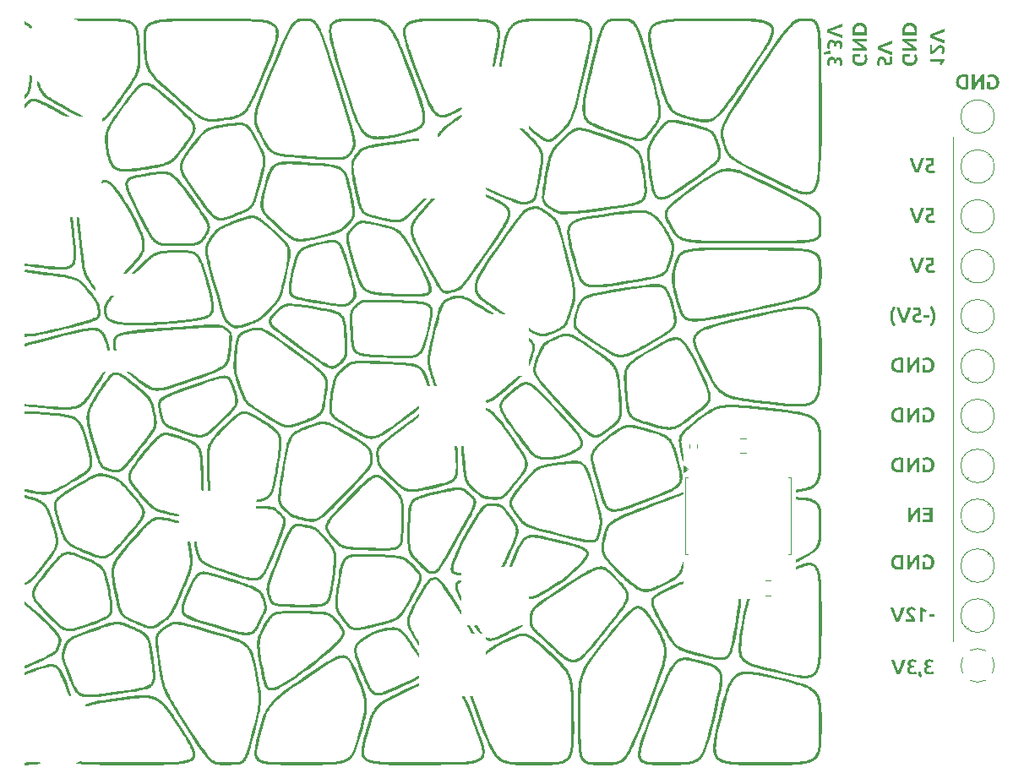
<source format=gbr>
%TF.GenerationSoftware,KiCad,Pcbnew,8.0.5-8.0.5-0~ubuntu24.04.1*%
%TF.CreationDate,2024-10-13T20:58:15+02:00*%
%TF.ProjectId,PD_PSU,50445f50-5355-42e6-9b69-6361645f7063,rev?*%
%TF.SameCoordinates,Original*%
%TF.FileFunction,Legend,Bot*%
%TF.FilePolarity,Positive*%
%FSLAX46Y46*%
G04 Gerber Fmt 4.6, Leading zero omitted, Abs format (unit mm)*
G04 Created by KiCad (PCBNEW 8.0.5-8.0.5-0~ubuntu24.04.1) date 2024-10-13 20:58:15*
%MOMM*%
%LPD*%
G01*
G04 APERTURE LIST*
%ADD10C,0.000000*%
%ADD11C,0.200000*%
%ADD12C,0.120000*%
G04 APERTURE END LIST*
D10*
G36*
X87079660Y-89802406D02*
G01*
X87080658Y-89802964D01*
X87081640Y-89803883D01*
X87082608Y-89805154D01*
X87083558Y-89806767D01*
X87084490Y-89808714D01*
X87086295Y-89813570D01*
X87088013Y-89819648D01*
X87089633Y-89826874D01*
X87091145Y-89835175D01*
X87092541Y-89844476D01*
X87093809Y-89854704D01*
X87094941Y-89865786D01*
X87095925Y-89877646D01*
X87096753Y-89890212D01*
X87097414Y-89903410D01*
X87097898Y-89917165D01*
X87098196Y-89931404D01*
X87098298Y-89946053D01*
X87097946Y-89968658D01*
X87096751Y-89989211D01*
X87095773Y-89998790D01*
X87094506Y-90007940D01*
X87092923Y-90016690D01*
X87091000Y-90025069D01*
X87088710Y-90033105D01*
X87086026Y-90040825D01*
X87082924Y-90048258D01*
X87079376Y-90055433D01*
X87075356Y-90062377D01*
X87070839Y-90069119D01*
X87065799Y-90075687D01*
X87060209Y-90082109D01*
X87054044Y-90088413D01*
X87047276Y-90094628D01*
X87039881Y-90100782D01*
X87031832Y-90106904D01*
X87023103Y-90113020D01*
X87013668Y-90119161D01*
X87003502Y-90125353D01*
X86992576Y-90131625D01*
X86968348Y-90144522D01*
X86940773Y-90158078D01*
X86909645Y-90172519D01*
X86874754Y-90188071D01*
X86218531Y-90490291D01*
X85334022Y-90912893D01*
X84488514Y-91326660D01*
X83949296Y-91602372D01*
X83806433Y-91683875D01*
X83672331Y-91766332D01*
X83546531Y-91850269D01*
X83428575Y-91936214D01*
X83318004Y-92024693D01*
X83214360Y-92116234D01*
X83117183Y-92211363D01*
X83026014Y-92310609D01*
X82940396Y-92414496D01*
X82859869Y-92523554D01*
X82783974Y-92638308D01*
X82712254Y-92759286D01*
X82644248Y-92887015D01*
X82579499Y-93022021D01*
X82517548Y-93164833D01*
X82457936Y-93315976D01*
X82378922Y-93548065D01*
X82274760Y-93885682D01*
X82029298Y-94739566D01*
X81798167Y-95601754D01*
X81711919Y-95949751D01*
X81657985Y-96196372D01*
X81636182Y-96323067D01*
X81619931Y-96441547D01*
X81609330Y-96552133D01*
X81604478Y-96655145D01*
X81605472Y-96750904D01*
X81612410Y-96839730D01*
X81625390Y-96921944D01*
X81644509Y-96997866D01*
X81669865Y-97067817D01*
X81701557Y-97132117D01*
X81739681Y-97191087D01*
X81784336Y-97245048D01*
X81835619Y-97294320D01*
X81893629Y-97339223D01*
X81958462Y-97380078D01*
X82030218Y-97417206D01*
X82154234Y-97470079D01*
X82292367Y-97517540D01*
X82448954Y-97559818D01*
X82628335Y-97597146D01*
X82834850Y-97629756D01*
X83072838Y-97657879D01*
X83346638Y-97681746D01*
X83660589Y-97701590D01*
X84019031Y-97717642D01*
X84426303Y-97730134D01*
X84886744Y-97739297D01*
X85404693Y-97745363D01*
X86630475Y-97749131D01*
X88138361Y-97743291D01*
X89971488Y-97729492D01*
X91103714Y-97711659D01*
X91750715Y-97684305D01*
X91959656Y-97665343D01*
X92128170Y-97641941D01*
X92349516Y-97602265D01*
X92450108Y-97581528D01*
X92544281Y-97560080D01*
X92632260Y-97537833D01*
X92714272Y-97514703D01*
X92790542Y-97490604D01*
X92861296Y-97465451D01*
X92926759Y-97439158D01*
X92987159Y-97411640D01*
X93042720Y-97382812D01*
X93093668Y-97352588D01*
X93140230Y-97320883D01*
X93182630Y-97287611D01*
X93221095Y-97252686D01*
X93255851Y-97216025D01*
X93286646Y-97179085D01*
X93314775Y-97141198D01*
X93340174Y-97102062D01*
X93362783Y-97061370D01*
X93382538Y-97018820D01*
X93399379Y-96974107D01*
X93413242Y-96926926D01*
X93424066Y-96876974D01*
X93431788Y-96823946D01*
X93436346Y-96767538D01*
X93437679Y-96707447D01*
X93435723Y-96643366D01*
X93430418Y-96574993D01*
X93421700Y-96502023D01*
X93409508Y-96424152D01*
X93393780Y-96341076D01*
X93374453Y-96252490D01*
X93351465Y-96158090D01*
X93324755Y-96057573D01*
X93294259Y-95950633D01*
X93221665Y-95716270D01*
X93133186Y-95452567D01*
X93028324Y-95157091D01*
X92906583Y-94827409D01*
X92767465Y-94461085D01*
X92610474Y-94055686D01*
X92240373Y-93117826D01*
X91917660Y-92321209D01*
X91662883Y-91715717D01*
X91567391Y-91500230D01*
X91496587Y-91351230D01*
X91451710Y-91260666D01*
X91414948Y-91182733D01*
X91400798Y-91151101D01*
X91390103Y-91125742D01*
X91383337Y-91107696D01*
X91381576Y-91101740D01*
X91380976Y-91098001D01*
X91381164Y-91096711D01*
X91381722Y-91095437D01*
X91382642Y-91094182D01*
X91383912Y-91092946D01*
X91385526Y-91091732D01*
X91387472Y-91090540D01*
X91389743Y-91089374D01*
X91392328Y-91088233D01*
X91398407Y-91086038D01*
X91405633Y-91083966D01*
X91413935Y-91082031D01*
X91423238Y-91080245D01*
X91433468Y-91078622D01*
X91444551Y-91077174D01*
X91456414Y-91075913D01*
X91468984Y-91074854D01*
X91482185Y-91074007D01*
X91495945Y-91073386D01*
X91510190Y-91073005D01*
X91524846Y-91072875D01*
X91548673Y-91073246D01*
X91559715Y-91073788D01*
X91570235Y-91074639D01*
X91580278Y-91075852D01*
X91589890Y-91077478D01*
X91599114Y-91079570D01*
X91607997Y-91082182D01*
X91616582Y-91085365D01*
X91624914Y-91089173D01*
X91633039Y-91093658D01*
X91641001Y-91098873D01*
X91648845Y-91104871D01*
X91656616Y-91111704D01*
X91664359Y-91119425D01*
X91672118Y-91128087D01*
X91679938Y-91137742D01*
X91687865Y-91148443D01*
X91695943Y-91160243D01*
X91704216Y-91173195D01*
X91712731Y-91187350D01*
X91721531Y-91202762D01*
X91730661Y-91219484D01*
X91740166Y-91237569D01*
X91760482Y-91278034D01*
X91782837Y-91324581D01*
X91807589Y-91377631D01*
X91835098Y-91437604D01*
X92073836Y-91982506D01*
X92342615Y-92631321D01*
X92624540Y-93339410D01*
X92902717Y-94062137D01*
X93160253Y-94754863D01*
X93380252Y-95372951D01*
X93545822Y-95871763D01*
X93640068Y-96206662D01*
X93655155Y-96282280D01*
X93667233Y-96359468D01*
X93676346Y-96437677D01*
X93682544Y-96516359D01*
X93685871Y-96594967D01*
X93686377Y-96672950D01*
X93684107Y-96749762D01*
X93679109Y-96824854D01*
X93671430Y-96897678D01*
X93661117Y-96967686D01*
X93648217Y-97034329D01*
X93632776Y-97097059D01*
X93614843Y-97155327D01*
X93594463Y-97208586D01*
X93571685Y-97256288D01*
X93546554Y-97297883D01*
X93523984Y-97329261D01*
X93499823Y-97359814D01*
X93474045Y-97389556D01*
X93446622Y-97418495D01*
X93417525Y-97446644D01*
X93386728Y-97474013D01*
X93354203Y-97500613D01*
X93319922Y-97526455D01*
X93283857Y-97551550D01*
X93245982Y-97575909D01*
X93206267Y-97599542D01*
X93164687Y-97622461D01*
X93121212Y-97644676D01*
X93075816Y-97666199D01*
X92979149Y-97707209D01*
X92874464Y-97745580D01*
X92761541Y-97781397D01*
X92640158Y-97814749D01*
X92510094Y-97845722D01*
X92371129Y-97874403D01*
X92223042Y-97900880D01*
X92065611Y-97925240D01*
X91898616Y-97947569D01*
X91440208Y-97970884D01*
X90555521Y-97990505D01*
X88043607Y-98015814D01*
X85435471Y-98017794D01*
X84430507Y-98008252D01*
X83803712Y-97990738D01*
X83803762Y-97990784D01*
X83504286Y-97971499D01*
X83227955Y-97947856D01*
X82973995Y-97919535D01*
X82741635Y-97886219D01*
X82530103Y-97847589D01*
X82338627Y-97803327D01*
X82166434Y-97753113D01*
X82012752Y-97696630D01*
X81876809Y-97633559D01*
X81757833Y-97563581D01*
X81655052Y-97486378D01*
X81567693Y-97401631D01*
X81494985Y-97309022D01*
X81436156Y-97208233D01*
X81390432Y-97098944D01*
X81357042Y-96980838D01*
X81342808Y-96908713D01*
X81332472Y-96834858D01*
X81326330Y-96757600D01*
X81324677Y-96675265D01*
X81327807Y-96586182D01*
X81336016Y-96488675D01*
X81349598Y-96381073D01*
X81368849Y-96261700D01*
X81394063Y-96128885D01*
X81425536Y-95980954D01*
X81463563Y-95816234D01*
X81508438Y-95633051D01*
X81560456Y-95429732D01*
X81619913Y-95204603D01*
X81762321Y-94682224D01*
X81887087Y-94238118D01*
X82003918Y-93842136D01*
X82116241Y-93489912D01*
X82227482Y-93177079D01*
X82341065Y-92899272D01*
X82460418Y-92652124D01*
X82588964Y-92431270D01*
X82657756Y-92329338D01*
X82730131Y-92232342D01*
X82806517Y-92139737D01*
X82887343Y-92050976D01*
X82973037Y-91965514D01*
X83064027Y-91882805D01*
X83263607Y-91723463D01*
X83489511Y-91568584D01*
X83745162Y-91413801D01*
X84033988Y-91254750D01*
X84359413Y-91087063D01*
X84724864Y-90906374D01*
X85469287Y-90547567D01*
X86227458Y-90188711D01*
X86822778Y-89912648D01*
X87004182Y-89831551D01*
X87078650Y-89802217D01*
X87079660Y-89802406D01*
G37*
G36*
X68718263Y-23176563D02*
G01*
X69851347Y-23201353D01*
X70735334Y-23246683D01*
X71410509Y-23315502D01*
X71682380Y-23359642D01*
X71917154Y-23410761D01*
X72119867Y-23469228D01*
X72295554Y-23535412D01*
X72449250Y-23609681D01*
X72585992Y-23692404D01*
X72639259Y-23730002D01*
X72689346Y-23769319D01*
X72736256Y-23810429D01*
X72779994Y-23853408D01*
X72820565Y-23898329D01*
X72857974Y-23945268D01*
X72892224Y-23994298D01*
X72923321Y-24045495D01*
X72951270Y-24098933D01*
X72976074Y-24154687D01*
X72997739Y-24212830D01*
X73016268Y-24273439D01*
X73031668Y-24336586D01*
X73043941Y-24402348D01*
X73053093Y-24470798D01*
X73059129Y-24542010D01*
X73062052Y-24616061D01*
X73061869Y-24693023D01*
X73058582Y-24772972D01*
X73052197Y-24855982D01*
X73042719Y-24942128D01*
X73030151Y-25031484D01*
X73014500Y-25124125D01*
X72995768Y-25220126D01*
X72973961Y-25319560D01*
X72949084Y-25422503D01*
X72890135Y-25639214D01*
X72818959Y-25870853D01*
X72735593Y-26118018D01*
X72644629Y-26366558D01*
X72519262Y-26692154D01*
X72176833Y-27546298D01*
X71731322Y-28624022D01*
X71205744Y-29868897D01*
X70845237Y-30694855D01*
X70682738Y-31048691D01*
X70529924Y-31366124D01*
X70385181Y-31649423D01*
X70246894Y-31900858D01*
X70113452Y-32122697D01*
X69983239Y-32317211D01*
X69854643Y-32486669D01*
X69726049Y-32633340D01*
X69595845Y-32759493D01*
X69462415Y-32867397D01*
X69324147Y-32959323D01*
X69179427Y-33037539D01*
X69026640Y-33104315D01*
X68864175Y-33161920D01*
X68712627Y-33206513D01*
X68541240Y-33249979D01*
X68152281Y-33331927D01*
X67723964Y-33404554D01*
X67282953Y-33464653D01*
X66855914Y-33509015D01*
X66469511Y-33534431D01*
X66299880Y-33539031D01*
X66150409Y-33537691D01*
X66024429Y-33530011D01*
X65925273Y-33515589D01*
X65925317Y-33515589D01*
X65798140Y-33484813D01*
X65670331Y-33445453D01*
X65539599Y-33395854D01*
X65403654Y-33334364D01*
X65260205Y-33259331D01*
X65106959Y-33169102D01*
X64941628Y-33062023D01*
X64761918Y-32936443D01*
X64565540Y-32790709D01*
X64350203Y-32623167D01*
X64113614Y-32432165D01*
X63853484Y-32216050D01*
X63567521Y-31973170D01*
X63253435Y-31701871D01*
X62531727Y-31067408D01*
X61896334Y-30501259D01*
X61384062Y-30036690D01*
X60978295Y-29656588D01*
X60662420Y-29343840D01*
X60533000Y-29207376D01*
X60419823Y-29081332D01*
X60320811Y-28963570D01*
X60233888Y-28851950D01*
X60156978Y-28744334D01*
X60088003Y-28638582D01*
X59965552Y-28424113D01*
X59907145Y-28305701D01*
X59853160Y-28180277D01*
X59803491Y-28047112D01*
X59758030Y-27905480D01*
X59716670Y-27754650D01*
X59679302Y-27593896D01*
X59645820Y-27422489D01*
X59616116Y-27239702D01*
X59590083Y-27044805D01*
X59567614Y-26837071D01*
X59548600Y-26615772D01*
X59532934Y-26380180D01*
X59520510Y-26129566D01*
X59511219Y-25863203D01*
X59504954Y-25580362D01*
X59501608Y-25280316D01*
X59501197Y-25192853D01*
X59757395Y-25192853D01*
X59758339Y-25345475D01*
X59761644Y-25507943D01*
X59767313Y-25680197D01*
X59775348Y-25862176D01*
X59798524Y-26255069D01*
X59824939Y-26622975D01*
X59853739Y-26951541D01*
X59888439Y-27246545D01*
X59932552Y-27513765D01*
X59959236Y-27638762D01*
X59989592Y-27758980D01*
X60024057Y-27875141D01*
X60063072Y-27987967D01*
X60107076Y-28098181D01*
X60156507Y-28206505D01*
X60211806Y-28313662D01*
X60273410Y-28420373D01*
X60341761Y-28527361D01*
X60417296Y-28635348D01*
X60500455Y-28745056D01*
X60591678Y-28857208D01*
X60800069Y-29091732D01*
X61045984Y-29344698D01*
X61332936Y-29621884D01*
X61664440Y-29929068D01*
X62475155Y-30656545D01*
X63401570Y-31474949D01*
X64134612Y-32105052D01*
X64440245Y-32356912D01*
X64711487Y-32570605D01*
X64952988Y-32749098D01*
X65169399Y-32895362D01*
X65365372Y-33012364D01*
X65545556Y-33103074D01*
X65714602Y-33170461D01*
X65877162Y-33217494D01*
X66037886Y-33247142D01*
X66201424Y-33262374D01*
X66372427Y-33266160D01*
X66555547Y-33261467D01*
X66664992Y-33255102D01*
X66795909Y-33244437D01*
X66943372Y-33230048D01*
X67102454Y-33212508D01*
X67268232Y-33192389D01*
X67435778Y-33170266D01*
X67600167Y-33146713D01*
X67756474Y-33122301D01*
X67756485Y-33122301D01*
X68011839Y-33078859D01*
X68242472Y-33035589D01*
X68450448Y-32991248D01*
X68637832Y-32944593D01*
X68806688Y-32894378D01*
X68959080Y-32839362D01*
X69097073Y-32778298D01*
X69222731Y-32709944D01*
X69338119Y-32633056D01*
X69445300Y-32546390D01*
X69546339Y-32448702D01*
X69643301Y-32338748D01*
X69738249Y-32215285D01*
X69833248Y-32077067D01*
X69930363Y-31922853D01*
X70031658Y-31751397D01*
X70080475Y-31664240D01*
X70136087Y-31560647D01*
X70196554Y-31444480D01*
X70259942Y-31319599D01*
X70324311Y-31189866D01*
X70387726Y-31059139D01*
X70448249Y-30931281D01*
X70503944Y-30810152D01*
X71002137Y-29659816D01*
X71629519Y-28154498D01*
X72203977Y-26737075D01*
X72414449Y-26199723D01*
X72543398Y-25850424D01*
X72610238Y-25651577D01*
X72661976Y-25489468D01*
X72682792Y-25419126D01*
X72700566Y-25354290D01*
X72715540Y-25293735D01*
X72727960Y-25236235D01*
X72738068Y-25180564D01*
X72746110Y-25125496D01*
X72752329Y-25069806D01*
X72756969Y-25012266D01*
X72762489Y-24886737D01*
X72764622Y-24739102D01*
X72764515Y-24635930D01*
X72762279Y-24542644D01*
X72757473Y-24458442D01*
X72749655Y-24382518D01*
X72738383Y-24314069D01*
X72723217Y-24252290D01*
X72714035Y-24223651D01*
X72703713Y-24196377D01*
X72692197Y-24170370D01*
X72679431Y-24145527D01*
X72665361Y-24121748D01*
X72649930Y-24098933D01*
X72633084Y-24076982D01*
X72614767Y-24055794D01*
X72594924Y-24035268D01*
X72573501Y-24015303D01*
X72525690Y-23976658D01*
X72470893Y-23939053D01*
X72408668Y-23901685D01*
X72338574Y-23863749D01*
X72260169Y-23824441D01*
X72125224Y-23764307D01*
X71977405Y-23710472D01*
X71811612Y-23662651D01*
X71622750Y-23620562D01*
X71405719Y-23583919D01*
X71155424Y-23552439D01*
X70866766Y-23525838D01*
X70534648Y-23503832D01*
X70153972Y-23486138D01*
X69719641Y-23472471D01*
X69226558Y-23462548D01*
X68669624Y-23456083D01*
X67343816Y-23452398D01*
X65701437Y-23459144D01*
X63402633Y-23478450D01*
X62627949Y-23492224D01*
X62043681Y-23511404D01*
X61605281Y-23537982D01*
X61268201Y-23573951D01*
X60987895Y-23621304D01*
X60719816Y-23682034D01*
X60638898Y-23703154D01*
X60562098Y-23725729D01*
X60489342Y-23749806D01*
X60420553Y-23775435D01*
X60355658Y-23802662D01*
X60294581Y-23831537D01*
X60237248Y-23862106D01*
X60183583Y-23894418D01*
X60133511Y-23928521D01*
X60086957Y-23964462D01*
X60043847Y-24002290D01*
X60004106Y-24042053D01*
X59967658Y-24083799D01*
X59934428Y-24127575D01*
X59904342Y-24173430D01*
X59877325Y-24221411D01*
X59854782Y-24272260D01*
X59834577Y-24333557D01*
X59816712Y-24405243D01*
X59801191Y-24487257D01*
X59788015Y-24579538D01*
X59777186Y-24682027D01*
X59768708Y-24794663D01*
X59762582Y-24917387D01*
X59758810Y-25050136D01*
X59757395Y-25192853D01*
X59501197Y-25192853D01*
X59500325Y-25007652D01*
X59501125Y-24794404D01*
X59504989Y-24630065D01*
X59512896Y-24504131D01*
X59518672Y-24452284D01*
X59525827Y-24406098D01*
X59534483Y-24364262D01*
X59544763Y-24325461D01*
X59556790Y-24288383D01*
X59570685Y-24251714D01*
X59604572Y-24174353D01*
X59631967Y-24117031D01*
X59659703Y-24063456D01*
X59688040Y-24013374D01*
X59717240Y-23966531D01*
X59747563Y-23922672D01*
X59779269Y-23881543D01*
X59812620Y-23842891D01*
X59847877Y-23806459D01*
X59885300Y-23771994D01*
X59925150Y-23739242D01*
X59967688Y-23707948D01*
X60013174Y-23677858D01*
X60061869Y-23648717D01*
X60114035Y-23620271D01*
X60169931Y-23592266D01*
X60229819Y-23564447D01*
X60361185Y-23508457D01*
X60495289Y-23458455D01*
X60637280Y-23414065D01*
X60792308Y-23374912D01*
X60965522Y-23340619D01*
X61162069Y-23310812D01*
X61387099Y-23285114D01*
X61645761Y-23263150D01*
X61943204Y-23244545D01*
X62284577Y-23228923D01*
X62675028Y-23215908D01*
X63119706Y-23205125D01*
X64192340Y-23188751D01*
X65543669Y-23176797D01*
X67295798Y-23169361D01*
X68718263Y-23176563D01*
G37*
G36*
X70394687Y-42936907D02*
G01*
X70464624Y-42941071D01*
X70528936Y-42947228D01*
X70591610Y-42955545D01*
X70652918Y-42966143D01*
X70713134Y-42979137D01*
X70772532Y-42994647D01*
X70831385Y-43012789D01*
X70889966Y-43033682D01*
X70948548Y-43057443D01*
X71007404Y-43084189D01*
X71066809Y-43114040D01*
X71127035Y-43147112D01*
X71188356Y-43183523D01*
X71251044Y-43223391D01*
X71315374Y-43266834D01*
X71381617Y-43313969D01*
X71450049Y-43364914D01*
X71622520Y-43501192D01*
X71830382Y-43674071D01*
X72064693Y-43875575D01*
X72316514Y-44097726D01*
X72576901Y-44332548D01*
X72836916Y-44572063D01*
X73087615Y-44808294D01*
X73320059Y-45033264D01*
X73517449Y-45229860D01*
X73689695Y-45409799D01*
X73766593Y-45495174D01*
X73837448Y-45578369D01*
X73902343Y-45660044D01*
X73961358Y-45740861D01*
X74014575Y-45821480D01*
X74062076Y-45902565D01*
X74103941Y-45984774D01*
X74140251Y-46068771D01*
X74171089Y-46155216D01*
X74196536Y-46244770D01*
X74216672Y-46338094D01*
X74231579Y-46435851D01*
X74241339Y-46538701D01*
X74246032Y-46647305D01*
X74245741Y-46762325D01*
X74240545Y-46884423D01*
X74230527Y-47014258D01*
X74215768Y-47152493D01*
X74196350Y-47299789D01*
X74172353Y-47456807D01*
X74110948Y-47802654D01*
X74032206Y-48195325D01*
X73936775Y-48640110D01*
X73825308Y-49142299D01*
X73660953Y-49861736D01*
X73587698Y-50161160D01*
X73517056Y-50426837D01*
X73446524Y-50663601D01*
X73373601Y-50876288D01*
X73295784Y-51069734D01*
X73210572Y-51248773D01*
X73115464Y-51418242D01*
X73007956Y-51582975D01*
X72885547Y-51747809D01*
X72745736Y-51917579D01*
X72586020Y-52097120D01*
X72403897Y-52291268D01*
X71962425Y-52742727D01*
X71824724Y-52880963D01*
X71699002Y-53004616D01*
X71582943Y-53115086D01*
X71474229Y-53213769D01*
X71370541Y-53302063D01*
X71269564Y-53381367D01*
X71168979Y-53453079D01*
X71066469Y-53518596D01*
X70959717Y-53579316D01*
X70846406Y-53636638D01*
X70724217Y-53691959D01*
X70590833Y-53746677D01*
X70443938Y-53802190D01*
X70281213Y-53859897D01*
X69899005Y-53987480D01*
X69591179Y-54085414D01*
X69336182Y-54160273D01*
X69226145Y-54189378D01*
X69126494Y-54213108D01*
X69036290Y-54231596D01*
X68954592Y-54244971D01*
X68880461Y-54253366D01*
X68812955Y-54256911D01*
X68751134Y-54255739D01*
X68694059Y-54249981D01*
X68640789Y-54239768D01*
X68590384Y-54225231D01*
X68541904Y-54206502D01*
X68494407Y-54183712D01*
X68434973Y-54151146D01*
X68374181Y-54115077D01*
X68312517Y-54075917D01*
X68250468Y-54034077D01*
X68188520Y-53989968D01*
X68127159Y-53944002D01*
X68066873Y-53896588D01*
X68008148Y-53848139D01*
X67951470Y-53799065D01*
X67897326Y-53749778D01*
X67846202Y-53700689D01*
X67798585Y-53652210D01*
X67754962Y-53604750D01*
X67715818Y-53558722D01*
X67681640Y-53514536D01*
X67652916Y-53472605D01*
X67623339Y-53423207D01*
X67590338Y-53363089D01*
X67555024Y-53294571D01*
X67518502Y-53219972D01*
X67481880Y-53141610D01*
X67446267Y-53061806D01*
X67412770Y-52982878D01*
X67382497Y-52907146D01*
X67293160Y-52640835D01*
X67148768Y-52171117D01*
X66754187Y-50827389D01*
X66317495Y-49287824D01*
X65957437Y-47964285D01*
X65883557Y-47679131D01*
X65826434Y-47449065D01*
X65783876Y-47260808D01*
X65753691Y-47101077D01*
X65742554Y-47027760D01*
X65733688Y-46956594D01*
X65721677Y-46814076D01*
X65715465Y-46660244D01*
X65712861Y-46481816D01*
X65712813Y-46398285D01*
X65938348Y-46398285D01*
X65940400Y-46459472D01*
X65944568Y-46523621D01*
X65950855Y-46591020D01*
X65959267Y-46661956D01*
X65982484Y-46815588D01*
X66014257Y-46986816D01*
X66054624Y-47177941D01*
X66103624Y-47391262D01*
X66161294Y-47629077D01*
X66227673Y-47893686D01*
X66572710Y-49184360D01*
X67008062Y-50730114D01*
X67412918Y-52110239D01*
X67566157Y-52606719D01*
X67666466Y-52904026D01*
X67697598Y-52982409D01*
X67729549Y-53056371D01*
X67762624Y-53126282D01*
X67797130Y-53192513D01*
X67833374Y-53255438D01*
X67871662Y-53315426D01*
X67912300Y-53372850D01*
X67955594Y-53428080D01*
X68001850Y-53481489D01*
X68051376Y-53533448D01*
X68104476Y-53584328D01*
X68161459Y-53634501D01*
X68222629Y-53684338D01*
X68288293Y-53734212D01*
X68358757Y-53784492D01*
X68434328Y-53835551D01*
X68491728Y-53872027D01*
X68546385Y-53903317D01*
X68573103Y-53916990D01*
X68599636Y-53929333D01*
X68626150Y-53940336D01*
X68652814Y-53949988D01*
X68679794Y-53958277D01*
X68707256Y-53965193D01*
X68735367Y-53970725D01*
X68764295Y-53974862D01*
X68794206Y-53977592D01*
X68825266Y-53978906D01*
X68857644Y-53978791D01*
X68891505Y-53977237D01*
X68927017Y-53974233D01*
X68964347Y-53969769D01*
X69003660Y-53963832D01*
X69045125Y-53956413D01*
X69088907Y-53947499D01*
X69135175Y-53937081D01*
X69235831Y-53911687D01*
X69348430Y-53880141D01*
X69474304Y-53842357D01*
X69614790Y-53798247D01*
X69771222Y-53747724D01*
X69771253Y-53747766D01*
X70147799Y-53621946D01*
X70308317Y-53564815D01*
X70453431Y-53509640D01*
X70585467Y-53454999D01*
X70706748Y-53399469D01*
X70819599Y-53341628D01*
X70926346Y-53280054D01*
X71029312Y-53213325D01*
X71130823Y-53140018D01*
X71233204Y-53058710D01*
X71338779Y-52967980D01*
X71449872Y-52866405D01*
X71568810Y-52752563D01*
X71839514Y-52482388D01*
X72245361Y-52065978D01*
X72412732Y-51886750D01*
X72559506Y-51720715D01*
X72688014Y-51563281D01*
X72746145Y-51486353D01*
X72800584Y-51409854D01*
X72851620Y-51333209D01*
X72899545Y-51255843D01*
X72944650Y-51177182D01*
X72987226Y-51096653D01*
X73027565Y-51013681D01*
X73065958Y-50927692D01*
X73102695Y-50838113D01*
X73138069Y-50744368D01*
X73205887Y-50542086D01*
X73271744Y-50316255D01*
X73337967Y-50062281D01*
X73406885Y-49775572D01*
X73562127Y-49085575D01*
X73782479Y-48078278D01*
X73850372Y-47749458D01*
X73895987Y-47501660D01*
X73923756Y-47308235D01*
X73938110Y-47142535D01*
X73943482Y-46977911D01*
X73944304Y-46787716D01*
X73943559Y-46626241D01*
X73940741Y-46495312D01*
X73935021Y-46389278D01*
X73930814Y-46343830D01*
X73925573Y-46302487D01*
X73919192Y-46264542D01*
X73911568Y-46229288D01*
X73902599Y-46196019D01*
X73892181Y-46164029D01*
X73880210Y-46132611D01*
X73866582Y-46101059D01*
X73833945Y-46034725D01*
X73775131Y-45943641D01*
X73679941Y-45823327D01*
X73552824Y-45677945D01*
X73398227Y-45511658D01*
X73024388Y-45133011D01*
X72594004Y-44720682D01*
X72142660Y-44307966D01*
X71705937Y-43928157D01*
X71504178Y-43760997D01*
X71319418Y-43614549D01*
X71156104Y-43492975D01*
X71018685Y-43400438D01*
X70945646Y-43357369D01*
X70873295Y-43319820D01*
X70801101Y-43287775D01*
X70728532Y-43261223D01*
X70655057Y-43240150D01*
X70580144Y-43224543D01*
X70503262Y-43214388D01*
X70423879Y-43209673D01*
X70341463Y-43210384D01*
X70255484Y-43216508D01*
X70165409Y-43228031D01*
X70070707Y-43244942D01*
X69970848Y-43267226D01*
X69865298Y-43294870D01*
X69753526Y-43327862D01*
X69635002Y-43366187D01*
X69274981Y-43491455D01*
X68897033Y-43630693D01*
X68517249Y-43777272D01*
X68151718Y-43924564D01*
X67816530Y-44065940D01*
X67527775Y-44194771D01*
X67301543Y-44304429D01*
X67153924Y-44388285D01*
X67101395Y-44425488D01*
X67047969Y-44467553D01*
X66993618Y-44514517D01*
X66938310Y-44566417D01*
X66882016Y-44623289D01*
X66824707Y-44685170D01*
X66766354Y-44752098D01*
X66706925Y-44824109D01*
X66646392Y-44901241D01*
X66584725Y-44983529D01*
X66521893Y-45071012D01*
X66457869Y-45163725D01*
X66392621Y-45261706D01*
X66326120Y-45364991D01*
X66258337Y-45473618D01*
X66189242Y-45587623D01*
X66129007Y-45691746D01*
X66076945Y-45790474D01*
X66053991Y-45838533D01*
X66033095Y-45886105D01*
X66014260Y-45933477D01*
X65997493Y-45980938D01*
X65982798Y-46028775D01*
X65970180Y-46077274D01*
X65959643Y-46126723D01*
X65951192Y-46177411D01*
X65944832Y-46229623D01*
X65940569Y-46283648D01*
X65938405Y-46339773D01*
X65938348Y-46398285D01*
X65712813Y-46398285D01*
X65712737Y-46265523D01*
X65715116Y-46173741D01*
X65720045Y-46090254D01*
X65728215Y-46013102D01*
X65740317Y-45940324D01*
X65757041Y-45869958D01*
X65779080Y-45800044D01*
X65807124Y-45728621D01*
X65841865Y-45653728D01*
X65883994Y-45573405D01*
X65934202Y-45485690D01*
X65993181Y-45388623D01*
X66061620Y-45280243D01*
X66229650Y-45021701D01*
X66323914Y-44880374D01*
X66413416Y-44752757D01*
X66500771Y-44637131D01*
X66588591Y-44531778D01*
X66633492Y-44482417D01*
X66679490Y-44434979D01*
X66726911Y-44389251D01*
X66776081Y-44345016D01*
X66827328Y-44302061D01*
X66880978Y-44260170D01*
X66937358Y-44219130D01*
X66996795Y-44178723D01*
X67059615Y-44138737D01*
X67126144Y-44098956D01*
X67196711Y-44059166D01*
X67271640Y-44019151D01*
X67435896Y-43937588D01*
X67621525Y-43852550D01*
X67831140Y-43762317D01*
X68067356Y-43665172D01*
X68332786Y-43559395D01*
X68630042Y-43443269D01*
X69026373Y-43291267D01*
X69352960Y-43170788D01*
X69620815Y-43078818D01*
X69840954Y-43012341D01*
X69936572Y-42987721D01*
X70024390Y-42968343D01*
X70105787Y-42953832D01*
X70182138Y-42943809D01*
X70254821Y-42937899D01*
X70325211Y-42935723D01*
X70394687Y-42936907D01*
G37*
G36*
X97569702Y-84016383D02*
G01*
X97404984Y-84157297D01*
X97351511Y-84196095D01*
X97265326Y-84249930D01*
X97011133Y-84394433D01*
X96675030Y-84574259D01*
X96289640Y-84772859D01*
X95887587Y-84973686D01*
X95501494Y-85160189D01*
X95163986Y-85315822D01*
X94907685Y-85424036D01*
X94834612Y-85450719D01*
X94760718Y-85474819D01*
X94686487Y-85496292D01*
X94612401Y-85515093D01*
X94538944Y-85531177D01*
X94466599Y-85544501D01*
X94395849Y-85555018D01*
X94327178Y-85562684D01*
X94261067Y-85567456D01*
X94198002Y-85569288D01*
X94138464Y-85568135D01*
X94082937Y-85563954D01*
X94031904Y-85556699D01*
X93985848Y-85546326D01*
X93945253Y-85532790D01*
X93910602Y-85516046D01*
X93910586Y-85516269D01*
X93906147Y-85513522D01*
X93901788Y-85510500D01*
X93897515Y-85507212D01*
X93893331Y-85503668D01*
X93889240Y-85499874D01*
X93885245Y-85495841D01*
X93881352Y-85491576D01*
X93877563Y-85487089D01*
X93873884Y-85482387D01*
X93870316Y-85477480D01*
X93863535Y-85467084D01*
X93857251Y-85455969D01*
X93851495Y-85444203D01*
X93846300Y-85431857D01*
X93841695Y-85418999D01*
X93837713Y-85405698D01*
X93834385Y-85392022D01*
X93831742Y-85378041D01*
X93829816Y-85363824D01*
X93828637Y-85349438D01*
X93828237Y-85334954D01*
X93828237Y-85201608D01*
X94020922Y-85267955D01*
X94043153Y-85275197D01*
X94065904Y-85281818D01*
X94089079Y-85287807D01*
X94112585Y-85293156D01*
X94136324Y-85297854D01*
X94160203Y-85301892D01*
X94184125Y-85305260D01*
X94207995Y-85307948D01*
X94231719Y-85309947D01*
X94255200Y-85311247D01*
X94278344Y-85311838D01*
X94301055Y-85311710D01*
X94323237Y-85310853D01*
X94344797Y-85309259D01*
X94365637Y-85306917D01*
X94385663Y-85303817D01*
X94441293Y-85292046D01*
X94505219Y-85275009D01*
X94577453Y-85252700D01*
X94658010Y-85225113D01*
X94746902Y-85192243D01*
X94844143Y-85154083D01*
X95063725Y-85061874D01*
X95316860Y-84948440D01*
X95603656Y-84813737D01*
X95924218Y-84657718D01*
X96278653Y-84480338D01*
X96523874Y-84357245D01*
X96730507Y-84256086D01*
X96902564Y-84175174D01*
X97044056Y-84112823D01*
X97158995Y-84067345D01*
X97251394Y-84037053D01*
X97290394Y-84027074D01*
X97325263Y-84020260D01*
X97356503Y-84016398D01*
X97384615Y-84015279D01*
X97569702Y-84016383D01*
G37*
G36*
X71602988Y-72069096D02*
G01*
X71941337Y-72079741D01*
X72083734Y-72087596D01*
X72210945Y-72098171D01*
X72324967Y-72112242D01*
X72427800Y-72130581D01*
X72521443Y-72153964D01*
X72607893Y-72183165D01*
X72689151Y-72218958D01*
X72767213Y-72262118D01*
X72844080Y-72313418D01*
X72921750Y-72373635D01*
X73002221Y-72443541D01*
X73087492Y-72523911D01*
X73280429Y-72719142D01*
X73364510Y-72807482D01*
X73439337Y-72888829D01*
X73505304Y-72964143D01*
X73562802Y-73034384D01*
X73612225Y-73100509D01*
X73653963Y-73163478D01*
X73672074Y-73194079D01*
X73688410Y-73224251D01*
X73703022Y-73254114D01*
X73715958Y-73283786D01*
X73727268Y-73313390D01*
X73736999Y-73343044D01*
X73745202Y-73372868D01*
X73751925Y-73402982D01*
X73757218Y-73433506D01*
X73761129Y-73464560D01*
X73763708Y-73496264D01*
X73765003Y-73528737D01*
X73763938Y-73596473D01*
X73758329Y-73668726D01*
X73748566Y-73746456D01*
X73735042Y-73830621D01*
X73720524Y-73906836D01*
X73702453Y-73988409D01*
X73680397Y-74076556D01*
X73653927Y-74172494D01*
X73622612Y-74277437D01*
X73586022Y-74392602D01*
X73495295Y-74658460D01*
X73378305Y-74979793D01*
X73231610Y-75366328D01*
X73051768Y-75827790D01*
X72835336Y-76373906D01*
X72471431Y-77268420D01*
X72311093Y-77644685D01*
X72162681Y-77977175D01*
X72024332Y-78268552D01*
X71894184Y-78521481D01*
X71770376Y-78738625D01*
X71651043Y-78922648D01*
X71534324Y-79076213D01*
X71418357Y-79201985D01*
X71301278Y-79302626D01*
X71181225Y-79380800D01*
X71056337Y-79439172D01*
X70924750Y-79480405D01*
X70784601Y-79507162D01*
X70634029Y-79522107D01*
X70594661Y-79524134D01*
X70554319Y-79525264D01*
X70470787Y-79524843D01*
X70383570Y-79520859D01*
X70292804Y-79513328D01*
X70198625Y-79502264D01*
X70101171Y-79487683D01*
X70000578Y-79469600D01*
X69896983Y-79448031D01*
X69896998Y-79448115D01*
X69580693Y-79363777D01*
X69108226Y-79220533D01*
X67909939Y-78829758D01*
X66732405Y-78420654D01*
X66285879Y-78254498D01*
X66005892Y-78138085D01*
X65846393Y-78059354D01*
X65701751Y-77982224D01*
X65570952Y-77905286D01*
X65452980Y-77827132D01*
X65398487Y-77787158D01*
X65346821Y-77746352D01*
X65297854Y-77704537D01*
X65251460Y-77661538D01*
X65207512Y-77617179D01*
X65165883Y-77571282D01*
X65126446Y-77523673D01*
X65089074Y-77474176D01*
X65053641Y-77422613D01*
X65020019Y-77368809D01*
X64988083Y-77312589D01*
X64957704Y-77253775D01*
X64928757Y-77192193D01*
X64901114Y-77127665D01*
X64849233Y-76989069D01*
X64801047Y-76836580D01*
X64755542Y-76668789D01*
X64711703Y-76484287D01*
X64668515Y-76281666D01*
X64621816Y-76051172D01*
X64588677Y-75878570D01*
X64577264Y-75811362D01*
X64569326Y-75755489D01*
X64564894Y-75709902D01*
X64563994Y-75673557D01*
X64566656Y-75645406D01*
X64572907Y-75624404D01*
X64577388Y-75616257D01*
X64582778Y-75609504D01*
X64589079Y-75604015D01*
X64596295Y-75599659D01*
X64613489Y-75593823D01*
X64634387Y-75590950D01*
X64687410Y-75589908D01*
X64710050Y-75590115D01*
X64720371Y-75590465D01*
X64730071Y-75591061D01*
X64739179Y-75591963D01*
X64747729Y-75593232D01*
X64755752Y-75594930D01*
X64763280Y-75597116D01*
X64770345Y-75599853D01*
X64776980Y-75603201D01*
X64783216Y-75607220D01*
X64789085Y-75611972D01*
X64794618Y-75617518D01*
X64799849Y-75623918D01*
X64804809Y-75631233D01*
X64809531Y-75639525D01*
X64814045Y-75648853D01*
X64818384Y-75659280D01*
X64822580Y-75670865D01*
X64826665Y-75683671D01*
X64830670Y-75697756D01*
X64834629Y-75713184D01*
X64838573Y-75730014D01*
X64842533Y-75748307D01*
X64850632Y-75789527D01*
X64859182Y-75837330D01*
X64868438Y-75892205D01*
X64878658Y-75954637D01*
X64916422Y-76168480D01*
X64958381Y-76371777D01*
X65003947Y-76562550D01*
X65052533Y-76738821D01*
X65103552Y-76898613D01*
X65156416Y-77039947D01*
X65183357Y-77103074D01*
X65210538Y-77160846D01*
X65237888Y-77213014D01*
X65265332Y-77259331D01*
X65291671Y-77298835D01*
X65320237Y-77337627D01*
X65351253Y-77375810D01*
X65384942Y-77413490D01*
X65421528Y-77450771D01*
X65461233Y-77487757D01*
X65504282Y-77524553D01*
X65550898Y-77561263D01*
X65601303Y-77597992D01*
X65655722Y-77634844D01*
X65714378Y-77671923D01*
X65777494Y-77709335D01*
X65845293Y-77747183D01*
X65917999Y-77785572D01*
X66079025Y-77864392D01*
X66262358Y-77946629D01*
X66469786Y-78033120D01*
X66703094Y-78124700D01*
X66964070Y-78222204D01*
X67254501Y-78326469D01*
X67576174Y-78438331D01*
X67930875Y-78558624D01*
X68320391Y-78688185D01*
X68784324Y-78839425D01*
X69178822Y-78963663D01*
X69512118Y-79063013D01*
X69792445Y-79139590D01*
X70028038Y-79195507D01*
X70227130Y-79232880D01*
X70397954Y-79253824D01*
X70548743Y-79260452D01*
X70610255Y-79259444D01*
X70669664Y-79256130D01*
X70727126Y-79250312D01*
X70782798Y-79241790D01*
X70836838Y-79230365D01*
X70889402Y-79215837D01*
X70940647Y-79198007D01*
X70990731Y-79176676D01*
X71039809Y-79151644D01*
X71088040Y-79122711D01*
X71135579Y-79089680D01*
X71182585Y-79052349D01*
X71229213Y-79010520D01*
X71275621Y-78963993D01*
X71321965Y-78912569D01*
X71368403Y-78856049D01*
X71415092Y-78794232D01*
X71462188Y-78726921D01*
X71509849Y-78653915D01*
X71558231Y-78575015D01*
X71607491Y-78490021D01*
X71657786Y-78398735D01*
X71762110Y-78196486D01*
X71872458Y-77966674D01*
X71990086Y-77707703D01*
X72116248Y-77417979D01*
X72252201Y-77095905D01*
X72539343Y-76398746D01*
X72790053Y-75772060D01*
X73003761Y-75217458D01*
X73179894Y-74736554D01*
X73317881Y-74330959D01*
X73417151Y-74002285D01*
X73477132Y-73752146D01*
X73492210Y-73657031D01*
X73497252Y-73582154D01*
X73496113Y-73538460D01*
X73492474Y-73496523D01*
X73489613Y-73476054D01*
X73486001Y-73455833D01*
X73481598Y-73435796D01*
X73476361Y-73415879D01*
X73470249Y-73396017D01*
X73463220Y-73376147D01*
X73455233Y-73356205D01*
X73446245Y-73336127D01*
X73436215Y-73315850D01*
X73425101Y-73295308D01*
X73412862Y-73274438D01*
X73399456Y-73253177D01*
X73368975Y-73209222D01*
X73333325Y-73162933D01*
X73292173Y-73113798D01*
X73245185Y-73061305D01*
X73192027Y-73004942D01*
X73132366Y-72944197D01*
X73065867Y-72878560D01*
X72992199Y-72807518D01*
X72910717Y-72730579D01*
X72835908Y-72662593D01*
X72766004Y-72603009D01*
X72732340Y-72576196D01*
X72699240Y-72551278D01*
X72666483Y-72528184D01*
X72633848Y-72506848D01*
X72601115Y-72487199D01*
X72568062Y-72469169D01*
X72534469Y-72452689D01*
X72500114Y-72437691D01*
X72464777Y-72424105D01*
X72428238Y-72411863D01*
X72390274Y-72400896D01*
X72350666Y-72391136D01*
X72309193Y-72382512D01*
X72265633Y-72374957D01*
X72219766Y-72368402D01*
X72171371Y-72362778D01*
X72066113Y-72354048D01*
X71948093Y-72348216D01*
X71815543Y-72344731D01*
X71666697Y-72343044D01*
X71499789Y-72342604D01*
X70814696Y-72342604D01*
X70814696Y-72050732D01*
X71602988Y-72069096D01*
G37*
G36*
X67690428Y-58977877D02*
G01*
X67787857Y-58990494D01*
X67875974Y-59011873D01*
X67957179Y-59041440D01*
X67985705Y-59054173D01*
X68013303Y-59067728D01*
X68040038Y-59082225D01*
X68065978Y-59097783D01*
X68091190Y-59114523D01*
X68115739Y-59132566D01*
X68139693Y-59152031D01*
X68163119Y-59173038D01*
X68186083Y-59195708D01*
X68208651Y-59220162D01*
X68230891Y-59246518D01*
X68252869Y-59274897D01*
X68274652Y-59305420D01*
X68296307Y-59338207D01*
X68317899Y-59373377D01*
X68339497Y-59411051D01*
X68361166Y-59451350D01*
X68382973Y-59494392D01*
X68404985Y-59540299D01*
X68427268Y-59589191D01*
X68472917Y-59696409D01*
X68520452Y-59817008D01*
X68570407Y-59951949D01*
X68623315Y-60102193D01*
X68679710Y-60268702D01*
X68740125Y-60452437D01*
X68794951Y-60625516D01*
X68842211Y-60784881D01*
X68881873Y-60931755D01*
X68913902Y-61067358D01*
X68938267Y-61192911D01*
X68954933Y-61309636D01*
X68963867Y-61418755D01*
X68965037Y-61521488D01*
X68958407Y-61619057D01*
X68943947Y-61712682D01*
X68921621Y-61803587D01*
X68891396Y-61892991D01*
X68853240Y-61982115D01*
X68807120Y-62072183D01*
X68753001Y-62164413D01*
X68690850Y-62260029D01*
X68635058Y-62333182D01*
X68547285Y-62436384D01*
X68292322Y-62716246D01*
X67959013Y-63066241D01*
X67580412Y-63452997D01*
X67189572Y-63843139D01*
X66819545Y-64203296D01*
X66503386Y-64500093D01*
X66375836Y-64614303D01*
X66274148Y-64700159D01*
X66160947Y-64788068D01*
X66050967Y-64866830D01*
X65943533Y-64936593D01*
X65837969Y-64997502D01*
X65733599Y-65049705D01*
X65629747Y-65093348D01*
X65525737Y-65128577D01*
X65420893Y-65155540D01*
X65314540Y-65174382D01*
X65206000Y-65185252D01*
X65094598Y-65188294D01*
X64979659Y-65183656D01*
X64860506Y-65171484D01*
X64736463Y-65151926D01*
X64606854Y-65125127D01*
X64471003Y-65091234D01*
X64471007Y-65091226D01*
X64259269Y-65028528D01*
X63967732Y-64934288D01*
X63255297Y-64689975D01*
X62553767Y-64435862D01*
X62275862Y-64329372D01*
X62083208Y-64249522D01*
X61977306Y-64199506D01*
X61879953Y-64148111D01*
X61790595Y-64094538D01*
X61748740Y-64066684D01*
X61708677Y-64037986D01*
X61670335Y-64008342D01*
X61633645Y-63977652D01*
X61598538Y-63945818D01*
X61564944Y-63912738D01*
X61532795Y-63878312D01*
X61502020Y-63842441D01*
X61472551Y-63805024D01*
X61444318Y-63765961D01*
X61417253Y-63725152D01*
X61391284Y-63682497D01*
X61366345Y-63637896D01*
X61342364Y-63591248D01*
X61319273Y-63542454D01*
X61297003Y-63491413D01*
X61254646Y-63382192D01*
X61214738Y-63262784D01*
X61176727Y-63132387D01*
X61140056Y-62990200D01*
X61104172Y-62835424D01*
X61047352Y-62573547D01*
X61003950Y-62359864D01*
X60973148Y-62186631D01*
X60954127Y-62046102D01*
X60948779Y-61985681D01*
X60946069Y-61930531D01*
X60946022Y-61916780D01*
X61213985Y-61916780D01*
X61215781Y-61959340D01*
X61220971Y-62014143D01*
X61240325Y-62154543D01*
X61269640Y-62326111D01*
X61306511Y-62516978D01*
X61348532Y-62715275D01*
X61393296Y-62909131D01*
X61438397Y-63086678D01*
X61481429Y-63236046D01*
X61511913Y-63326448D01*
X61528051Y-63368909D01*
X61544972Y-63409680D01*
X61562816Y-63448863D01*
X61581723Y-63486563D01*
X61601833Y-63522880D01*
X61623284Y-63557919D01*
X61646218Y-63591781D01*
X61670774Y-63624571D01*
X61697092Y-63656390D01*
X61725311Y-63687341D01*
X61755571Y-63717528D01*
X61788012Y-63747052D01*
X61822774Y-63776017D01*
X61859997Y-63804526D01*
X61899819Y-63832681D01*
X61942382Y-63860586D01*
X61987825Y-63888342D01*
X62036287Y-63916053D01*
X62087908Y-63943822D01*
X62142829Y-63971751D01*
X62263127Y-64028501D01*
X62398298Y-64087127D01*
X62549461Y-64148450D01*
X62717734Y-64213292D01*
X62904235Y-64282477D01*
X63567320Y-64520192D01*
X64103072Y-64699001D01*
X64329789Y-64767273D01*
X64532581Y-64821966D01*
X64714085Y-64863463D01*
X64876937Y-64892146D01*
X65023773Y-64908399D01*
X65157230Y-64912604D01*
X65279944Y-64905143D01*
X65394551Y-64886400D01*
X65503688Y-64856755D01*
X65609991Y-64816593D01*
X65716095Y-64766296D01*
X65824639Y-64706247D01*
X65860097Y-64683474D01*
X65903514Y-64652043D01*
X65954748Y-64612087D01*
X66013653Y-64563738D01*
X66153905Y-64442392D01*
X66323120Y-64289068D01*
X66520147Y-64104828D01*
X66743836Y-63890734D01*
X66993036Y-63647848D01*
X67266598Y-63377232D01*
X67720865Y-62922050D01*
X68069638Y-62562432D01*
X68208584Y-62412612D01*
X68326100Y-62279667D01*
X68423834Y-62161256D01*
X68503434Y-62055042D01*
X68566547Y-61958685D01*
X68614823Y-61869845D01*
X68649907Y-61786185D01*
X68673450Y-61705365D01*
X68687098Y-61625046D01*
X68692499Y-61542889D01*
X68691301Y-61456555D01*
X68685153Y-61363705D01*
X68676827Y-61296281D01*
X68662110Y-61213476D01*
X68616117Y-61010207D01*
X68552396Y-60770873D01*
X68476175Y-60512446D01*
X68392677Y-60251900D01*
X68307129Y-60006209D01*
X68224754Y-59792346D01*
X68186390Y-59702655D01*
X68150779Y-59627286D01*
X68122948Y-59573963D01*
X68095618Y-59525773D01*
X68068408Y-59482482D01*
X68054730Y-59462601D01*
X68040940Y-59443857D01*
X68026990Y-59426221D01*
X68012833Y-59409664D01*
X67998422Y-59394157D01*
X67983709Y-59379670D01*
X67968646Y-59366175D01*
X67953187Y-59353641D01*
X67937284Y-59342041D01*
X67920889Y-59331344D01*
X67903955Y-59321521D01*
X67886434Y-59312544D01*
X67868280Y-59304383D01*
X67849445Y-59297009D01*
X67829880Y-59290393D01*
X67809539Y-59284505D01*
X67788375Y-59279316D01*
X67766340Y-59274798D01*
X67743386Y-59270921D01*
X67719466Y-59267655D01*
X67668539Y-59262842D01*
X67613179Y-59260125D01*
X67553006Y-59259271D01*
X67462441Y-59262280D01*
X67361666Y-59271670D01*
X67248886Y-59287989D01*
X67122304Y-59311782D01*
X66980125Y-59343598D01*
X66820552Y-59383982D01*
X66641789Y-59433481D01*
X66442039Y-59492642D01*
X66219508Y-59562011D01*
X65972398Y-59642136D01*
X65397258Y-59836838D01*
X64702252Y-60081122D01*
X63873010Y-60379361D01*
X63083824Y-60669290D01*
X62465802Y-60907789D01*
X62214626Y-61011425D01*
X61998620Y-61106609D01*
X61815243Y-61194811D01*
X61661955Y-61277499D01*
X61536215Y-61356143D01*
X61435482Y-61432211D01*
X61357217Y-61507172D01*
X61298879Y-61582495D01*
X61257927Y-61659648D01*
X61231821Y-61740101D01*
X61218021Y-61825322D01*
X61213985Y-61916780D01*
X60946022Y-61916780D01*
X60945895Y-61879685D01*
X60948154Y-61832175D01*
X60952744Y-61787031D01*
X60959563Y-61743287D01*
X60979479Y-61656122D01*
X60993607Y-61608428D01*
X61010195Y-61562095D01*
X61029612Y-61516936D01*
X61052228Y-61472763D01*
X61078412Y-61429387D01*
X61108535Y-61386620D01*
X61142965Y-61344275D01*
X61182073Y-61302163D01*
X61226227Y-61260096D01*
X61275798Y-61217887D01*
X61331155Y-61175346D01*
X61392667Y-61132287D01*
X61460705Y-61088520D01*
X61535638Y-61043858D01*
X61617836Y-60998113D01*
X61707667Y-60951097D01*
X61805502Y-60902621D01*
X61911711Y-60852498D01*
X62026663Y-60800540D01*
X62150727Y-60746558D01*
X62284273Y-60690364D01*
X62427671Y-60631770D01*
X62745501Y-60506632D01*
X63107174Y-60369638D01*
X63515646Y-60219283D01*
X63973873Y-60054064D01*
X64484814Y-59872475D01*
X65317943Y-59581612D01*
X65998660Y-59353361D01*
X66546158Y-59183128D01*
X66979633Y-59066319D01*
X67159609Y-59026512D01*
X67318278Y-58998339D01*
X67458038Y-58981225D01*
X67581288Y-58974595D01*
X67690428Y-58977877D01*
G37*
G36*
X84174548Y-51388861D02*
G01*
X85180802Y-51416882D01*
X86116889Y-51457040D01*
X86889256Y-51507363D01*
X87184808Y-51535720D01*
X87404348Y-51565879D01*
X87568960Y-51598179D01*
X87718660Y-51635374D01*
X87788043Y-51655970D01*
X87853849Y-51677987D01*
X87916127Y-51701489D01*
X87974927Y-51726543D01*
X88030301Y-51753215D01*
X88082298Y-51781569D01*
X88130968Y-51811672D01*
X88176362Y-51843590D01*
X88218529Y-51877387D01*
X88257521Y-51913129D01*
X88293387Y-51950883D01*
X88326177Y-51990714D01*
X88355942Y-52032687D01*
X88382732Y-52076869D01*
X88406597Y-52123324D01*
X88427587Y-52172119D01*
X88445753Y-52223319D01*
X88461144Y-52276990D01*
X88473811Y-52333197D01*
X88483805Y-52392006D01*
X88491175Y-52453484D01*
X88495971Y-52517694D01*
X88498244Y-52584704D01*
X88498044Y-52654578D01*
X88490425Y-52803183D01*
X88473517Y-52964036D01*
X88414969Y-53326258D01*
X88323573Y-53779417D01*
X88208667Y-54286905D01*
X88079583Y-54812117D01*
X87945657Y-55318446D01*
X87816223Y-55769285D01*
X87700616Y-56128026D01*
X87650914Y-56261422D01*
X87608170Y-56358065D01*
X87569357Y-56431390D01*
X87528871Y-56501227D01*
X87486525Y-56567631D01*
X87442129Y-56630658D01*
X87395497Y-56690364D01*
X87346440Y-56746805D01*
X87294770Y-56800037D01*
X87240300Y-56850115D01*
X87182840Y-56897097D01*
X87122204Y-56941036D01*
X87058203Y-56981991D01*
X86990650Y-57020016D01*
X86919355Y-57055167D01*
X86844132Y-57087500D01*
X86764792Y-57117071D01*
X86681148Y-57143937D01*
X86593011Y-57168152D01*
X86500193Y-57189773D01*
X86402507Y-57208855D01*
X86299763Y-57225456D01*
X86191776Y-57239629D01*
X86078355Y-57251433D01*
X85959315Y-57260921D01*
X85834465Y-57268151D01*
X85703619Y-57273178D01*
X85566588Y-57276057D01*
X85273221Y-57275600D01*
X84952860Y-57267225D01*
X84604000Y-57251380D01*
X84603993Y-57251422D01*
X83273479Y-57187003D01*
X82586029Y-57148059D01*
X82290399Y-57125275D01*
X82024410Y-57099574D01*
X81786243Y-57070423D01*
X81574079Y-57037291D01*
X81386103Y-56999645D01*
X81220494Y-56956954D01*
X81075436Y-56908685D01*
X80949110Y-56854307D01*
X80839700Y-56793286D01*
X80745386Y-56725093D01*
X80664350Y-56649193D01*
X80594776Y-56565055D01*
X80534845Y-56472148D01*
X80482739Y-56369938D01*
X80457202Y-56311101D01*
X80433643Y-56250482D01*
X80411907Y-56187027D01*
X80391836Y-56119678D01*
X80373275Y-56047381D01*
X80356068Y-55969081D01*
X80340057Y-55883720D01*
X80325086Y-55790244D01*
X80310999Y-55687596D01*
X80297639Y-55574722D01*
X80284851Y-55450565D01*
X80272477Y-55314069D01*
X80248349Y-54999841D01*
X80224002Y-54623591D01*
X80200557Y-54179059D01*
X80186817Y-53779802D01*
X80182765Y-53426313D01*
X80185973Y-53250883D01*
X80444756Y-53250883D01*
X80445858Y-53400284D01*
X80453259Y-53775435D01*
X80467468Y-54168207D01*
X80487346Y-54562611D01*
X80511758Y-54942656D01*
X80539565Y-55292353D01*
X80569632Y-55595713D01*
X80600821Y-55836746D01*
X80631995Y-55999462D01*
X80648906Y-56060716D01*
X80667081Y-56118933D01*
X80686754Y-56174205D01*
X80708159Y-56226622D01*
X80731530Y-56276277D01*
X80757101Y-56323259D01*
X80785107Y-56367660D01*
X80815781Y-56409571D01*
X80849358Y-56449083D01*
X80886073Y-56486286D01*
X80926158Y-56521273D01*
X80969849Y-56554134D01*
X81017380Y-56584960D01*
X81068984Y-56613843D01*
X81124896Y-56640872D01*
X81185350Y-56666140D01*
X81250581Y-56689738D01*
X81320822Y-56711755D01*
X81396307Y-56732285D01*
X81477271Y-56751416D01*
X81563948Y-56769242D01*
X81656572Y-56785852D01*
X81755378Y-56801337D01*
X81860599Y-56815790D01*
X81972469Y-56829300D01*
X82091223Y-56841959D01*
X82350320Y-56865087D01*
X82639761Y-56885904D01*
X82961421Y-56905137D01*
X84156895Y-56971377D01*
X84234272Y-56974326D01*
X84346379Y-56976741D01*
X84653552Y-56979812D01*
X85035951Y-56980273D01*
X85451110Y-56977810D01*
X85964084Y-56969883D01*
X86153154Y-56963526D01*
X86305518Y-56954961D01*
X86427356Y-56943730D01*
X86524846Y-56929374D01*
X86604169Y-56911433D01*
X86671503Y-56889449D01*
X86671503Y-56889667D01*
X86728400Y-56866831D01*
X86783030Y-56842393D01*
X86835526Y-56816067D01*
X86886018Y-56787565D01*
X86934637Y-56756602D01*
X86981514Y-56722889D01*
X87026781Y-56686140D01*
X87070568Y-56646068D01*
X87113008Y-56602386D01*
X87154230Y-56554806D01*
X87194366Y-56503043D01*
X87233547Y-56446809D01*
X87271905Y-56385816D01*
X87309570Y-56319778D01*
X87346673Y-56248409D01*
X87383346Y-56171420D01*
X87419719Y-56088525D01*
X87455924Y-55999438D01*
X87492093Y-55903870D01*
X87528355Y-55801535D01*
X87564842Y-55692147D01*
X87601686Y-55575417D01*
X87676967Y-55318787D01*
X87755246Y-55029350D01*
X87837572Y-54704809D01*
X87924995Y-54342869D01*
X88018564Y-53941233D01*
X88065568Y-53731530D01*
X88104355Y-53546471D01*
X88135568Y-53381690D01*
X88159852Y-53232822D01*
X88177852Y-53095502D01*
X88190214Y-52965363D01*
X88197581Y-52838041D01*
X88200599Y-52709170D01*
X88201252Y-52561896D01*
X88199814Y-52448169D01*
X88197848Y-52401861D01*
X88194804Y-52361510D01*
X88190497Y-52326305D01*
X88184742Y-52295437D01*
X88177355Y-52268096D01*
X88168149Y-52243470D01*
X88156941Y-52220752D01*
X88143545Y-52199130D01*
X88127777Y-52177793D01*
X88109450Y-52155934D01*
X88064385Y-52107403D01*
X88039216Y-52082343D01*
X88012599Y-52058431D01*
X87984276Y-52035628D01*
X87953990Y-52013894D01*
X87921482Y-51993191D01*
X87886496Y-51973478D01*
X87848773Y-51954716D01*
X87808056Y-51936867D01*
X87764088Y-51919890D01*
X87716610Y-51903747D01*
X87665366Y-51888398D01*
X87610097Y-51873804D01*
X87550547Y-51859926D01*
X87486456Y-51846723D01*
X87343626Y-51822190D01*
X87179546Y-51799890D01*
X86992155Y-51779509D01*
X86779392Y-51760731D01*
X86539196Y-51743244D01*
X86269507Y-51726731D01*
X85968263Y-51710879D01*
X85633404Y-51695373D01*
X85262868Y-51679899D01*
X83869949Y-51635110D01*
X82713054Y-51619368D01*
X82250169Y-51622433D01*
X81878755Y-51632811D01*
X81609634Y-51650521D01*
X81453626Y-51675578D01*
X81426110Y-51684553D01*
X81398215Y-51695167D01*
X81369870Y-51707472D01*
X81341001Y-51721517D01*
X81311536Y-51737354D01*
X81281402Y-51755034D01*
X81250527Y-51774608D01*
X81218838Y-51796126D01*
X81186263Y-51819640D01*
X81152728Y-51845200D01*
X81118160Y-51872857D01*
X81082489Y-51902663D01*
X81045640Y-51934668D01*
X81007541Y-51968923D01*
X80968120Y-52005479D01*
X80927303Y-52044387D01*
X80844561Y-52124913D01*
X80771700Y-52197942D01*
X80708108Y-52265202D01*
X80679596Y-52297208D01*
X80653171Y-52328420D01*
X80628757Y-52359052D01*
X80606277Y-52389321D01*
X80585653Y-52419443D01*
X80566811Y-52449634D01*
X80549672Y-52480109D01*
X80534161Y-52511085D01*
X80520200Y-52542777D01*
X80507714Y-52575401D01*
X80496624Y-52609172D01*
X80486856Y-52644308D01*
X80478332Y-52681023D01*
X80470975Y-52719534D01*
X80464709Y-52760056D01*
X80459457Y-52802805D01*
X80455143Y-52847998D01*
X80451689Y-52895849D01*
X80447059Y-53000392D01*
X80444952Y-53118161D01*
X80444756Y-53250883D01*
X80185973Y-53250883D01*
X80188383Y-53119087D01*
X80203653Y-52858617D01*
X80228559Y-52645397D01*
X80244619Y-52556661D01*
X80263082Y-52479922D01*
X80283945Y-52415243D01*
X80307206Y-52362686D01*
X80340850Y-52305684D01*
X80384160Y-52243343D01*
X80435909Y-52176783D01*
X80494873Y-52107125D01*
X80559825Y-52035491D01*
X80629539Y-51963000D01*
X80702790Y-51890775D01*
X80778352Y-51819935D01*
X80854999Y-51751601D01*
X80931504Y-51686895D01*
X81006644Y-51626937D01*
X81079190Y-51572848D01*
X81147918Y-51525749D01*
X81211602Y-51486761D01*
X81269016Y-51457005D01*
X81294989Y-51445939D01*
X81318934Y-51437601D01*
X81450774Y-51414848D01*
X81670319Y-51397348D01*
X82325752Y-51377122D01*
X83191680Y-51374951D01*
X84174548Y-51388861D01*
G37*
G36*
X81543723Y-23190182D02*
G01*
X82030682Y-23197237D01*
X82415303Y-23211224D01*
X82718887Y-23234397D01*
X82846947Y-23250133D01*
X82962736Y-23269010D01*
X83068916Y-23291312D01*
X83168151Y-23317319D01*
X83263103Y-23347314D01*
X83356435Y-23381578D01*
X83548889Y-23464042D01*
X83606821Y-23492725D01*
X83666931Y-23526604D01*
X83728813Y-23565309D01*
X83792060Y-23608470D01*
X83856265Y-23655715D01*
X83921021Y-23706674D01*
X83985922Y-23760977D01*
X84050560Y-23818253D01*
X84114529Y-23878131D01*
X84177422Y-23940241D01*
X84238832Y-24004211D01*
X84298351Y-24069673D01*
X84355574Y-24136254D01*
X84410094Y-24203584D01*
X84461503Y-24271293D01*
X84509394Y-24339010D01*
X84555315Y-24408793D01*
X84603753Y-24486781D01*
X84707152Y-24665295D01*
X84817546Y-24870404D01*
X84932886Y-25097957D01*
X85051126Y-25343807D01*
X85170219Y-25603803D01*
X85288118Y-25873797D01*
X85402774Y-26149639D01*
X85826148Y-27229647D01*
X86402430Y-28736305D01*
X86947837Y-30185335D01*
X87278585Y-31092458D01*
X87416758Y-31511379D01*
X87531694Y-31893627D01*
X87622835Y-32241421D01*
X87689624Y-32556979D01*
X87731506Y-32842520D01*
X87747921Y-33100263D01*
X87746406Y-33219404D01*
X87738315Y-33332427D01*
X87723580Y-33439609D01*
X87702130Y-33541229D01*
X87673897Y-33637563D01*
X87638810Y-33728890D01*
X87596800Y-33815485D01*
X87547797Y-33897627D01*
X87491731Y-33975592D01*
X87428534Y-34049659D01*
X87358135Y-34120104D01*
X87280466Y-34187205D01*
X87195455Y-34251240D01*
X87103034Y-34312485D01*
X86895682Y-34427715D01*
X86657854Y-34535116D01*
X86388993Y-34636905D01*
X86093810Y-34736126D01*
X85794941Y-34828310D01*
X85494196Y-34913022D01*
X85193384Y-34989821D01*
X84894316Y-35058271D01*
X84598801Y-35117932D01*
X84308650Y-35168368D01*
X84025672Y-35209138D01*
X83721669Y-35245620D01*
X83451558Y-35272390D01*
X83212004Y-35289494D01*
X82999670Y-35296975D01*
X82811222Y-35294880D01*
X82724912Y-35290255D01*
X82643323Y-35283252D01*
X82566037Y-35273878D01*
X82492638Y-35262138D01*
X82422708Y-35248037D01*
X82355831Y-35231581D01*
X82355831Y-35231577D01*
X82293894Y-35214323D01*
X82235690Y-35196831D01*
X82180813Y-35178873D01*
X82128854Y-35160222D01*
X82079409Y-35140649D01*
X82032069Y-35119926D01*
X81986428Y-35097825D01*
X81942078Y-35074118D01*
X81898614Y-35048576D01*
X81855628Y-35020972D01*
X81812712Y-34991078D01*
X81769462Y-34958664D01*
X81725468Y-34923504D01*
X81680325Y-34885369D01*
X81633626Y-34844031D01*
X81584963Y-34799262D01*
X81480750Y-34695651D01*
X81380120Y-34582113D01*
X81281952Y-34456065D01*
X81185125Y-34314925D01*
X81088518Y-34156111D01*
X80991009Y-33977041D01*
X80891476Y-33775133D01*
X80788799Y-33547804D01*
X80681856Y-33292472D01*
X80569526Y-33006556D01*
X80450687Y-32687473D01*
X80324218Y-32332642D01*
X80188997Y-31939479D01*
X80043903Y-31505404D01*
X79719612Y-30504185D01*
X78853653Y-27760150D01*
X78567452Y-26815565D01*
X78361934Y-26092258D01*
X78224226Y-25542472D01*
X78141452Y-25118448D01*
X78100737Y-24772431D01*
X78089205Y-24456661D01*
X78089655Y-24397106D01*
X78344739Y-24397106D01*
X78348583Y-24531080D01*
X78359606Y-24677870D01*
X78377826Y-24837610D01*
X78403262Y-25010437D01*
X78435930Y-25196486D01*
X78475849Y-25395892D01*
X78523036Y-25608791D01*
X78577509Y-25835318D01*
X78639286Y-26075609D01*
X78708383Y-26329798D01*
X78784819Y-26598021D01*
X79106016Y-27656589D01*
X79582051Y-29181072D01*
X80074455Y-30731777D01*
X80444762Y-31869011D01*
X80703924Y-32612099D01*
X80825316Y-32935447D01*
X80942518Y-33228700D01*
X81056480Y-33493387D01*
X81168157Y-33731034D01*
X81278497Y-33943169D01*
X81388455Y-34131319D01*
X81498981Y-34297012D01*
X81611027Y-34441775D01*
X81725544Y-34567135D01*
X81843485Y-34674620D01*
X81965802Y-34765757D01*
X82093446Y-34842074D01*
X82227368Y-34905097D01*
X82368521Y-34956354D01*
X82425947Y-34971749D01*
X82493042Y-34984803D01*
X82569200Y-34995526D01*
X82653811Y-35003930D01*
X82746267Y-35010024D01*
X82845962Y-35013817D01*
X82952286Y-35015321D01*
X83064632Y-35014545D01*
X83182391Y-35011499D01*
X83304957Y-35006193D01*
X83562074Y-34988844D01*
X83831119Y-34962576D01*
X83968595Y-34946123D01*
X84107228Y-34927471D01*
X84107228Y-34927490D01*
X84452325Y-34870784D01*
X84822191Y-34796419D01*
X85202762Y-34708256D01*
X85579972Y-34610155D01*
X85939757Y-34505977D01*
X86268053Y-34399582D01*
X86550795Y-34294832D01*
X86670688Y-34244279D01*
X86773918Y-34195585D01*
X86848640Y-34156264D01*
X86919051Y-34115805D01*
X86985174Y-34074044D01*
X87047033Y-34030813D01*
X87104649Y-33985947D01*
X87158047Y-33939281D01*
X87207249Y-33890649D01*
X87252278Y-33839885D01*
X87293157Y-33786824D01*
X87329910Y-33731299D01*
X87362558Y-33673146D01*
X87391126Y-33612199D01*
X87415636Y-33548291D01*
X87436111Y-33481258D01*
X87452575Y-33410933D01*
X87465049Y-33337151D01*
X87473558Y-33259746D01*
X87478123Y-33178553D01*
X87478769Y-33093405D01*
X87475518Y-33004138D01*
X87468393Y-32910585D01*
X87457418Y-32812582D01*
X87442614Y-32709961D01*
X87424006Y-32602557D01*
X87401615Y-32490206D01*
X87375466Y-32372741D01*
X87345581Y-32249996D01*
X87311983Y-32121806D01*
X87233740Y-31848427D01*
X87140922Y-31551280D01*
X86847990Y-30719999D01*
X86351831Y-29371049D01*
X85796424Y-27891683D01*
X85325750Y-26669155D01*
X85170131Y-26281595D01*
X85021359Y-25926958D01*
X84878288Y-25603703D01*
X84739777Y-25310288D01*
X84604682Y-25045169D01*
X84471859Y-24806806D01*
X84340165Y-24593656D01*
X84208456Y-24404178D01*
X84075590Y-24236828D01*
X83940423Y-24090065D01*
X83801811Y-23962348D01*
X83658612Y-23852133D01*
X83509681Y-23757879D01*
X83353876Y-23678044D01*
X83190053Y-23611086D01*
X83017068Y-23555462D01*
X82924671Y-23537471D01*
X82782968Y-23520741D01*
X82378080Y-23491549D01*
X81855270Y-23468865D01*
X81267401Y-23453667D01*
X80667340Y-23446931D01*
X80107952Y-23449637D01*
X79642100Y-23462761D01*
X79460772Y-23473536D01*
X79322651Y-23487282D01*
X79235326Y-23500145D01*
X79152294Y-23514822D01*
X79073541Y-23531320D01*
X78999054Y-23549645D01*
X78928817Y-23569807D01*
X78862815Y-23591810D01*
X78801035Y-23615663D01*
X78743463Y-23641372D01*
X78690082Y-23668945D01*
X78640880Y-23698389D01*
X78595842Y-23729710D01*
X78554953Y-23762917D01*
X78518198Y-23798015D01*
X78485564Y-23835012D01*
X78457036Y-23873916D01*
X78432599Y-23914732D01*
X78415819Y-23949187D01*
X78400809Y-23986659D01*
X78387572Y-24027166D01*
X78376111Y-24070724D01*
X78358521Y-24167064D01*
X78348058Y-24275813D01*
X78344739Y-24397106D01*
X78089655Y-24397106D01*
X78089961Y-24356761D01*
X78093121Y-24263772D01*
X78098839Y-24177305D01*
X78107267Y-24096973D01*
X78118555Y-24022388D01*
X78132857Y-23953161D01*
X78150323Y-23888905D01*
X78171107Y-23829231D01*
X78195361Y-23773751D01*
X78223235Y-23722077D01*
X78254883Y-23673821D01*
X78290457Y-23628595D01*
X78330107Y-23586010D01*
X78373987Y-23545679D01*
X78422248Y-23507214D01*
X78475043Y-23470226D01*
X78546536Y-23424841D01*
X78617245Y-23384503D01*
X78653092Y-23366136D01*
X78689686Y-23348922D01*
X78727341Y-23332825D01*
X78766372Y-23317809D01*
X78807093Y-23303838D01*
X78849819Y-23290876D01*
X78894863Y-23278886D01*
X78942541Y-23267833D01*
X78993166Y-23257680D01*
X79047053Y-23248391D01*
X79104516Y-23239931D01*
X79165869Y-23232262D01*
X79301504Y-23219156D01*
X79456474Y-23208785D01*
X79633292Y-23200860D01*
X79834473Y-23195091D01*
X80062532Y-23191190D01*
X80319983Y-23188868D01*
X80933123Y-23187803D01*
X81543723Y-23190182D01*
G37*
G36*
X47673864Y-70981670D02*
G01*
X47733604Y-70992762D01*
X47899194Y-71033455D01*
X48109897Y-71093579D01*
X48346072Y-71166835D01*
X48588077Y-71246923D01*
X48816270Y-71327544D01*
X49011010Y-71402401D01*
X49089697Y-71435698D01*
X49152655Y-71465192D01*
X49226018Y-71504194D01*
X49297765Y-71546448D01*
X49367764Y-71591820D01*
X49435885Y-71640173D01*
X49501997Y-71691372D01*
X49565968Y-71745281D01*
X49627669Y-71801766D01*
X49686968Y-71860690D01*
X49743734Y-71921918D01*
X49797837Y-71985315D01*
X49849145Y-72050744D01*
X49897528Y-72118071D01*
X49942854Y-72187161D01*
X49984994Y-72257877D01*
X50023815Y-72330083D01*
X50059188Y-72403646D01*
X50134722Y-72590430D01*
X50234220Y-72865103D01*
X50349189Y-73201328D01*
X50471138Y-73572768D01*
X50591577Y-73953089D01*
X50702013Y-74315954D01*
X50793957Y-74635027D01*
X50858915Y-74883973D01*
X50900886Y-75075520D01*
X50931991Y-75255167D01*
X50951171Y-75425661D01*
X50955957Y-75508333D01*
X50957364Y-75589747D01*
X50955260Y-75670246D01*
X50949511Y-75750172D01*
X50939985Y-75829870D01*
X50926550Y-75909682D01*
X50909073Y-75989952D01*
X50887422Y-76071022D01*
X50861463Y-76153238D01*
X50831065Y-76236940D01*
X50796094Y-76322473D01*
X50756419Y-76410181D01*
X50711907Y-76500405D01*
X50662424Y-76593490D01*
X50548020Y-76789615D01*
X50412145Y-77001301D01*
X50253740Y-77231295D01*
X50071744Y-77482342D01*
X49865096Y-77757188D01*
X49632736Y-78058580D01*
X49371206Y-78388143D01*
X49119055Y-78693056D01*
X48879218Y-78970195D01*
X48654631Y-79216437D01*
X48448229Y-79428661D01*
X48262948Y-79603743D01*
X48179145Y-79676380D01*
X48101723Y-79738560D01*
X48031049Y-79789893D01*
X47967490Y-79829989D01*
X47914067Y-79859982D01*
X47865019Y-79886122D01*
X47820216Y-79908415D01*
X47779530Y-79926868D01*
X47742835Y-79941488D01*
X47710002Y-79952281D01*
X47680902Y-79959255D01*
X47667713Y-79961311D01*
X47655409Y-79962415D01*
X47643975Y-79962568D01*
X47633394Y-79961770D01*
X47623651Y-79960022D01*
X47614729Y-79957325D01*
X47606613Y-79953680D01*
X47599287Y-79949087D01*
X47592734Y-79943548D01*
X47586939Y-79937064D01*
X47581886Y-79929634D01*
X47577558Y-79921261D01*
X47573940Y-79911944D01*
X47571016Y-79901685D01*
X47568769Y-79890485D01*
X47567184Y-79878344D01*
X47565935Y-79851244D01*
X47565881Y-79851259D01*
X47566392Y-79835306D01*
X47567045Y-79827655D01*
X47567974Y-79820208D01*
X47569188Y-79812955D01*
X47570697Y-79805885D01*
X47572508Y-79798990D01*
X47574632Y-79792259D01*
X47577077Y-79785682D01*
X47579852Y-79779250D01*
X47582965Y-79772952D01*
X47586426Y-79766779D01*
X47590244Y-79760721D01*
X47594427Y-79754767D01*
X47598985Y-79748909D01*
X47603925Y-79743135D01*
X47609258Y-79737437D01*
X47614992Y-79731804D01*
X47621136Y-79726227D01*
X47627699Y-79720695D01*
X47634690Y-79715199D01*
X47642117Y-79709728D01*
X47658318Y-79698825D01*
X47676371Y-79687906D01*
X47696350Y-79676893D01*
X47718325Y-79665705D01*
X47742366Y-79654265D01*
X47780693Y-79633991D01*
X47824147Y-79606332D01*
X47925394Y-79530049D01*
X48044028Y-79427796D01*
X48177968Y-79301950D01*
X48325134Y-79154893D01*
X48483447Y-78989002D01*
X48650827Y-78806658D01*
X48825192Y-78610241D01*
X49004465Y-78402128D01*
X49186563Y-78184700D01*
X49369408Y-77960337D01*
X49550919Y-77731416D01*
X49729017Y-77500319D01*
X49901621Y-77269424D01*
X50066651Y-77041110D01*
X50222027Y-76817757D01*
X50302912Y-76694611D01*
X50375732Y-76574363D01*
X50440585Y-76456532D01*
X50497566Y-76340642D01*
X50546773Y-76226212D01*
X50588301Y-76112763D01*
X50622247Y-75999816D01*
X50648708Y-75886893D01*
X50667779Y-75773513D01*
X50679557Y-75659199D01*
X50684139Y-75543471D01*
X50681621Y-75425849D01*
X50672099Y-75305855D01*
X50655669Y-75183010D01*
X50632429Y-75056835D01*
X50602474Y-74926850D01*
X50530900Y-74663737D01*
X50434997Y-74340718D01*
X50322789Y-73982004D01*
X50202303Y-73611808D01*
X50081565Y-73254340D01*
X49968601Y-72933813D01*
X49871437Y-72674437D01*
X49798099Y-72500425D01*
X49742225Y-72390592D01*
X49712880Y-72338472D01*
X49682466Y-72288135D01*
X49650886Y-72239517D01*
X49618042Y-72192556D01*
X49583837Y-72147189D01*
X49548173Y-72103354D01*
X49510952Y-72060989D01*
X49472079Y-72020031D01*
X49431454Y-71980416D01*
X49388980Y-71942084D01*
X49344560Y-71904972D01*
X49298097Y-71869016D01*
X49249493Y-71834155D01*
X49198651Y-71800326D01*
X49145472Y-71767467D01*
X49089860Y-71735514D01*
X49031718Y-71704406D01*
X48970947Y-71674081D01*
X48907450Y-71644474D01*
X48841130Y-71615525D01*
X48699631Y-71559349D01*
X48545669Y-71505051D01*
X48378465Y-71452132D01*
X48197240Y-71400092D01*
X48001212Y-71348431D01*
X47862636Y-71312824D01*
X47757055Y-71283747D01*
X47715240Y-71270884D01*
X47679995Y-71258727D01*
X47650762Y-71246966D01*
X47626981Y-71235292D01*
X47608092Y-71223395D01*
X47593537Y-71210967D01*
X47582756Y-71197699D01*
X47575189Y-71183281D01*
X47570278Y-71167404D01*
X47567462Y-71149760D01*
X47566183Y-71130039D01*
X47565881Y-71107931D01*
X47566174Y-71093111D01*
X47567046Y-71079066D01*
X47568484Y-71065820D01*
X47570474Y-71053400D01*
X47573004Y-71041829D01*
X47576061Y-71031133D01*
X47579631Y-71021337D01*
X47583703Y-71012466D01*
X47588263Y-71004545D01*
X47593298Y-70997599D01*
X47598796Y-70991653D01*
X47601714Y-70989062D01*
X47604743Y-70986731D01*
X47607881Y-70984663D01*
X47611127Y-70982860D01*
X47614478Y-70981326D01*
X47617934Y-70980064D01*
X47621493Y-70979077D01*
X47625152Y-70978368D01*
X47628912Y-70977941D01*
X47632769Y-70977797D01*
X47673864Y-70981670D01*
G37*
G36*
X54585055Y-54180426D02*
G01*
X54679705Y-54186965D01*
X54769462Y-54197843D01*
X54854573Y-54213196D01*
X54935283Y-54233159D01*
X55011839Y-54257870D01*
X55084489Y-54287465D01*
X55153479Y-54322080D01*
X55219056Y-54361851D01*
X55281467Y-54406915D01*
X55340957Y-54457408D01*
X55397775Y-54513467D01*
X55452166Y-54575228D01*
X55504378Y-54642827D01*
X55554656Y-54716401D01*
X55603249Y-54796085D01*
X55696363Y-54974333D01*
X55785692Y-55178660D01*
X55873212Y-55410159D01*
X55960895Y-55669919D01*
X56029022Y-55887967D01*
X56056394Y-55981770D01*
X56079347Y-56065988D01*
X56097912Y-56141044D01*
X56112121Y-56207359D01*
X56122005Y-56265355D01*
X56127596Y-56315455D01*
X56128926Y-56358080D01*
X56126025Y-56393652D01*
X56118926Y-56422594D01*
X56107660Y-56445328D01*
X56100474Y-56454498D01*
X56092258Y-56462275D01*
X56083017Y-56468710D01*
X56072753Y-56473857D01*
X56049175Y-56480497D01*
X56021556Y-56482617D01*
X56010198Y-56482455D01*
X55998841Y-56481979D01*
X55987558Y-56481206D01*
X55976420Y-56480150D01*
X55965499Y-56478829D01*
X55954868Y-56477257D01*
X55944599Y-56475451D01*
X55934764Y-56473427D01*
X55925434Y-56471200D01*
X55916683Y-56468786D01*
X55908583Y-56466202D01*
X55901205Y-56463462D01*
X55894621Y-56460584D01*
X55888905Y-56457582D01*
X55884127Y-56454473D01*
X55880361Y-56451272D01*
X55880238Y-56451222D01*
X55878627Y-56449468D01*
X55877037Y-56447454D01*
X55873928Y-56442682D01*
X55870926Y-56436976D01*
X55868047Y-56430409D01*
X55865308Y-56423052D01*
X55862723Y-56414979D01*
X55860310Y-56406259D01*
X55858083Y-56396966D01*
X55856058Y-56387171D01*
X55854252Y-56376946D01*
X55852680Y-56366364D01*
X55851359Y-56355495D01*
X55850303Y-56344412D01*
X55849530Y-56333186D01*
X55849054Y-56321890D01*
X55848892Y-56310596D01*
X55845787Y-56272874D01*
X55836854Y-56221301D01*
X55822665Y-56157608D01*
X55803794Y-56083528D01*
X55754294Y-55911136D01*
X55692935Y-55717985D01*
X55624300Y-55517931D01*
X55552970Y-55324835D01*
X55483525Y-55152555D01*
X55450943Y-55078552D01*
X55420550Y-55014950D01*
X55405799Y-54986725D01*
X55389749Y-54958027D01*
X55372551Y-54929050D01*
X55354351Y-54899986D01*
X55335301Y-54871030D01*
X55315549Y-54842374D01*
X55295244Y-54814213D01*
X55274536Y-54786739D01*
X55253573Y-54760146D01*
X55232505Y-54734628D01*
X55211481Y-54710378D01*
X55190650Y-54687589D01*
X55170162Y-54666456D01*
X55150165Y-54647170D01*
X55130808Y-54629927D01*
X55112242Y-54614919D01*
X55082642Y-54593920D01*
X55050795Y-54574394D01*
X55016672Y-54556340D01*
X54980244Y-54539759D01*
X54941482Y-54524653D01*
X54900358Y-54511023D01*
X54856842Y-54498868D01*
X54810905Y-54488190D01*
X54711657Y-54471268D01*
X54602382Y-54460262D01*
X54482850Y-54455181D01*
X54352830Y-54456029D01*
X54212093Y-54462814D01*
X54060408Y-54475542D01*
X53897545Y-54494220D01*
X53723272Y-54518853D01*
X53537361Y-54549450D01*
X53339580Y-54586015D01*
X53129699Y-54628556D01*
X52907488Y-54677079D01*
X51656795Y-54973429D01*
X50211891Y-55335535D01*
X48900664Y-55679408D01*
X48051001Y-55921058D01*
X47880952Y-55974645D01*
X47737756Y-56018525D01*
X47636469Y-56048173D01*
X47606246Y-56056245D01*
X47592146Y-56059062D01*
X47590805Y-56058879D01*
X47589481Y-56058338D01*
X47588175Y-56057446D01*
X47586890Y-56056213D01*
X47585626Y-56054649D01*
X47584386Y-56052760D01*
X47583171Y-56050558D01*
X47581983Y-56048050D01*
X47580824Y-56045246D01*
X47579695Y-56042155D01*
X47577535Y-56035145D01*
X47575516Y-56027093D01*
X47573652Y-56018070D01*
X47571957Y-56008148D01*
X47570444Y-55997399D01*
X47569127Y-55985893D01*
X47568019Y-55973703D01*
X47567134Y-55960901D01*
X47566484Y-55947557D01*
X47566085Y-55933743D01*
X47565949Y-55919532D01*
X47566215Y-55895591D01*
X47566663Y-55884615D01*
X47567422Y-55874240D01*
X47568568Y-55864417D01*
X47570179Y-55855101D01*
X47572329Y-55846242D01*
X47575097Y-55837796D01*
X47578556Y-55829713D01*
X47582785Y-55821947D01*
X47587859Y-55814452D01*
X47593855Y-55807179D01*
X47600849Y-55800081D01*
X47608917Y-55793111D01*
X47618136Y-55786223D01*
X47628581Y-55779369D01*
X47640330Y-55772501D01*
X47653458Y-55765573D01*
X47668042Y-55758537D01*
X47684158Y-55751346D01*
X47701882Y-55743953D01*
X47721290Y-55736311D01*
X47742460Y-55728372D01*
X47765466Y-55720090D01*
X47817297Y-55702306D01*
X47877391Y-55682581D01*
X47946360Y-55660537D01*
X48024814Y-55635798D01*
X48437901Y-55517696D01*
X49076892Y-55348641D01*
X50733836Y-54931241D01*
X52398135Y-54530746D01*
X53046321Y-54382820D01*
X53472280Y-54294301D01*
X53764756Y-54244671D01*
X54029763Y-54208033D01*
X54269274Y-54185475D01*
X54485264Y-54178089D01*
X54585055Y-54180426D01*
G37*
G36*
X113945128Y-87230877D02*
G01*
X114085593Y-87247208D01*
X114249354Y-87273382D01*
X114631741Y-87350965D01*
X115062243Y-87455030D01*
X115510816Y-87576986D01*
X115947417Y-87708237D01*
X116341999Y-87840190D01*
X116664520Y-87964253D01*
X116789367Y-88020639D01*
X116884933Y-88071830D01*
X116948018Y-88111395D01*
X117006778Y-88151190D01*
X117061407Y-88191477D01*
X117112100Y-88232517D01*
X117159052Y-88274572D01*
X117202457Y-88317906D01*
X117242509Y-88362779D01*
X117279405Y-88409455D01*
X117313338Y-88458196D01*
X117344502Y-88509264D01*
X117373094Y-88562920D01*
X117399307Y-88619428D01*
X117423336Y-88679049D01*
X117445376Y-88742045D01*
X117465621Y-88808680D01*
X117484266Y-88879214D01*
X117507299Y-88977809D01*
X117516528Y-89022856D01*
X117524262Y-89066100D01*
X117530523Y-89108315D01*
X117535334Y-89150273D01*
X117538717Y-89192749D01*
X117540695Y-89236514D01*
X117541291Y-89282343D01*
X117540526Y-89331008D01*
X117538424Y-89383284D01*
X117535006Y-89439942D01*
X117530296Y-89501757D01*
X117524316Y-89569501D01*
X117508634Y-89725872D01*
X117468495Y-90037823D01*
X117406662Y-90413241D01*
X117321506Y-90859611D01*
X117211399Y-91384419D01*
X117074712Y-91995153D01*
X116909819Y-92699299D01*
X116715090Y-93504343D01*
X116488897Y-94417771D01*
X116288607Y-95188209D01*
X116103713Y-95826330D01*
X116014860Y-96100344D01*
X115927243Y-96346767D01*
X115839989Y-96567426D01*
X115752227Y-96764152D01*
X115663086Y-96938772D01*
X115571695Y-97093116D01*
X115477183Y-97229014D01*
X115378678Y-97348294D01*
X115275308Y-97452784D01*
X115166203Y-97544315D01*
X115050492Y-97624715D01*
X114927302Y-97695813D01*
X114831770Y-97744683D01*
X114739379Y-97788216D01*
X114647494Y-97826737D01*
X114553480Y-97860570D01*
X114454703Y-97890040D01*
X114348529Y-97915468D01*
X114232321Y-97937181D01*
X114103446Y-97955502D01*
X113959268Y-97970754D01*
X113797154Y-97983261D01*
X113614468Y-97993349D01*
X113408575Y-98001339D01*
X113176840Y-98007558D01*
X112916630Y-98012327D01*
X112300241Y-98018816D01*
X111634675Y-98020523D01*
X111040142Y-98016412D01*
X110581503Y-98007115D01*
X110423413Y-98000718D01*
X110323618Y-97993260D01*
X110323588Y-97993260D01*
X110209741Y-97978984D01*
X110103086Y-97963037D01*
X110003306Y-97945280D01*
X109910089Y-97925571D01*
X109823120Y-97903772D01*
X109742085Y-97879741D01*
X109666669Y-97853339D01*
X109596559Y-97824425D01*
X109531440Y-97792859D01*
X109470998Y-97758500D01*
X109414919Y-97721209D01*
X109362888Y-97680844D01*
X109314592Y-97637267D01*
X109269716Y-97590336D01*
X109227946Y-97539912D01*
X109188968Y-97485853D01*
X109163882Y-97445749D01*
X109141232Y-97403413D01*
X109121036Y-97358738D01*
X109103310Y-97311618D01*
X109088074Y-97261949D01*
X109075345Y-97209623D01*
X109065141Y-97154536D01*
X109057480Y-97096581D01*
X109052379Y-97035652D01*
X109051322Y-97008815D01*
X109325320Y-97008815D01*
X109344262Y-97149025D01*
X109382058Y-97267311D01*
X109438324Y-97366313D01*
X109512681Y-97448667D01*
X109604747Y-97517011D01*
X109714141Y-97573984D01*
X109779622Y-97601312D01*
X109847101Y-97625684D01*
X109918813Y-97647243D01*
X109996991Y-97666133D01*
X110083872Y-97682496D01*
X110181690Y-97696476D01*
X110292680Y-97708216D01*
X110419078Y-97717859D01*
X110563119Y-97725549D01*
X110727037Y-97731428D01*
X110913068Y-97735640D01*
X111123446Y-97738328D01*
X111626187Y-97739705D01*
X112253140Y-97736704D01*
X113181325Y-97727281D01*
X113509971Y-97720653D01*
X113765706Y-97711959D01*
X113961572Y-97700608D01*
X114110610Y-97686007D01*
X114225859Y-97667567D01*
X114320363Y-97644694D01*
X114320363Y-97644671D01*
X114413793Y-97616690D01*
X114503081Y-97587110D01*
X114588437Y-97555552D01*
X114670070Y-97521637D01*
X114748189Y-97484988D01*
X114823005Y-97445225D01*
X114894727Y-97401969D01*
X114963565Y-97354843D01*
X115029729Y-97303468D01*
X115093428Y-97247464D01*
X115154872Y-97186453D01*
X115214271Y-97120057D01*
X115271834Y-97047897D01*
X115327771Y-96969595D01*
X115382293Y-96884771D01*
X115435607Y-96793048D01*
X115487925Y-96694046D01*
X115539457Y-96587387D01*
X115590410Y-96472692D01*
X115640996Y-96349583D01*
X115691425Y-96217680D01*
X115741905Y-96076607D01*
X115792646Y-95925983D01*
X115843859Y-95765430D01*
X115948537Y-95413024D01*
X116057616Y-95016359D01*
X116172775Y-94572406D01*
X116295690Y-94078137D01*
X116673885Y-92510443D01*
X116954433Y-91278425D01*
X117141601Y-90336072D01*
X117201501Y-89959140D01*
X117239656Y-89637369D01*
X117256600Y-89365007D01*
X117252867Y-89136303D01*
X117228988Y-88945505D01*
X117185499Y-88786861D01*
X117122932Y-88654620D01*
X117041821Y-88543030D01*
X116942699Y-88446339D01*
X116826100Y-88358795D01*
X116770962Y-88322533D01*
X116714852Y-88288120D01*
X116656651Y-88255155D01*
X116595241Y-88223235D01*
X116529503Y-88191961D01*
X116458318Y-88160931D01*
X116380567Y-88129742D01*
X116295131Y-88097995D01*
X116200892Y-88065288D01*
X116096731Y-88031218D01*
X115981528Y-87995386D01*
X115854166Y-87957389D01*
X115558487Y-87873297D01*
X115200742Y-87775732D01*
X114696955Y-87646729D01*
X114479406Y-87597213D01*
X114282402Y-87557828D01*
X114104180Y-87528676D01*
X113942976Y-87509864D01*
X113797027Y-87501495D01*
X113664569Y-87503673D01*
X113543840Y-87516505D01*
X113433075Y-87540093D01*
X113330512Y-87574543D01*
X113234386Y-87619959D01*
X113142935Y-87676445D01*
X113054395Y-87744107D01*
X112967003Y-87823047D01*
X112878995Y-87913372D01*
X112785052Y-88022644D01*
X112688518Y-88151400D01*
X112587950Y-88302891D01*
X112481904Y-88480369D01*
X112368938Y-88687087D01*
X112247606Y-88926294D01*
X112116467Y-89201243D01*
X111974077Y-89515186D01*
X111818991Y-89871374D01*
X111649768Y-90273058D01*
X111464962Y-90723490D01*
X111263132Y-91225922D01*
X110802621Y-92399790D01*
X110256688Y-93820676D01*
X109898239Y-94781397D01*
X109628928Y-95559469D01*
X109526746Y-95886607D01*
X109445705Y-96175996D01*
X109385423Y-96430273D01*
X109345519Y-96652077D01*
X109325612Y-96844045D01*
X109325320Y-97008815D01*
X109051322Y-97008815D01*
X109049858Y-96971645D01*
X109049933Y-96904452D01*
X109052623Y-96833969D01*
X109065919Y-96682707D01*
X109089889Y-96517013D01*
X109124676Y-96336040D01*
X109170424Y-96138942D01*
X109227277Y-95924873D01*
X109295377Y-95692985D01*
X109374868Y-95442434D01*
X109465895Y-95172372D01*
X109568599Y-94881954D01*
X109683126Y-94570332D01*
X110117079Y-93431502D01*
X110668690Y-92011615D01*
X111193788Y-90679199D01*
X111548201Y-89802785D01*
X111709482Y-89427535D01*
X111863585Y-89086947D01*
X112011719Y-88779723D01*
X112155095Y-88504563D01*
X112294925Y-88260168D01*
X112432417Y-88045241D01*
X112568784Y-87858481D01*
X112705234Y-87698590D01*
X112842980Y-87564269D01*
X112983230Y-87454220D01*
X113054673Y-87407890D01*
X113127196Y-87367142D01*
X113200951Y-87331812D01*
X113276088Y-87301738D01*
X113431117Y-87256708D01*
X113593493Y-87230754D01*
X113764427Y-87222577D01*
X113945128Y-87230877D01*
G37*
G36*
X87070340Y-62857056D02*
G01*
X87072966Y-62857613D01*
X87075442Y-62858611D01*
X87077771Y-62860055D01*
X87079958Y-62861953D01*
X87082004Y-62864312D01*
X87083912Y-62867137D01*
X87085687Y-62870435D01*
X87087330Y-62874213D01*
X87088845Y-62878478D01*
X87090236Y-62883235D01*
X87091504Y-62888492D01*
X87092653Y-62894256D01*
X87093686Y-62900531D01*
X87094606Y-62907326D01*
X87095417Y-62914647D01*
X87096120Y-62922500D01*
X87096720Y-62930891D01*
X87097220Y-62939828D01*
X87097621Y-62949317D01*
X87098144Y-62969977D01*
X87098313Y-62992923D01*
X87098211Y-63008121D01*
X87097718Y-63022678D01*
X87096558Y-63036830D01*
X87094451Y-63050816D01*
X87091121Y-63064872D01*
X87086288Y-63079237D01*
X87083221Y-63086610D01*
X87079675Y-63094149D01*
X87075614Y-63101883D01*
X87071004Y-63109843D01*
X87059997Y-63126559D01*
X87046375Y-63144534D01*
X87029861Y-63164005D01*
X87010177Y-63185210D01*
X86987045Y-63208387D01*
X86960186Y-63233772D01*
X86929323Y-63261604D01*
X86894178Y-63292121D01*
X86854472Y-63325559D01*
X86809927Y-63362156D01*
X86760267Y-63402150D01*
X86705211Y-63445779D01*
X86644483Y-63493280D01*
X86577805Y-63544890D01*
X86425485Y-63661390D01*
X86246026Y-63797179D01*
X86037204Y-63954157D01*
X85522576Y-64339286D01*
X84940388Y-64777676D01*
X84456313Y-65149729D01*
X84061845Y-65462787D01*
X83748483Y-65724193D01*
X83507723Y-65941291D01*
X83411911Y-66035519D01*
X83331061Y-66121423D01*
X83264111Y-66199921D01*
X83209996Y-66271932D01*
X83167654Y-66338372D01*
X83136023Y-66400160D01*
X83122000Y-66432430D01*
X83109694Y-66462795D01*
X83099063Y-66491918D01*
X83090067Y-66520462D01*
X83082664Y-66549090D01*
X83076812Y-66578463D01*
X83072469Y-66609246D01*
X83069595Y-66642100D01*
X83068147Y-66677688D01*
X83068085Y-66716673D01*
X83069366Y-66759718D01*
X83071950Y-66807486D01*
X83075794Y-66860638D01*
X83080858Y-66919838D01*
X83094476Y-67059032D01*
X83116327Y-67253507D01*
X83127672Y-67338384D01*
X83139650Y-67416107D01*
X83152526Y-67487489D01*
X83166566Y-67553346D01*
X83182034Y-67614491D01*
X83199196Y-67671738D01*
X83218316Y-67725903D01*
X83239660Y-67777799D01*
X83263492Y-67828241D01*
X83290078Y-67878042D01*
X83319683Y-67928018D01*
X83352572Y-67978982D01*
X83389009Y-68031750D01*
X83429260Y-68087134D01*
X83475892Y-68144076D01*
X83548131Y-68224500D01*
X83756088Y-68442771D01*
X84026451Y-68715893D01*
X84332539Y-69017816D01*
X84647670Y-69322485D01*
X84945164Y-69603849D01*
X85198339Y-69835854D01*
X85380515Y-69992449D01*
X85478533Y-70067035D01*
X85576004Y-70133035D01*
X85674070Y-70190571D01*
X85723683Y-70216204D01*
X85773872Y-70239768D01*
X85824780Y-70261278D01*
X85876551Y-70280750D01*
X85929326Y-70298198D01*
X85983248Y-70313640D01*
X86038461Y-70327089D01*
X86095105Y-70338562D01*
X86153325Y-70348073D01*
X86213263Y-70355640D01*
X86275061Y-70361276D01*
X86338863Y-70364997D01*
X86473046Y-70366758D01*
X86616953Y-70361046D01*
X86771726Y-70347984D01*
X86938506Y-70327697D01*
X87118433Y-70300309D01*
X87312650Y-70265943D01*
X87522297Y-70224722D01*
X88268339Y-70062639D01*
X88994053Y-69889312D01*
X89317066Y-69806491D01*
X89596334Y-69730528D01*
X89818967Y-69664646D01*
X89972077Y-69612070D01*
X90041583Y-69583649D01*
X90107527Y-69554333D01*
X90169978Y-69523917D01*
X90229006Y-69492195D01*
X90284680Y-69458960D01*
X90337070Y-69424007D01*
X90386245Y-69387131D01*
X90432276Y-69348124D01*
X90475230Y-69306782D01*
X90515179Y-69262899D01*
X90552192Y-69216268D01*
X90586338Y-69166684D01*
X90617686Y-69113942D01*
X90646307Y-69057834D01*
X90672270Y-68998155D01*
X90695644Y-68934700D01*
X90716499Y-68867263D01*
X90734905Y-68795637D01*
X90750931Y-68719617D01*
X90764646Y-68638998D01*
X90776121Y-68553572D01*
X90785425Y-68463135D01*
X90792627Y-68367480D01*
X90797796Y-68266402D01*
X90801004Y-68159694D01*
X90802318Y-68047152D01*
X90799546Y-67803738D01*
X90790037Y-67534513D01*
X90774347Y-67237831D01*
X90750455Y-66861579D01*
X90727106Y-66534018D01*
X90706978Y-66290327D01*
X90698958Y-66210927D01*
X90692749Y-66165687D01*
X90688851Y-66144790D01*
X90685855Y-66126252D01*
X90683885Y-66109932D01*
X90683325Y-66102560D01*
X90683068Y-66095690D01*
X90683130Y-66089306D01*
X90683526Y-66083389D01*
X90684273Y-66077922D01*
X90685386Y-66072888D01*
X90686880Y-66068269D01*
X90688771Y-66064048D01*
X90691075Y-66060207D01*
X90693806Y-66056730D01*
X90696982Y-66053598D01*
X90700616Y-66050794D01*
X90704726Y-66048302D01*
X90709326Y-66046102D01*
X90714432Y-66044179D01*
X90720060Y-66042514D01*
X90726225Y-66041091D01*
X90732943Y-66039891D01*
X90748099Y-66038093D01*
X90765654Y-66036981D01*
X90785731Y-66036416D01*
X90808456Y-66036259D01*
X90949363Y-66036259D01*
X90988126Y-66400996D01*
X90995935Y-66495874D01*
X91003234Y-66626167D01*
X91009864Y-66786036D01*
X91015665Y-66969641D01*
X91024151Y-67384700D01*
X91027422Y-67824628D01*
X91025343Y-68420048D01*
X91020818Y-68617495D01*
X91012511Y-68765325D01*
X91006597Y-68824671D01*
X90999327Y-68876456D01*
X90990564Y-68922297D01*
X90980172Y-68963807D01*
X90968014Y-69002602D01*
X90953953Y-69040295D01*
X90919574Y-69118840D01*
X90893841Y-69172716D01*
X90867194Y-69224320D01*
X90839373Y-69273772D01*
X90810116Y-69321197D01*
X90779160Y-69366716D01*
X90746245Y-69410452D01*
X90711109Y-69452526D01*
X90673489Y-69493062D01*
X90633125Y-69532181D01*
X90589755Y-69570006D01*
X90543116Y-69606660D01*
X90492948Y-69642264D01*
X90438989Y-69676941D01*
X90380977Y-69710813D01*
X90318650Y-69744003D01*
X90251748Y-69776633D01*
X90180007Y-69808825D01*
X90103167Y-69840702D01*
X90020965Y-69872385D01*
X89933141Y-69903998D01*
X89839433Y-69935663D01*
X89739578Y-69967501D01*
X89520383Y-70032190D01*
X89273465Y-70099042D01*
X88996729Y-70169036D01*
X88688082Y-70243152D01*
X88345431Y-70322368D01*
X87786617Y-70446152D01*
X87322935Y-70539889D01*
X86940637Y-70604712D01*
X86775709Y-70626636D01*
X86625971Y-70641756D01*
X86489704Y-70650215D01*
X86365189Y-70652154D01*
X86250707Y-70647715D01*
X86144539Y-70637040D01*
X86044967Y-70620270D01*
X85950272Y-70597548D01*
X85858736Y-70569015D01*
X85768639Y-70534813D01*
X85768665Y-70534813D01*
X85699444Y-70504279D01*
X85628441Y-70468652D01*
X85554846Y-70427257D01*
X85477851Y-70379422D01*
X85396645Y-70324473D01*
X85310421Y-70261737D01*
X85218369Y-70190540D01*
X85119680Y-70110208D01*
X85013544Y-70020069D01*
X84899153Y-69919449D01*
X84775698Y-69807674D01*
X84642369Y-69684072D01*
X84498356Y-69547968D01*
X84342852Y-69398689D01*
X83994132Y-69057914D01*
X83762361Y-68827911D01*
X83571520Y-68634920D01*
X83417073Y-68473791D01*
X83294481Y-68339373D01*
X83199208Y-68226518D01*
X83160397Y-68176567D01*
X83126715Y-68130075D01*
X83097593Y-68086399D01*
X83072465Y-68044894D01*
X83050763Y-68004918D01*
X83031921Y-67965826D01*
X82994350Y-67874721D01*
X82959991Y-67775165D01*
X82928967Y-67668576D01*
X82901402Y-67556377D01*
X82877420Y-67439987D01*
X82857145Y-67320828D01*
X82840701Y-67200318D01*
X82828213Y-67079880D01*
X82819804Y-66960933D01*
X82815598Y-66844899D01*
X82815719Y-66733197D01*
X82820292Y-66627248D01*
X82829439Y-66528473D01*
X82843286Y-66438292D01*
X82861957Y-66358126D01*
X82885574Y-66289395D01*
X82918976Y-66216213D01*
X82937966Y-66179831D01*
X82958842Y-66143273D01*
X82981873Y-66106306D01*
X83007330Y-66068694D01*
X83035481Y-66030202D01*
X83066597Y-65990594D01*
X83100948Y-65949636D01*
X83138803Y-65907093D01*
X83180431Y-65862730D01*
X83226103Y-65816310D01*
X83330657Y-65716365D01*
X83454621Y-65605376D01*
X83600154Y-65481462D01*
X83769413Y-65342744D01*
X83964557Y-65187339D01*
X84187742Y-65013367D01*
X84441127Y-64818948D01*
X84726870Y-64602201D01*
X85404058Y-64094197D01*
X87039480Y-62870787D01*
X87043588Y-62867674D01*
X87047519Y-62864942D01*
X87051277Y-62862599D01*
X87054863Y-62860650D01*
X87058282Y-62859103D01*
X87061536Y-62857963D01*
X87064628Y-62857238D01*
X87067562Y-62856933D01*
X87070340Y-62857056D01*
G37*
G36*
X55293403Y-68769113D02*
G01*
X55370208Y-68778508D01*
X55459741Y-68793485D01*
X55560055Y-68813488D01*
X55785246Y-68866339D01*
X56030211Y-68932602D01*
X56279378Y-69007821D01*
X56517179Y-69087536D01*
X56728044Y-69167291D01*
X56818509Y-69205789D01*
X56896402Y-69242625D01*
X56962163Y-69278073D01*
X57029479Y-69319041D01*
X57099050Y-69366220D01*
X57171572Y-69420305D01*
X57247744Y-69481987D01*
X57328265Y-69551961D01*
X57413832Y-69630918D01*
X57505144Y-69719552D01*
X57602900Y-69818556D01*
X57707796Y-69928622D01*
X57820532Y-70050444D01*
X57941805Y-70184714D01*
X58072314Y-70332126D01*
X58212758Y-70493372D01*
X58526239Y-70860139D01*
X58796247Y-71182139D01*
X59018013Y-71454060D01*
X59196513Y-71683120D01*
X59271094Y-71783832D01*
X59336724Y-71876534D01*
X59394025Y-71962129D01*
X59443620Y-72041518D01*
X59486129Y-72115605D01*
X59522176Y-72185290D01*
X59552383Y-72251475D01*
X59577370Y-72315064D01*
X59597760Y-72376957D01*
X59614175Y-72438058D01*
X59626399Y-72493527D01*
X59635923Y-72547213D01*
X59642673Y-72599507D01*
X59646573Y-72650802D01*
X59647549Y-72701488D01*
X59645527Y-72751958D01*
X59640430Y-72802602D01*
X59632184Y-72853814D01*
X59620714Y-72905984D01*
X59605946Y-72959504D01*
X59587805Y-73014766D01*
X59566215Y-73072161D01*
X59541102Y-73132082D01*
X59512390Y-73194920D01*
X59480006Y-73261066D01*
X59443873Y-73330912D01*
X59407129Y-73398487D01*
X59368225Y-73465950D01*
X59325900Y-73534895D01*
X59278891Y-73606913D01*
X59225934Y-73683598D01*
X59165766Y-73766541D01*
X59097125Y-73857335D01*
X59018747Y-73957572D01*
X58929370Y-74068845D01*
X58827731Y-74192746D01*
X58582612Y-74484803D01*
X58273287Y-74846481D01*
X57889653Y-75290521D01*
X57597299Y-75625107D01*
X57330150Y-75924294D01*
X57085896Y-76189627D01*
X56862230Y-76422649D01*
X56656842Y-76624904D01*
X56467423Y-76797937D01*
X56291665Y-76943290D01*
X56127260Y-77062509D01*
X55971898Y-77157137D01*
X55896887Y-77195712D01*
X55823271Y-77228718D01*
X55750762Y-77256348D01*
X55679070Y-77278796D01*
X55607908Y-77296254D01*
X55536987Y-77308915D01*
X55466018Y-77316972D01*
X55394712Y-77320619D01*
X55249938Y-77315452D01*
X55100355Y-77294958D01*
X54943654Y-77260681D01*
X54943654Y-77260673D01*
X54774056Y-77209751D01*
X54540231Y-77128016D01*
X54258416Y-77022005D01*
X53944844Y-76898253D01*
X53615750Y-76763297D01*
X53287370Y-76623672D01*
X52975936Y-76485915D01*
X52697684Y-76356562D01*
X52543621Y-76281149D01*
X52412814Y-76213326D01*
X52354631Y-76181253D01*
X52300461Y-76149867D01*
X52249703Y-76118764D01*
X52201758Y-76087541D01*
X52156026Y-76055795D01*
X52111905Y-76023121D01*
X52068795Y-75989118D01*
X52026097Y-75953380D01*
X51983209Y-75915504D01*
X51939532Y-75875087D01*
X51847409Y-75785016D01*
X51780248Y-75715417D01*
X51717765Y-75645797D01*
X51659193Y-75574486D01*
X51603765Y-75499817D01*
X51550715Y-75420122D01*
X51499275Y-75333733D01*
X51448679Y-75238982D01*
X51398160Y-75134202D01*
X51346951Y-75017724D01*
X51294285Y-74887881D01*
X51239396Y-74743003D01*
X51181517Y-74581425D01*
X51119880Y-74401477D01*
X51053720Y-74201492D01*
X50904760Y-73734739D01*
X50754782Y-73245272D01*
X50640729Y-72841519D01*
X50596665Y-72667806D01*
X50560972Y-72510747D01*
X50533446Y-72368749D01*
X50513882Y-72240222D01*
X50502078Y-72123573D01*
X50497830Y-72017211D01*
X50499575Y-71962286D01*
X50769715Y-71962286D01*
X50770643Y-72049674D01*
X50777478Y-72146494D01*
X50790463Y-72253761D01*
X50809841Y-72372490D01*
X50835857Y-72503695D01*
X50868752Y-72648390D01*
X50908772Y-72807590D01*
X50956159Y-72982309D01*
X51011156Y-73173563D01*
X51074007Y-73382365D01*
X51144956Y-73609730D01*
X51224246Y-73856672D01*
X51408823Y-74413347D01*
X51483951Y-74630026D01*
X51557185Y-74824970D01*
X51631176Y-75000513D01*
X51708575Y-75158989D01*
X51749380Y-75232556D01*
X51792031Y-75302732D01*
X51836859Y-75369808D01*
X51884195Y-75434077D01*
X51934371Y-75495829D01*
X51987717Y-75555357D01*
X52044566Y-75612952D01*
X52105249Y-75668907D01*
X52170096Y-75723512D01*
X52239439Y-75777061D01*
X52313610Y-75829844D01*
X52392940Y-75882153D01*
X52477759Y-75934280D01*
X52568400Y-75986518D01*
X52768471Y-76092489D01*
X52995803Y-76202402D01*
X53253046Y-76318590D01*
X53542851Y-76443387D01*
X53867869Y-76579128D01*
X54284638Y-76747619D01*
X54464695Y-76816787D01*
X54627906Y-76876276D01*
X54775800Y-76926364D01*
X54909906Y-76967330D01*
X55031754Y-76999453D01*
X55142873Y-77023011D01*
X55244792Y-77038283D01*
X55339041Y-77045548D01*
X55427149Y-77045084D01*
X55510645Y-77037171D01*
X55591059Y-77022087D01*
X55669919Y-77000111D01*
X55748756Y-76971521D01*
X55829098Y-76936597D01*
X55829100Y-76936597D01*
X55892253Y-76904696D01*
X55958028Y-76866352D01*
X56027126Y-76820885D01*
X56100249Y-76767616D01*
X56178098Y-76705867D01*
X56261374Y-76634957D01*
X56350778Y-76554207D01*
X56447012Y-76462938D01*
X56550775Y-76360471D01*
X56662771Y-76246126D01*
X56783700Y-76119224D01*
X56914263Y-75979086D01*
X57055161Y-75825033D01*
X57207096Y-75656385D01*
X57546880Y-75272587D01*
X57937101Y-74825774D01*
X58259976Y-74450990D01*
X58523202Y-74138532D01*
X58734478Y-73878701D01*
X58901501Y-73661797D01*
X59031968Y-73478118D01*
X59133577Y-73317964D01*
X59214025Y-73171634D01*
X59270414Y-73056638D01*
X59294773Y-73002693D01*
X59316352Y-72950634D01*
X59334983Y-72900099D01*
X59350500Y-72850726D01*
X59362735Y-72802154D01*
X59371520Y-72754021D01*
X59376689Y-72705965D01*
X59378074Y-72657623D01*
X59375507Y-72608635D01*
X59368822Y-72558637D01*
X59357850Y-72507269D01*
X59342425Y-72454169D01*
X59322380Y-72398973D01*
X59297546Y-72341322D01*
X59267757Y-72280852D01*
X59232845Y-72217202D01*
X59192643Y-72150011D01*
X59146983Y-72078915D01*
X59095699Y-72003554D01*
X59038622Y-71923565D01*
X58975586Y-71838586D01*
X58906424Y-71748256D01*
X58749048Y-71550095D01*
X58565158Y-71326186D01*
X58353413Y-71073634D01*
X58112476Y-70789544D01*
X57763617Y-70384365D01*
X57613446Y-70215487D01*
X57476178Y-70066665D01*
X57349361Y-69936086D01*
X57230543Y-69821938D01*
X57117272Y-69722407D01*
X57007096Y-69635680D01*
X56897565Y-69559943D01*
X56786224Y-69493385D01*
X56670624Y-69434192D01*
X56548312Y-69380551D01*
X56416836Y-69330648D01*
X56273743Y-69282671D01*
X56116584Y-69234806D01*
X55942905Y-69185241D01*
X55776123Y-69140229D01*
X55623546Y-69103705D01*
X55481515Y-69076802D01*
X55413312Y-69067311D01*
X55346374Y-69060651D01*
X55280245Y-69056961D01*
X55214466Y-69056385D01*
X55148582Y-69059062D01*
X55082135Y-69065135D01*
X55014667Y-69074745D01*
X54945722Y-69088034D01*
X54874843Y-69105144D01*
X54801572Y-69126215D01*
X54725453Y-69151389D01*
X54646028Y-69180807D01*
X54562840Y-69214613D01*
X54475432Y-69252946D01*
X54286128Y-69343761D01*
X54074459Y-69454385D01*
X53836768Y-69585950D01*
X53569398Y-69739589D01*
X52930995Y-70117614D01*
X52358594Y-70463789D01*
X51895757Y-70753663D01*
X51531145Y-70996184D01*
X51382130Y-71102485D01*
X51253419Y-71200304D01*
X51143595Y-71290759D01*
X51051240Y-71374970D01*
X50974938Y-71454055D01*
X50913271Y-71529134D01*
X50864821Y-71601323D01*
X50828172Y-71671744D01*
X50801905Y-71741513D01*
X50784604Y-71811750D01*
X50774450Y-71883316D01*
X50769715Y-71962286D01*
X50499575Y-71962286D01*
X50500934Y-71919544D01*
X50511186Y-71828981D01*
X50528384Y-71743929D01*
X50552323Y-71662798D01*
X50582799Y-71583995D01*
X50619610Y-71505930D01*
X50657139Y-71438216D01*
X50678139Y-71404605D01*
X50700807Y-71371022D01*
X50725277Y-71337366D01*
X50751681Y-71303534D01*
X50780154Y-71269424D01*
X50810829Y-71234935D01*
X50843839Y-71199965D01*
X50879318Y-71164412D01*
X50958215Y-71091149D01*
X51048588Y-71014330D01*
X51151504Y-70933142D01*
X51268032Y-70846768D01*
X51399238Y-70754393D01*
X51546190Y-70655203D01*
X51709955Y-70548383D01*
X51891602Y-70433117D01*
X52092197Y-70308590D01*
X52312808Y-70173988D01*
X52554502Y-70028494D01*
X53146748Y-69677134D01*
X53636602Y-69394643D01*
X54038454Y-69174234D01*
X54366692Y-69009119D01*
X54507701Y-68945176D01*
X54635704Y-68892511D01*
X54752497Y-68850276D01*
X54859879Y-68817623D01*
X54959649Y-68793703D01*
X55053606Y-68777667D01*
X55143548Y-68768668D01*
X55231273Y-68765857D01*
X55293403Y-68769113D01*
G37*
G36*
X92002485Y-23177652D02*
G01*
X92831543Y-23204972D01*
X93485010Y-23253803D01*
X93754282Y-23287167D01*
X93989720Y-23326968D01*
X94194676Y-23373560D01*
X94372507Y-23427295D01*
X94526566Y-23488526D01*
X94660208Y-23557607D01*
X94776786Y-23634891D01*
X94879656Y-23720730D01*
X94921995Y-23761923D01*
X94961648Y-23804512D01*
X94998618Y-23848767D01*
X95032907Y-23894959D01*
X95064520Y-23943356D01*
X95093458Y-23994228D01*
X95119725Y-24047845D01*
X95143324Y-24104476D01*
X95164259Y-24164391D01*
X95182531Y-24227859D01*
X95198144Y-24295150D01*
X95211101Y-24366533D01*
X95221405Y-24442279D01*
X95229059Y-24522656D01*
X95234066Y-24607934D01*
X95236429Y-24698383D01*
X95236151Y-24794272D01*
X95233236Y-24895871D01*
X95227685Y-25003449D01*
X95219503Y-25117277D01*
X95195254Y-25364756D01*
X95160514Y-25640467D01*
X95115307Y-25946564D01*
X95059657Y-26285206D01*
X94993588Y-26658547D01*
X94917124Y-27068745D01*
X94742580Y-27986465D01*
X94598441Y-28000635D01*
X94454303Y-28014804D01*
X94587166Y-27341715D01*
X94744066Y-26514125D01*
X94857929Y-25829938D01*
X94898813Y-25536834D01*
X94929049Y-25273836D01*
X94948673Y-25039029D01*
X94957723Y-24830499D01*
X94956234Y-24646329D01*
X94944244Y-24484606D01*
X94921789Y-24343415D01*
X94888907Y-24220839D01*
X94845634Y-24114965D01*
X94792007Y-24023877D01*
X94728063Y-23945661D01*
X94653839Y-23878402D01*
X94617930Y-23852086D01*
X94577504Y-23826003D01*
X94532822Y-23800244D01*
X94484143Y-23774901D01*
X94431727Y-23750066D01*
X94375834Y-23725829D01*
X94316725Y-23702283D01*
X94254659Y-23679519D01*
X94189896Y-23657629D01*
X94122696Y-23636704D01*
X94053319Y-23616836D01*
X93982025Y-23598116D01*
X93909073Y-23580636D01*
X93834725Y-23564488D01*
X93759239Y-23549763D01*
X93682876Y-23536552D01*
X93312329Y-23509130D01*
X92629619Y-23486180D01*
X90723435Y-23456876D01*
X88755771Y-23455009D01*
X87996212Y-23466354D01*
X87518076Y-23486945D01*
X87337202Y-23503333D01*
X87169875Y-23521206D01*
X87015448Y-23540788D01*
X86873274Y-23562303D01*
X86742708Y-23585976D01*
X86623101Y-23612030D01*
X86513808Y-23640691D01*
X86414182Y-23672183D01*
X86323577Y-23706730D01*
X86241345Y-23744557D01*
X86166840Y-23785888D01*
X86099415Y-23830947D01*
X86038424Y-23879960D01*
X85983219Y-23933150D01*
X85933155Y-23990741D01*
X85887585Y-24052959D01*
X85871822Y-24077150D01*
X85857617Y-24100762D01*
X85844895Y-24124164D01*
X85833583Y-24147722D01*
X85823604Y-24171802D01*
X85814886Y-24196772D01*
X85807352Y-24222999D01*
X85800929Y-24250850D01*
X85795540Y-24280691D01*
X85791113Y-24312889D01*
X85787572Y-24347813D01*
X85784842Y-24385827D01*
X85782849Y-24427299D01*
X85781518Y-24472597D01*
X85780774Y-24522087D01*
X85780542Y-24576136D01*
X85783026Y-24690557D01*
X85790965Y-24808799D01*
X85805095Y-24933284D01*
X85826150Y-25066434D01*
X85854865Y-25210672D01*
X85891974Y-25368419D01*
X85938212Y-25542096D01*
X85994314Y-25734125D01*
X86061014Y-25946929D01*
X86139047Y-26182929D01*
X86229147Y-26444547D01*
X86332049Y-26734205D01*
X86579196Y-27407327D01*
X86886367Y-28221669D01*
X87645453Y-30186903D01*
X87926178Y-30879764D01*
X88157287Y-31415491D01*
X88350975Y-31821111D01*
X88519439Y-32123653D01*
X88674876Y-32350144D01*
X88829483Y-32527611D01*
X88911400Y-32607733D01*
X88951278Y-32643595D01*
X88990690Y-32676641D01*
X89029824Y-32706859D01*
X89068870Y-32734238D01*
X89108016Y-32758764D01*
X89147453Y-32780426D01*
X89187369Y-32799212D01*
X89227955Y-32815109D01*
X89269398Y-32828106D01*
X89311890Y-32838190D01*
X89355618Y-32845350D01*
X89400772Y-32849572D01*
X89447543Y-32850846D01*
X89496118Y-32849158D01*
X89546688Y-32844497D01*
X89599441Y-32836850D01*
X89654568Y-32826206D01*
X89712257Y-32812553D01*
X89772698Y-32795877D01*
X89836080Y-32776168D01*
X89902592Y-32753412D01*
X89972425Y-32727599D01*
X90045766Y-32698715D01*
X90122806Y-32666749D01*
X90288739Y-32593521D01*
X90471739Y-32507817D01*
X90673320Y-32409542D01*
X90893504Y-32301050D01*
X91062331Y-32219642D01*
X91186964Y-32162891D01*
X91234946Y-32143003D01*
X91274566Y-32128369D01*
X91306719Y-32118686D01*
X91332301Y-32113649D01*
X91352206Y-32112957D01*
X91367330Y-32116305D01*
X91378569Y-32123389D01*
X91386817Y-32133908D01*
X91392971Y-32147556D01*
X91397925Y-32164031D01*
X91401227Y-32177670D01*
X91403820Y-32190835D01*
X91405630Y-32203583D01*
X91406588Y-32215975D01*
X91406620Y-32228069D01*
X91405655Y-32239923D01*
X91403621Y-32251597D01*
X91400446Y-32263148D01*
X91396058Y-32274635D01*
X91390386Y-32286118D01*
X91383357Y-32297654D01*
X91374900Y-32309303D01*
X91364943Y-32321123D01*
X91353413Y-32333173D01*
X91340240Y-32345511D01*
X91325351Y-32358197D01*
X91308675Y-32371288D01*
X91290139Y-32384844D01*
X91269672Y-32398923D01*
X91247201Y-32413584D01*
X91222656Y-32428886D01*
X91195963Y-32444886D01*
X91167052Y-32461645D01*
X91135850Y-32479220D01*
X91066287Y-32517054D01*
X90986699Y-32558859D01*
X90896511Y-32605103D01*
X90795149Y-32656257D01*
X90500629Y-32798993D01*
X90365986Y-32860080D01*
X90239173Y-32914468D01*
X90119752Y-32962272D01*
X90007286Y-33003608D01*
X89901338Y-33038591D01*
X89801472Y-33067337D01*
X89707250Y-33089962D01*
X89618236Y-33106581D01*
X89533992Y-33117311D01*
X89454082Y-33122266D01*
X89378069Y-33121563D01*
X89305516Y-33115317D01*
X89235985Y-33103644D01*
X89169040Y-33086659D01*
X89169032Y-33086766D01*
X89151396Y-33081125D01*
X89132578Y-33074367D01*
X89112747Y-33066584D01*
X89092072Y-33057865D01*
X89048867Y-33037975D01*
X89004311Y-33015413D01*
X88959755Y-32990897D01*
X88916550Y-32965142D01*
X88895876Y-32952024D01*
X88876046Y-32938865D01*
X88857228Y-32925755D01*
X88839592Y-32912782D01*
X88743032Y-32834712D01*
X88696213Y-32792786D01*
X88650110Y-32748413D01*
X88604530Y-32701202D01*
X88559279Y-32650762D01*
X88514164Y-32596704D01*
X88468991Y-32538637D01*
X88423568Y-32476171D01*
X88377700Y-32408916D01*
X88331195Y-32336481D01*
X88283858Y-32258477D01*
X88235497Y-32174512D01*
X88185917Y-32084197D01*
X88082332Y-31882955D01*
X87971553Y-31651629D01*
X87852035Y-31387095D01*
X87722230Y-31086233D01*
X87580591Y-30745919D01*
X87425571Y-30363032D01*
X87255621Y-29934450D01*
X86864748Y-28927710D01*
X86370024Y-27621573D01*
X85993124Y-26571213D01*
X85846711Y-26131236D01*
X85727178Y-25742345D01*
X85633665Y-25400257D01*
X85565316Y-25100685D01*
X85521269Y-24839344D01*
X85500668Y-24611947D01*
X85502653Y-24414211D01*
X85526365Y-24241849D01*
X85570946Y-24090575D01*
X85635537Y-23956104D01*
X85719280Y-23834151D01*
X85821315Y-23720429D01*
X85853209Y-23689072D01*
X85883971Y-23660087D01*
X85913909Y-23633295D01*
X85943333Y-23608518D01*
X85972553Y-23585576D01*
X86001878Y-23564289D01*
X86031618Y-23544479D01*
X86062081Y-23525966D01*
X86093578Y-23508570D01*
X86126417Y-23492113D01*
X86160909Y-23476415D01*
X86197362Y-23461297D01*
X86236087Y-23446580D01*
X86277391Y-23432084D01*
X86321586Y-23417630D01*
X86368980Y-23403039D01*
X86478452Y-23371274D01*
X86585333Y-23342929D01*
X86693019Y-23317774D01*
X86804902Y-23295579D01*
X86924376Y-23276113D01*
X87054836Y-23259146D01*
X87199674Y-23244448D01*
X87362286Y-23231788D01*
X87546064Y-23220936D01*
X87754402Y-23211662D01*
X87990695Y-23203734D01*
X88258335Y-23196923D01*
X88901236Y-23185731D01*
X89710253Y-23176241D01*
X90971000Y-23169017D01*
X92002485Y-23177652D01*
G37*
G36*
X48482383Y-31211178D02*
G01*
X48520772Y-31213179D01*
X48560309Y-31217150D01*
X48601116Y-31223079D01*
X48643313Y-31230957D01*
X48687023Y-31240774D01*
X48732368Y-31252520D01*
X48779470Y-31266184D01*
X48828450Y-31281757D01*
X48932532Y-31318590D01*
X49045590Y-31362937D01*
X49168598Y-31414719D01*
X49347405Y-31497493D01*
X49599756Y-31621979D01*
X50258844Y-31961348D01*
X51013378Y-32363345D01*
X51730875Y-32758492D01*
X52154439Y-32996884D01*
X51872060Y-32996389D01*
X51824566Y-32995953D01*
X51780755Y-32994531D01*
X51739472Y-32991666D01*
X51699563Y-32986901D01*
X51659872Y-32979781D01*
X51639747Y-32975194D01*
X51619243Y-32969848D01*
X51576523Y-32956646D01*
X51530555Y-32939718D01*
X51480184Y-32918608D01*
X51424255Y-32892859D01*
X51361614Y-32862015D01*
X51291104Y-32825619D01*
X51211571Y-32783214D01*
X51121860Y-32734345D01*
X50907281Y-32615385D01*
X50907314Y-32615400D01*
X50459605Y-32369228D01*
X50051514Y-32151982D01*
X49684821Y-31964498D01*
X49361310Y-31807612D01*
X49082762Y-31682158D01*
X48850959Y-31588972D01*
X48667684Y-31528890D01*
X48594801Y-31511525D01*
X48534718Y-31502748D01*
X48449639Y-31496255D01*
X48414135Y-31494622D01*
X48382305Y-31494511D01*
X48367528Y-31495131D01*
X48353385Y-31496258D01*
X48339778Y-31497934D01*
X48326612Y-31500200D01*
X48313794Y-31503098D01*
X48301226Y-31506670D01*
X48288813Y-31510959D01*
X48276461Y-31516006D01*
X48264074Y-31521853D01*
X48251557Y-31528543D01*
X48238814Y-31536116D01*
X48225750Y-31544616D01*
X48212270Y-31554083D01*
X48198278Y-31564560D01*
X48168378Y-31588712D01*
X48135287Y-31617408D01*
X48098242Y-31650982D01*
X48009243Y-31734108D01*
X47953480Y-31787743D01*
X47898020Y-31843350D01*
X47844323Y-31899314D01*
X47793848Y-31954020D01*
X47748056Y-32005851D01*
X47708406Y-32053192D01*
X47676358Y-32094428D01*
X47663641Y-32112252D01*
X47653372Y-32127944D01*
X47566192Y-32269138D01*
X47566031Y-32027127D01*
X47566154Y-31985460D01*
X47566842Y-31948315D01*
X47568475Y-31915015D01*
X47571433Y-31884881D01*
X47573527Y-31870789D01*
X47576096Y-31857234D01*
X47579185Y-31844131D01*
X47582844Y-31831396D01*
X47587119Y-31818943D01*
X47592059Y-31806688D01*
X47597710Y-31794546D01*
X47604120Y-31782433D01*
X47611336Y-31770262D01*
X47619407Y-31757951D01*
X47628379Y-31745413D01*
X47638301Y-31732564D01*
X47661182Y-31705593D01*
X47688430Y-31676361D01*
X47720426Y-31644188D01*
X47757549Y-31608397D01*
X47848701Y-31523243D01*
X47924792Y-31455091D01*
X47997188Y-31395496D01*
X48032305Y-31368881D01*
X48066864Y-31344376D01*
X48100987Y-31321970D01*
X48134795Y-31301653D01*
X48168411Y-31283415D01*
X48201955Y-31267246D01*
X48235551Y-31253137D01*
X48269320Y-31241076D01*
X48303383Y-31231054D01*
X48337863Y-31223061D01*
X48372881Y-31217087D01*
X48408559Y-31213122D01*
X48445019Y-31211155D01*
X48482383Y-31211178D01*
G37*
G36*
X50385149Y-87887075D02*
G01*
X50470833Y-87898268D01*
X50552844Y-87915290D01*
X50631377Y-87938247D01*
X50706624Y-87967242D01*
X50778778Y-88002381D01*
X50848033Y-88043767D01*
X50914582Y-88091504D01*
X50978618Y-88145698D01*
X51040335Y-88206452D01*
X51099925Y-88273871D01*
X51157581Y-88348059D01*
X51213498Y-88429121D01*
X51267868Y-88517161D01*
X51314961Y-88605003D01*
X51373418Y-88726088D01*
X51516474Y-89047730D01*
X51681139Y-89441578D01*
X51851515Y-89867124D01*
X52011703Y-90283861D01*
X52145807Y-90651280D01*
X52237927Y-90928873D01*
X52263276Y-91021327D01*
X52272167Y-91076133D01*
X52272121Y-91078396D01*
X52271984Y-91080614D01*
X52271758Y-91082784D01*
X52271446Y-91084904D01*
X52271050Y-91086971D01*
X52270573Y-91088984D01*
X52270015Y-91090939D01*
X52269381Y-91092835D01*
X52268671Y-91094669D01*
X52267889Y-91096438D01*
X52267036Y-91098141D01*
X52266115Y-91099774D01*
X52265127Y-91101335D01*
X52264077Y-91102822D01*
X52262964Y-91104232D01*
X52261793Y-91105563D01*
X52260564Y-91106813D01*
X52259281Y-91107979D01*
X52257946Y-91109059D01*
X52256560Y-91110050D01*
X52255127Y-91110950D01*
X52253647Y-91111756D01*
X52252125Y-91112467D01*
X52250561Y-91113079D01*
X52248958Y-91113590D01*
X52247319Y-91113998D01*
X52245646Y-91114300D01*
X52243940Y-91114494D01*
X52242204Y-91114578D01*
X52240441Y-91114548D01*
X52238653Y-91114404D01*
X52236842Y-91114141D01*
X52215157Y-91110217D01*
X52182227Y-91103902D01*
X52100456Y-91087942D01*
X52100447Y-91087926D01*
X52092935Y-91086196D01*
X52085567Y-91083938D01*
X52078321Y-91081117D01*
X52071179Y-91077694D01*
X52064120Y-91073635D01*
X52057125Y-91068901D01*
X52050174Y-91063456D01*
X52043248Y-91057262D01*
X52036326Y-91050284D01*
X52029389Y-91042484D01*
X52022417Y-91033826D01*
X52015391Y-91024272D01*
X52008290Y-91013785D01*
X52001095Y-91002330D01*
X51993787Y-90989869D01*
X51986345Y-90976364D01*
X51978750Y-90961781D01*
X51970981Y-90946080D01*
X51963021Y-90929226D01*
X51954847Y-90911183D01*
X51937784Y-90871377D01*
X51919634Y-90826368D01*
X51900240Y-90775862D01*
X51879444Y-90719563D01*
X51857087Y-90657177D01*
X51833012Y-90588409D01*
X51728481Y-90297263D01*
X51612938Y-89993135D01*
X51491615Y-89688336D01*
X51369745Y-89395178D01*
X51252562Y-89125972D01*
X51145298Y-88893028D01*
X51053187Y-88708657D01*
X50981461Y-88585172D01*
X50965871Y-88562659D01*
X50949039Y-88539638D01*
X50931124Y-88516276D01*
X50912286Y-88492740D01*
X50892682Y-88469199D01*
X50872473Y-88445821D01*
X50851817Y-88422772D01*
X50830872Y-88400222D01*
X50809798Y-88378337D01*
X50788753Y-88357287D01*
X50767897Y-88337238D01*
X50747389Y-88318358D01*
X50727386Y-88300816D01*
X50708049Y-88284778D01*
X50689535Y-88270414D01*
X50672005Y-88257890D01*
X50637510Y-88236541D01*
X50600440Y-88217722D01*
X50560659Y-88201464D01*
X50518033Y-88187800D01*
X50472427Y-88176763D01*
X50423706Y-88168384D01*
X50371734Y-88162697D01*
X50316377Y-88159734D01*
X50257499Y-88159527D01*
X50194967Y-88162108D01*
X50128644Y-88167510D01*
X50058396Y-88175766D01*
X49905585Y-88200966D01*
X49735452Y-88237967D01*
X49546919Y-88287029D01*
X49338906Y-88348411D01*
X49110332Y-88422372D01*
X48860118Y-88509171D01*
X48587184Y-88609066D01*
X48290449Y-88722318D01*
X47968835Y-88849185D01*
X47621261Y-88989926D01*
X47617070Y-88991523D01*
X47613072Y-88992809D01*
X47609267Y-88993778D01*
X47605650Y-88994426D01*
X47602222Y-88994749D01*
X47598980Y-88994740D01*
X47595922Y-88994397D01*
X47593047Y-88993713D01*
X47590353Y-88992685D01*
X47587838Y-88991307D01*
X47585500Y-88989576D01*
X47583338Y-88987486D01*
X47581349Y-88985032D01*
X47579533Y-88982210D01*
X47577887Y-88979016D01*
X47576409Y-88975444D01*
X47575098Y-88971489D01*
X47573952Y-88967148D01*
X47572969Y-88962416D01*
X47572148Y-88957287D01*
X47571486Y-88951757D01*
X47570982Y-88945821D01*
X47570634Y-88939475D01*
X47570440Y-88932714D01*
X47570399Y-88925533D01*
X47570509Y-88917928D01*
X47570768Y-88909893D01*
X47571174Y-88901425D01*
X47572420Y-88883168D01*
X47574235Y-88863120D01*
X47577131Y-88837634D01*
X47578823Y-88825871D01*
X47580761Y-88814698D01*
X47583008Y-88804067D01*
X47585626Y-88793931D01*
X47588679Y-88784242D01*
X47592228Y-88774953D01*
X47596336Y-88766017D01*
X47601067Y-88757385D01*
X47606483Y-88749010D01*
X47612646Y-88740845D01*
X47619620Y-88732842D01*
X47627467Y-88724954D01*
X47636249Y-88717133D01*
X47646030Y-88709332D01*
X47656873Y-88701503D01*
X47668839Y-88693599D01*
X47681992Y-88685571D01*
X47696394Y-88677373D01*
X47712108Y-88668958D01*
X47729196Y-88660277D01*
X47767749Y-88641928D01*
X47812553Y-88621948D01*
X47864109Y-88599955D01*
X47922921Y-88575570D01*
X47989488Y-88548413D01*
X48302299Y-88425478D01*
X48619088Y-88308487D01*
X48930940Y-88200227D01*
X49228942Y-88103485D01*
X49504177Y-88021048D01*
X49747730Y-87955703D01*
X49950686Y-87910235D01*
X50034155Y-87895827D01*
X50104131Y-87887433D01*
X50201991Y-87881762D01*
X50295599Y-87881608D01*
X50385149Y-87887075D01*
G37*
G36*
X97418419Y-34222613D02*
G01*
X97433669Y-34223375D01*
X97448482Y-34224619D01*
X97462992Y-34226446D01*
X97477328Y-34228959D01*
X97491623Y-34232260D01*
X97506008Y-34236450D01*
X97520614Y-34241633D01*
X97535573Y-34247909D01*
X97551017Y-34255381D01*
X97567076Y-34264151D01*
X97583883Y-34274321D01*
X97601569Y-34285992D01*
X97620265Y-34299268D01*
X97640103Y-34314250D01*
X97661214Y-34331040D01*
X97683730Y-34349740D01*
X97707781Y-34370452D01*
X97733501Y-34393278D01*
X97790468Y-34445681D01*
X97855684Y-34507765D01*
X97930200Y-34580346D01*
X98015067Y-34664241D01*
X98220063Y-34869236D01*
X98472306Y-35125329D01*
X98683837Y-35347365D01*
X98860034Y-35542050D01*
X98936562Y-35631231D01*
X99006273Y-35716090D01*
X99069838Y-35797464D01*
X99127930Y-35876192D01*
X99181221Y-35953111D01*
X99230383Y-36029061D01*
X99276088Y-36104879D01*
X99319008Y-36181404D01*
X99359815Y-36259474D01*
X99399181Y-36339928D01*
X99447773Y-36452362D01*
X99488496Y-36569962D01*
X99521195Y-36694964D01*
X99545716Y-36829602D01*
X99561906Y-36976113D01*
X99569609Y-37136732D01*
X99568672Y-37313697D01*
X99558941Y-37509241D01*
X99540260Y-37725602D01*
X99512477Y-37965015D01*
X99475437Y-38229717D01*
X99428985Y-38521942D01*
X99372969Y-38843926D01*
X99307232Y-39197907D01*
X99231622Y-39586119D01*
X99145984Y-40010798D01*
X99072105Y-40360543D01*
X99004544Y-40653590D01*
X98941371Y-40895582D01*
X98910827Y-40999196D01*
X98880655Y-41092162D01*
X98850615Y-41175186D01*
X98820465Y-41248973D01*
X98789965Y-41314228D01*
X98758872Y-41371656D01*
X98726946Y-41421964D01*
X98693944Y-41465856D01*
X98659626Y-41504037D01*
X98623751Y-41537214D01*
X98593351Y-41561325D01*
X98560629Y-41584508D01*
X98488707Y-41628018D01*
X98408950Y-41667601D01*
X98322327Y-41703117D01*
X98229803Y-41734424D01*
X98132346Y-41761380D01*
X98030921Y-41783844D01*
X97926497Y-41801673D01*
X97820038Y-41814727D01*
X97712514Y-41822865D01*
X97604889Y-41825943D01*
X97498130Y-41823821D01*
X97393206Y-41816357D01*
X97291081Y-41803411D01*
X97192723Y-41784839D01*
X97099099Y-41760500D01*
X97099053Y-41760492D01*
X96941307Y-41709130D01*
X96742701Y-41637501D01*
X96504601Y-41546159D01*
X96228372Y-41435660D01*
X95915379Y-41306559D01*
X95566987Y-41159410D01*
X95184561Y-40994769D01*
X94769466Y-40813191D01*
X94471140Y-40681379D01*
X94245451Y-40579718D01*
X94082047Y-40502038D01*
X94020468Y-40470263D01*
X93970579Y-40442170D01*
X93931086Y-40416988D01*
X93900695Y-40393946D01*
X93878113Y-40372272D01*
X93862046Y-40351195D01*
X93851200Y-40329945D01*
X93844282Y-40307750D01*
X93837051Y-40257440D01*
X93822337Y-40105971D01*
X94190007Y-40265065D01*
X95959775Y-41027203D01*
X96518961Y-41260450D01*
X96916114Y-41415308D01*
X97192557Y-41506897D01*
X97298427Y-41533689D01*
X97389615Y-41550334D01*
X97548611Y-41560741D01*
X97710869Y-41553235D01*
X97784193Y-41546894D01*
X97859769Y-41537300D01*
X97935904Y-41524822D01*
X98010904Y-41509831D01*
X98083076Y-41492696D01*
X98150726Y-41473787D01*
X98212160Y-41453475D01*
X98240017Y-41442909D01*
X98265685Y-41432130D01*
X98297621Y-41417338D01*
X98328078Y-41401767D01*
X98357154Y-41385119D01*
X98384950Y-41367094D01*
X98411566Y-41347395D01*
X98437101Y-41325725D01*
X98461655Y-41301783D01*
X98485328Y-41275273D01*
X98508221Y-41245897D01*
X98530431Y-41213355D01*
X98552061Y-41177349D01*
X98573209Y-41137582D01*
X98593975Y-41093756D01*
X98614459Y-41045571D01*
X98634761Y-40992731D01*
X98654981Y-40934935D01*
X98675218Y-40871888D01*
X98695573Y-40803289D01*
X98716144Y-40728841D01*
X98737033Y-40648247D01*
X98758339Y-40561206D01*
X98780162Y-40467422D01*
X98802601Y-40366597D01*
X98825756Y-40258431D01*
X98874616Y-40018885D01*
X98927539Y-39746401D01*
X98985324Y-39438593D01*
X99048771Y-39093074D01*
X99158538Y-38473634D01*
X99238309Y-37973167D01*
X99267091Y-37761397D01*
X99288548Y-37571988D01*
X99302737Y-37402479D01*
X99309717Y-37250411D01*
X99309545Y-37113322D01*
X99302280Y-36988751D01*
X99287980Y-36874239D01*
X99266701Y-36767324D01*
X99238503Y-36665545D01*
X99203444Y-36566443D01*
X99161580Y-36467556D01*
X99112971Y-36366423D01*
X99079371Y-36301378D01*
X99045302Y-36239129D01*
X99009750Y-36178472D01*
X98971700Y-36118203D01*
X98930139Y-36057117D01*
X98884051Y-35994011D01*
X98832423Y-35927680D01*
X98774241Y-35856920D01*
X98708489Y-35780527D01*
X98634155Y-35697296D01*
X98550224Y-35606023D01*
X98455681Y-35505504D01*
X98230705Y-35271911D01*
X97951112Y-34986883D01*
X97196952Y-34222126D01*
X97386087Y-34222126D01*
X97418419Y-34222613D01*
G37*
G36*
X82897213Y-68907123D02*
G01*
X82947739Y-68910526D01*
X82997963Y-68917162D01*
X83047985Y-68927005D01*
X83097903Y-68940027D01*
X83147815Y-68956201D01*
X83197820Y-68975501D01*
X83248016Y-68997898D01*
X83349378Y-69051876D01*
X83452688Y-69117920D01*
X83533842Y-69177641D01*
X83630502Y-69255209D01*
X83860351Y-69454096D01*
X84122254Y-69694991D01*
X84396229Y-69958303D01*
X84662295Y-70224443D01*
X84900470Y-70473822D01*
X85002855Y-70586105D01*
X85090773Y-70686850D01*
X85161728Y-70773611D01*
X85213221Y-70843937D01*
X85257351Y-70911940D01*
X85297852Y-70978587D01*
X85334915Y-71044535D01*
X85368733Y-71110440D01*
X85399497Y-71176960D01*
X85427401Y-71244751D01*
X85452634Y-71314471D01*
X85475391Y-71386776D01*
X85495862Y-71462324D01*
X85514241Y-71541771D01*
X85530718Y-71625773D01*
X85545486Y-71714989D01*
X85558737Y-71810075D01*
X85570663Y-71911688D01*
X85581456Y-72020485D01*
X85591308Y-72137122D01*
X85606603Y-72483104D01*
X85610683Y-72944283D01*
X85604974Y-73476011D01*
X85590901Y-74033640D01*
X85569893Y-74572523D01*
X85543375Y-75048012D01*
X85512775Y-75415459D01*
X85496390Y-75544714D01*
X85479519Y-75630216D01*
X85451520Y-75722974D01*
X85420337Y-75809472D01*
X85385729Y-75889927D01*
X85367064Y-75927954D01*
X85347451Y-75964551D01*
X85326861Y-75999744D01*
X85305262Y-76033560D01*
X85282624Y-76066026D01*
X85258918Y-76097169D01*
X85234112Y-76127015D01*
X85208177Y-76155591D01*
X85181081Y-76182924D01*
X85152795Y-76209041D01*
X85123288Y-76233968D01*
X85092531Y-76257733D01*
X85060491Y-76280363D01*
X85027140Y-76301883D01*
X84992447Y-76322322D01*
X84956381Y-76341704D01*
X84918912Y-76360059D01*
X84880011Y-76377412D01*
X84797786Y-76409220D01*
X84709464Y-76437343D01*
X84614802Y-76461995D01*
X84513558Y-76483391D01*
X84443836Y-76492844D01*
X84343130Y-76500994D01*
X84060071Y-76513400D01*
X83686991Y-76520636D01*
X83246497Y-76522727D01*
X82761198Y-76519700D01*
X82253703Y-76511582D01*
X81746621Y-76498399D01*
X81262559Y-76480178D01*
X81262559Y-76480010D01*
X80757342Y-76453032D01*
X80338380Y-76419454D01*
X80157275Y-76399212D01*
X79992973Y-76376148D01*
X79843884Y-76349869D01*
X79708423Y-76319986D01*
X79585002Y-76286108D01*
X79472033Y-76247843D01*
X79367929Y-76204801D01*
X79271103Y-76156591D01*
X79179968Y-76102823D01*
X79092936Y-76043104D01*
X79008420Y-75977045D01*
X78924833Y-75904254D01*
X78861140Y-75844341D01*
X78792449Y-75776392D01*
X78643945Y-75620986D01*
X78487067Y-75447238D01*
X78329563Y-75264351D01*
X78179179Y-75081526D01*
X78043665Y-74907967D01*
X77930767Y-74752875D01*
X77885220Y-74685131D01*
X77848233Y-74625454D01*
X77825359Y-74584623D01*
X77804645Y-74543833D01*
X77786104Y-74503037D01*
X77769748Y-74462183D01*
X77755591Y-74421224D01*
X77743647Y-74380110D01*
X77733927Y-74338792D01*
X77726444Y-74297221D01*
X77721213Y-74255347D01*
X77718245Y-74213121D01*
X77717634Y-74175417D01*
X77976294Y-74175417D01*
X77977089Y-74194048D01*
X77978717Y-74212687D01*
X77981180Y-74231389D01*
X77984482Y-74250210D01*
X77988627Y-74269205D01*
X77999459Y-74307940D01*
X78013705Y-74348042D01*
X78031395Y-74389955D01*
X78052556Y-74434124D01*
X78077218Y-74480995D01*
X78105410Y-74531013D01*
X78143224Y-74591718D01*
X78191735Y-74662236D01*
X78249578Y-74741015D01*
X78315388Y-74826501D01*
X78465449Y-75011382D01*
X78630999Y-75204455D01*
X78801117Y-75393296D01*
X78964883Y-75565482D01*
X79040971Y-75641446D01*
X79111377Y-75708587D01*
X79174734Y-75765352D01*
X79229679Y-75810189D01*
X79303783Y-75862773D01*
X79383010Y-75910569D01*
X79425174Y-75932765D01*
X79469373Y-75953875D01*
X79515858Y-75973937D01*
X79564882Y-75992988D01*
X79616696Y-76011066D01*
X79671551Y-76028207D01*
X79791390Y-76059829D01*
X79926413Y-76088152D01*
X80078630Y-76113475D01*
X80250054Y-76136096D01*
X80442696Y-76156313D01*
X80658570Y-76174423D01*
X80899685Y-76190725D01*
X81168056Y-76205517D01*
X81465692Y-76219096D01*
X82156813Y-76243811D01*
X83521620Y-76286864D01*
X83564069Y-76287194D01*
X83621754Y-76285871D01*
X83692121Y-76283045D01*
X83772613Y-76278863D01*
X83953756Y-76267025D01*
X84049296Y-76259664D01*
X84144741Y-76251540D01*
X84144676Y-76251525D01*
X84284121Y-76237024D01*
X84411439Y-76219248D01*
X84527237Y-76197708D01*
X84632121Y-76171914D01*
X84726697Y-76141380D01*
X84770309Y-76124182D01*
X84811572Y-76105616D01*
X84850561Y-76085621D01*
X84887351Y-76064135D01*
X84922019Y-76041097D01*
X84954641Y-76016447D01*
X84985292Y-75990122D01*
X85014047Y-75962064D01*
X85040984Y-75932209D01*
X85066177Y-75900498D01*
X85089702Y-75866868D01*
X85111635Y-75831260D01*
X85132052Y-75793612D01*
X85151029Y-75753863D01*
X85184964Y-75667817D01*
X85214046Y-75572634D01*
X85238882Y-75467826D01*
X85260077Y-75352904D01*
X85270640Y-75263459D01*
X85281653Y-75125236D01*
X85292794Y-74945179D01*
X85303739Y-74730229D01*
X85323750Y-74223420D01*
X85339099Y-73660348D01*
X85351414Y-72905599D01*
X85351161Y-72592754D01*
X85344724Y-72316802D01*
X85330668Y-72073147D01*
X85307560Y-71857192D01*
X85273968Y-71664343D01*
X85228457Y-71490004D01*
X85169594Y-71329577D01*
X85095946Y-71178469D01*
X85006079Y-71032083D01*
X84898560Y-70885823D01*
X84771955Y-70735093D01*
X84624831Y-70575299D01*
X84263293Y-70210131D01*
X83981491Y-69935148D01*
X83742152Y-69710564D01*
X83636594Y-69615830D01*
X83539477Y-69532087D01*
X83450076Y-69458797D01*
X83367667Y-69395424D01*
X83291525Y-69341431D01*
X83220924Y-69296282D01*
X83155140Y-69259441D01*
X83093449Y-69230370D01*
X83035124Y-69208533D01*
X82979442Y-69193394D01*
X82925678Y-69184416D01*
X82873107Y-69181062D01*
X82834045Y-69181823D01*
X82794235Y-69185201D01*
X82753500Y-69191339D01*
X82711665Y-69200379D01*
X82668556Y-69212465D01*
X82623997Y-69227741D01*
X82577813Y-69246349D01*
X82529829Y-69268432D01*
X82479870Y-69294133D01*
X82427760Y-69323597D01*
X82373325Y-69356965D01*
X82316390Y-69394381D01*
X82256778Y-69435987D01*
X82194316Y-69481928D01*
X82060139Y-69587385D01*
X81912456Y-69711895D01*
X81749868Y-69856603D01*
X81570972Y-70022656D01*
X81374368Y-70211197D01*
X81158655Y-70423371D01*
X80922432Y-70660324D01*
X80664297Y-70923200D01*
X80382850Y-71213145D01*
X79264246Y-72378961D01*
X78882411Y-72786892D01*
X78596015Y-73104245D01*
X78387902Y-73350575D01*
X78240917Y-73545437D01*
X78184987Y-73629679D01*
X78137906Y-73708386D01*
X78061713Y-73858976D01*
X78039996Y-73908550D01*
X78021404Y-73955037D01*
X78005966Y-73998881D01*
X77993710Y-74040527D01*
X77984665Y-74080422D01*
X77978861Y-74119010D01*
X77977183Y-74137953D01*
X77976326Y-74156737D01*
X77976294Y-74175417D01*
X77717634Y-74175417D01*
X77717554Y-74170494D01*
X77719153Y-74127418D01*
X77723054Y-74083841D01*
X77729271Y-74039717D01*
X77737817Y-73994994D01*
X77748704Y-73949625D01*
X77761946Y-73903560D01*
X77777555Y-73856749D01*
X77795546Y-73809144D01*
X77815929Y-73760695D01*
X77838719Y-73711354D01*
X77863929Y-73661070D01*
X77921659Y-73557479D01*
X77989223Y-73449530D01*
X78066724Y-73336829D01*
X78154267Y-73218982D01*
X78251956Y-73095595D01*
X78491740Y-72820647D01*
X78868846Y-72410734D01*
X79861934Y-71365568D01*
X80885042Y-70319206D01*
X81299674Y-69907798D01*
X81591995Y-69630756D01*
X81748870Y-69493000D01*
X81896654Y-69370352D01*
X82036136Y-69262596D01*
X82168105Y-69169512D01*
X82293348Y-69090885D01*
X82412655Y-69026496D01*
X82470328Y-68999573D01*
X82526814Y-68976129D01*
X82582209Y-68956135D01*
X82636613Y-68939565D01*
X82690124Y-68926392D01*
X82742841Y-68916589D01*
X82794862Y-68910127D01*
X82846287Y-68906981D01*
X82897213Y-68907123D01*
G37*
G36*
X55460178Y-23169875D02*
G01*
X56363347Y-23191501D01*
X56742947Y-23209517D01*
X57078993Y-23233065D01*
X57374813Y-23262693D01*
X57633735Y-23298947D01*
X57859084Y-23342377D01*
X58054190Y-23393529D01*
X58222378Y-23452950D01*
X58366976Y-23521190D01*
X58491312Y-23598794D01*
X58598713Y-23686311D01*
X58692505Y-23784288D01*
X58776017Y-23893273D01*
X58824357Y-23971640D01*
X58869145Y-24062434D01*
X58910450Y-24166213D01*
X58948344Y-24283535D01*
X58982897Y-24414959D01*
X59014179Y-24561043D01*
X59042263Y-24722345D01*
X59067217Y-24899423D01*
X59089112Y-25092837D01*
X59108020Y-25303144D01*
X59124011Y-25530903D01*
X59137156Y-25776672D01*
X59147524Y-26041010D01*
X59155187Y-26324474D01*
X59160215Y-26627624D01*
X59162680Y-26951017D01*
X59162393Y-27582992D01*
X59158137Y-27798212D01*
X59149834Y-27965080D01*
X59136508Y-28097717D01*
X59117179Y-28210243D01*
X59090870Y-28316779D01*
X59056603Y-28431445D01*
X59018582Y-28547241D01*
X58977425Y-28661639D01*
X58932285Y-28776087D01*
X58882314Y-28892034D01*
X58826666Y-29010930D01*
X58764494Y-29134223D01*
X58694951Y-29263363D01*
X58617191Y-29399797D01*
X58530366Y-29544976D01*
X58433630Y-29700348D01*
X58326135Y-29867362D01*
X58207036Y-30047468D01*
X57930633Y-30452748D01*
X57597648Y-30927780D01*
X57193830Y-31492525D01*
X56837052Y-31978365D01*
X56523657Y-32389715D01*
X56249984Y-32730987D01*
X56012377Y-33006595D01*
X55905955Y-33121155D01*
X55807178Y-33220953D01*
X55715587Y-33306543D01*
X55630727Y-33378475D01*
X55552139Y-33437301D01*
X55479366Y-33483573D01*
X55331225Y-33568606D01*
X55334440Y-33412993D01*
X55334177Y-33412947D01*
X55335071Y-33390004D01*
X55337054Y-33368290D01*
X55340267Y-33347593D01*
X55342377Y-33337559D01*
X55344847Y-33327699D01*
X55347694Y-33317986D01*
X55350935Y-33308395D01*
X55354587Y-33298897D01*
X55358668Y-33289467D01*
X55363196Y-33280078D01*
X55368187Y-33270703D01*
X55373660Y-33261315D01*
X55379631Y-33251888D01*
X55386118Y-33242396D01*
X55393138Y-33232811D01*
X55408848Y-33213256D01*
X55426901Y-33193012D01*
X55447434Y-33171865D01*
X55470588Y-33149601D01*
X55496501Y-33126007D01*
X55525313Y-33100870D01*
X55557162Y-33073977D01*
X55619497Y-33020013D01*
X55684104Y-32959952D01*
X55751664Y-32892935D01*
X55822862Y-32818105D01*
X55898381Y-32734602D01*
X55978903Y-32641570D01*
X56065111Y-32538151D01*
X56157690Y-32423485D01*
X56257321Y-32296715D01*
X56364688Y-32156984D01*
X56605363Y-31835202D01*
X56885178Y-31451276D01*
X57209600Y-30998341D01*
X57737156Y-30250266D01*
X57954272Y-29934130D01*
X58142922Y-29650633D01*
X58305089Y-29395304D01*
X58442755Y-29163672D01*
X58557900Y-28951265D01*
X58652508Y-28753613D01*
X58728560Y-28566243D01*
X58788038Y-28384686D01*
X58832924Y-28204469D01*
X58865200Y-28021122D01*
X58886847Y-27830173D01*
X58899848Y-27627151D01*
X58906185Y-27407584D01*
X58907839Y-27167003D01*
X58904183Y-26803838D01*
X58893861Y-26423947D01*
X58877742Y-26040854D01*
X58856692Y-25668088D01*
X58831578Y-25319172D01*
X58803265Y-25007635D01*
X58772621Y-24747000D01*
X58740513Y-24550795D01*
X58715480Y-24442072D01*
X58686169Y-24341146D01*
X58669789Y-24293499D01*
X58652193Y-24247673D01*
X58633334Y-24203625D01*
X58613162Y-24161312D01*
X58591630Y-24120692D01*
X58568688Y-24081722D01*
X58544289Y-24044359D01*
X58518382Y-24008560D01*
X58490921Y-23974283D01*
X58461856Y-23941485D01*
X58431139Y-23910123D01*
X58398721Y-23880155D01*
X58364553Y-23851537D01*
X58328588Y-23824227D01*
X58290776Y-23798182D01*
X58251069Y-23773360D01*
X58209418Y-23749717D01*
X58165775Y-23727212D01*
X58120091Y-23705800D01*
X58072318Y-23685441D01*
X57970309Y-23647705D01*
X57859359Y-23613662D01*
X57739080Y-23582971D01*
X57609083Y-23555290D01*
X57551718Y-23545191D01*
X57486574Y-23535843D01*
X57328289Y-23519221D01*
X57124917Y-23505064D01*
X56867150Y-23493017D01*
X56545677Y-23482721D01*
X56151187Y-23473819D01*
X55674372Y-23465954D01*
X55105920Y-23458769D01*
X52974646Y-23434719D01*
X52729275Y-23299429D01*
X52483904Y-23164140D01*
X54342869Y-23163806D01*
X55460178Y-23169875D01*
G37*
G36*
X56959385Y-83667223D02*
G01*
X57045735Y-83670533D01*
X57129324Y-83676514D01*
X57209621Y-83685185D01*
X57286097Y-83696566D01*
X57358220Y-83710674D01*
X57425462Y-83727531D01*
X57561922Y-83772927D01*
X57762014Y-83848350D01*
X58007099Y-83945991D01*
X58278539Y-84058041D01*
X58557696Y-84176691D01*
X58825931Y-84294130D01*
X59064606Y-84402549D01*
X59255083Y-84494139D01*
X59284413Y-84509401D01*
X59315193Y-84526359D01*
X59380080Y-84564653D01*
X59447694Y-84607595D01*
X59515984Y-84653759D01*
X59582900Y-84701718D01*
X59646393Y-84750047D01*
X59704413Y-84797319D01*
X59730730Y-84820113D01*
X59754909Y-84842108D01*
X59828745Y-84915274D01*
X59863373Y-84953080D01*
X59896575Y-84992057D01*
X59928429Y-85032470D01*
X59959010Y-85074585D01*
X59988394Y-85118668D01*
X60016659Y-85164985D01*
X60043880Y-85213801D01*
X60070134Y-85265383D01*
X60095496Y-85319996D01*
X60120044Y-85377906D01*
X60143853Y-85439379D01*
X60167000Y-85504680D01*
X60189561Y-85574076D01*
X60211613Y-85647833D01*
X60254493Y-85809492D01*
X60296250Y-85991782D01*
X60337496Y-86196832D01*
X60378839Y-86426767D01*
X60420892Y-86683715D01*
X60464263Y-86969802D01*
X60509564Y-87287155D01*
X60557406Y-87637901D01*
X60609923Y-88049790D01*
X60649762Y-88417121D01*
X60675235Y-88742972D01*
X60684655Y-89030422D01*
X60676335Y-89282552D01*
X60664996Y-89396333D01*
X60648588Y-89502439D01*
X60626902Y-89601254D01*
X60599727Y-89693164D01*
X60566851Y-89778553D01*
X60528064Y-89857805D01*
X60483154Y-89931307D01*
X60431912Y-89999442D01*
X60374126Y-90062597D01*
X60309585Y-90121154D01*
X60238078Y-90175501D01*
X60159395Y-90226021D01*
X60073324Y-90273099D01*
X59979655Y-90317120D01*
X59768678Y-90397533D01*
X59524777Y-90470337D01*
X59246264Y-90538613D01*
X58931454Y-90605438D01*
X58649487Y-90656800D01*
X58253972Y-90721294D01*
X57231505Y-90874033D01*
X56082467Y-91032370D01*
X55025272Y-91165016D01*
X54804818Y-91186182D01*
X54571327Y-91200542D01*
X54333644Y-91208184D01*
X54100610Y-91209196D01*
X53881070Y-91203665D01*
X53683868Y-91191679D01*
X53517846Y-91173325D01*
X53449292Y-91161788D01*
X53391848Y-91148691D01*
X53391849Y-91148645D01*
X53332748Y-91131756D01*
X53275783Y-91113326D01*
X53220780Y-91093080D01*
X53167564Y-91070744D01*
X53115960Y-91046044D01*
X53065791Y-91018703D01*
X53016884Y-90988447D01*
X52969063Y-90955002D01*
X52922153Y-90918093D01*
X52875979Y-90877443D01*
X52830365Y-90832780D01*
X52785136Y-90783828D01*
X52740118Y-90730311D01*
X52695135Y-90671956D01*
X52650012Y-90608487D01*
X52604573Y-90539629D01*
X52558644Y-90465108D01*
X52512050Y-90384648D01*
X52464615Y-90297975D01*
X52416163Y-90204815D01*
X52366521Y-90104891D01*
X52315513Y-89997929D01*
X52208697Y-89761793D01*
X52094314Y-89494207D01*
X51970963Y-89192973D01*
X51837243Y-88855891D01*
X51691752Y-88480763D01*
X51544644Y-88088874D01*
X51484402Y-87919057D01*
X51432689Y-87764417D01*
X51389246Y-87623270D01*
X51353812Y-87493935D01*
X51326127Y-87374729D01*
X51305933Y-87263969D01*
X51292968Y-87159974D01*
X51287836Y-87075299D01*
X51572064Y-87075299D01*
X51573035Y-87142875D01*
X51577631Y-87211455D01*
X51586401Y-87282955D01*
X51599893Y-87359295D01*
X51618657Y-87442392D01*
X51643239Y-87534163D01*
X51674189Y-87636527D01*
X51712054Y-87751401D01*
X51757384Y-87880703D01*
X51810726Y-88026352D01*
X51872630Y-88190263D01*
X51943643Y-88374356D01*
X52115189Y-88810758D01*
X52384295Y-89478683D01*
X52500603Y-89752138D01*
X52608148Y-89988804D01*
X52709482Y-90191344D01*
X52807153Y-90362421D01*
X52903712Y-90504699D01*
X52952372Y-90565869D01*
X53001711Y-90620839D01*
X53052046Y-90669939D01*
X53103698Y-90713504D01*
X53156984Y-90751866D01*
X53212225Y-90785358D01*
X53269737Y-90814312D01*
X53329841Y-90839063D01*
X53392855Y-90859941D01*
X53459098Y-90877281D01*
X53602545Y-90902676D01*
X53762733Y-90917911D01*
X53942212Y-90925647D01*
X54143532Y-90928549D01*
X54296491Y-90927095D01*
X54466034Y-90921137D01*
X54652272Y-90910652D01*
X54855317Y-90895618D01*
X55075279Y-90876014D01*
X55312271Y-90851816D01*
X55566404Y-90823003D01*
X55837789Y-90789551D01*
X55837788Y-90789551D01*
X57065017Y-90628050D01*
X58043084Y-90486299D01*
X58801925Y-90356511D01*
X59108490Y-90293671D01*
X59371474Y-90230901D01*
X59594619Y-90167229D01*
X59781667Y-90101682D01*
X59936360Y-90033286D01*
X60062439Y-89961068D01*
X60163648Y-89884054D01*
X60243726Y-89801272D01*
X60306418Y-89711748D01*
X60355464Y-89614508D01*
X60378010Y-89547890D01*
X60395680Y-89464602D01*
X60408471Y-89364616D01*
X60416380Y-89247901D01*
X60419405Y-89114429D01*
X60417545Y-88964170D01*
X60410797Y-88797096D01*
X60399159Y-88613177D01*
X60382628Y-88412385D01*
X60361203Y-88194689D01*
X60334881Y-87960061D01*
X60303659Y-87708472D01*
X60226511Y-87154293D01*
X60129741Y-86531919D01*
X60095452Y-86330565D01*
X60060471Y-86146463D01*
X60024181Y-85978490D01*
X59985968Y-85825524D01*
X59945216Y-85686444D01*
X59901310Y-85560127D01*
X59853634Y-85445451D01*
X59801572Y-85341296D01*
X59744510Y-85246537D01*
X59681831Y-85160055D01*
X59612920Y-85080726D01*
X59537162Y-85007429D01*
X59453941Y-84939042D01*
X59362642Y-84874443D01*
X59262649Y-84812510D01*
X59153347Y-84752122D01*
X58968482Y-84659083D01*
X58751038Y-84556342D01*
X58512784Y-84448902D01*
X58265493Y-84341763D01*
X58020935Y-84239927D01*
X57790882Y-84148394D01*
X57587104Y-84072167D01*
X57421373Y-84016245D01*
X57304669Y-83982496D01*
X57191975Y-83955600D01*
X57080309Y-83936164D01*
X57023931Y-83929434D01*
X56966693Y-83924795D01*
X56908222Y-83922326D01*
X56848146Y-83922100D01*
X56786093Y-83924195D01*
X56721689Y-83928686D01*
X56654562Y-83935649D01*
X56584340Y-83945160D01*
X56510650Y-83957295D01*
X56433120Y-83972129D01*
X56265049Y-84010201D01*
X56077148Y-84059982D01*
X55866435Y-84122080D01*
X55629930Y-84197101D01*
X55364655Y-84285653D01*
X55067628Y-84388343D01*
X54366400Y-84638565D01*
X53783775Y-84851097D01*
X53309709Y-85029262D01*
X52931313Y-85178925D01*
X52635697Y-85305954D01*
X52409974Y-85416215D01*
X52319293Y-85466890D01*
X52241253Y-85515573D01*
X52174241Y-85562998D01*
X52116646Y-85609897D01*
X52066857Y-85657004D01*
X52023264Y-85705051D01*
X51989344Y-85749689D01*
X51954375Y-85803799D01*
X51918757Y-85866275D01*
X51882890Y-85936008D01*
X51847175Y-86011890D01*
X51812012Y-86092812D01*
X51777801Y-86177667D01*
X51744943Y-86265346D01*
X51713838Y-86354742D01*
X51684886Y-86444746D01*
X51658487Y-86534250D01*
X51635042Y-86622145D01*
X51614952Y-86707325D01*
X51598615Y-86788680D01*
X51586433Y-86865103D01*
X51578807Y-86935485D01*
X51574171Y-87006808D01*
X51572064Y-87075299D01*
X51287836Y-87075299D01*
X51286973Y-87061061D01*
X51287689Y-86965548D01*
X51294855Y-86871753D01*
X51308213Y-86777992D01*
X51327501Y-86682586D01*
X51352461Y-86583849D01*
X51382833Y-86480102D01*
X51434717Y-86317233D01*
X51485606Y-86169190D01*
X51536497Y-86034815D01*
X51588387Y-85912945D01*
X51642275Y-85802422D01*
X51699157Y-85702083D01*
X51760033Y-85610770D01*
X51825898Y-85527321D01*
X51897751Y-85450576D01*
X51976590Y-85379374D01*
X52063412Y-85312557D01*
X52159214Y-85248961D01*
X52264995Y-85187429D01*
X52381751Y-85126798D01*
X52510481Y-85065909D01*
X52652183Y-85003602D01*
X52926230Y-84893814D01*
X53336766Y-84738087D01*
X54381191Y-84355804D01*
X55413227Y-83990723D01*
X55808277Y-83856501D01*
X56060645Y-83776818D01*
X56145449Y-83754471D01*
X56232794Y-83734603D01*
X56322149Y-83717234D01*
X56412984Y-83702383D01*
X56504769Y-83690069D01*
X56596973Y-83680311D01*
X56689067Y-83673128D01*
X56780521Y-83668540D01*
X56870803Y-83666565D01*
X56959385Y-83667223D01*
G37*
G36*
X91357142Y-32819212D02*
G01*
X91358956Y-32822863D01*
X91360886Y-32827653D01*
X91362916Y-32833509D01*
X91365026Y-32840360D01*
X91367197Y-32848133D01*
X91369411Y-32856756D01*
X91371647Y-32866155D01*
X91376114Y-32886996D01*
X91380448Y-32910078D01*
X91384496Y-32934819D01*
X91386365Y-32947632D01*
X91388107Y-32960643D01*
X91389281Y-32971231D01*
X91389998Y-32981495D01*
X91390184Y-32991500D01*
X91389770Y-33001314D01*
X91388682Y-33011005D01*
X91386850Y-33020639D01*
X91384202Y-33030283D01*
X91380665Y-33040005D01*
X91376169Y-33049870D01*
X91370642Y-33059948D01*
X91364011Y-33070303D01*
X91356207Y-33081004D01*
X91347155Y-33092118D01*
X91336786Y-33103711D01*
X91325027Y-33115850D01*
X91311807Y-33128604D01*
X91297054Y-33142038D01*
X91280696Y-33156219D01*
X91262663Y-33171216D01*
X91242881Y-33187094D01*
X91221279Y-33203921D01*
X91197786Y-33221764D01*
X91144840Y-33260766D01*
X91083469Y-33304636D01*
X91013099Y-33353911D01*
X90933158Y-33409126D01*
X90843071Y-33470818D01*
X90490205Y-33716195D01*
X90184958Y-33938115D01*
X89925561Y-34138129D01*
X89812503Y-34230406D01*
X89710245Y-34317788D01*
X89618565Y-34400469D01*
X89537243Y-34478642D01*
X89466056Y-34552502D01*
X89404785Y-34622243D01*
X89353208Y-34688057D01*
X89311103Y-34750140D01*
X89278251Y-34808684D01*
X89254429Y-34863884D01*
X89245838Y-34886814D01*
X89237375Y-34907538D01*
X89228922Y-34926156D01*
X89220359Y-34942768D01*
X89211566Y-34957475D01*
X89207047Y-34964145D01*
X89202424Y-34970377D01*
X89197685Y-34976182D01*
X89192813Y-34981574D01*
X89187794Y-34986565D01*
X89182613Y-34991167D01*
X89177255Y-34995393D01*
X89171705Y-34999256D01*
X89165948Y-35002767D01*
X89159969Y-35005940D01*
X89153753Y-35008788D01*
X89147285Y-35011322D01*
X89140550Y-35013555D01*
X89133533Y-35015500D01*
X89126220Y-35017169D01*
X89118594Y-35018575D01*
X89102349Y-35020647D01*
X89084677Y-35021817D01*
X89065459Y-35022184D01*
X89049596Y-35021897D01*
X89034739Y-35021038D01*
X89020890Y-35019608D01*
X89008053Y-35017609D01*
X88996228Y-35015041D01*
X88985420Y-35011907D01*
X88975630Y-35008208D01*
X88966860Y-35003944D01*
X88959113Y-34999119D01*
X88955624Y-34996496D01*
X88952391Y-34993732D01*
X88949415Y-34990829D01*
X88946697Y-34987786D01*
X88944236Y-34984604D01*
X88942033Y-34981282D01*
X88940087Y-34977822D01*
X88938401Y-34974222D01*
X88936973Y-34970483D01*
X88935804Y-34966606D01*
X88934894Y-34962590D01*
X88934244Y-34958436D01*
X88933853Y-34954144D01*
X88933723Y-34949714D01*
X88933727Y-34949710D01*
X88934653Y-34927444D01*
X88937423Y-34904295D01*
X88942021Y-34880279D01*
X88948433Y-34855416D01*
X88956646Y-34829721D01*
X88966645Y-34803213D01*
X88978416Y-34775908D01*
X88991944Y-34747825D01*
X89024216Y-34689391D01*
X89063347Y-34628050D01*
X89109223Y-34563942D01*
X89161729Y-34497205D01*
X89220752Y-34427979D01*
X89286178Y-34356402D01*
X89357892Y-34282613D01*
X89435780Y-34206752D01*
X89519729Y-34128957D01*
X89609624Y-34049368D01*
X89705350Y-33968124D01*
X89806795Y-33885364D01*
X89980998Y-33751430D01*
X90205024Y-33587042D01*
X90456730Y-33407478D01*
X90713974Y-33228017D01*
X90954612Y-33063938D01*
X91156502Y-32930518D01*
X91297501Y-32843037D01*
X91338247Y-32821298D01*
X91355466Y-32816773D01*
X91357142Y-32819212D01*
G37*
G36*
X92876706Y-84019851D02*
G01*
X92891870Y-84021153D01*
X92906163Y-84023200D01*
X92919600Y-84025996D01*
X92932197Y-84029543D01*
X92943968Y-84033846D01*
X92954927Y-84038906D01*
X92965091Y-84044729D01*
X92974473Y-84051316D01*
X92983090Y-84058671D01*
X92990954Y-84066797D01*
X92998083Y-84075697D01*
X93004490Y-84085375D01*
X93038607Y-84140341D01*
X93096588Y-84231696D01*
X93170323Y-84346722D01*
X93251707Y-84472701D01*
X93329367Y-84593753D01*
X93392963Y-84695369D01*
X93435933Y-84766891D01*
X93447632Y-84788036D01*
X93450677Y-84794371D01*
X93451715Y-84797659D01*
X93451515Y-84798458D01*
X93450921Y-84799251D01*
X93449944Y-84800038D01*
X93448593Y-84800817D01*
X93446878Y-84801587D01*
X93444809Y-84802347D01*
X93439646Y-84803828D01*
X93433185Y-84805252D01*
X93425502Y-84806606D01*
X93416676Y-84807881D01*
X93406787Y-84809065D01*
X93395911Y-84810147D01*
X93384128Y-84811118D01*
X93371516Y-84811965D01*
X93358153Y-84812679D01*
X93344118Y-84813249D01*
X93329489Y-84813663D01*
X93314344Y-84813912D01*
X93298762Y-84813983D01*
X93273634Y-84813536D01*
X93261878Y-84812896D01*
X93250589Y-84811909D01*
X93239712Y-84810519D01*
X93229191Y-84808674D01*
X93218972Y-84806319D01*
X93209000Y-84803403D01*
X93199221Y-84799871D01*
X93189579Y-84795670D01*
X93180019Y-84790746D01*
X93170488Y-84785046D01*
X93160929Y-84778516D01*
X93151289Y-84771103D01*
X93141512Y-84762754D01*
X93131544Y-84753415D01*
X93121330Y-84743032D01*
X93110815Y-84731552D01*
X93099944Y-84718922D01*
X93088662Y-84705088D01*
X93076915Y-84689997D01*
X93064648Y-84673595D01*
X93038334Y-84636645D01*
X93009281Y-84593810D01*
X92977051Y-84544663D01*
X92941206Y-84488777D01*
X92901308Y-84425722D01*
X92901315Y-84425676D01*
X92656813Y-84037599D01*
X92807047Y-84022034D01*
X92825842Y-84020386D01*
X92843707Y-84019471D01*
X92860657Y-84019292D01*
X92876706Y-84019851D01*
G37*
G36*
X98966247Y-42002629D02*
G01*
X99043656Y-42013380D01*
X99078987Y-42021233D01*
X99111852Y-42030789D01*
X99170870Y-42054745D01*
X99247803Y-42092972D01*
X99340018Y-42143688D01*
X99444883Y-42205108D01*
X99682031Y-42352928D01*
X99938186Y-42522168D01*
X100192289Y-42698560D01*
X100423279Y-42867839D01*
X100523525Y-42945353D01*
X100610096Y-43015738D01*
X100680359Y-43077212D01*
X100731681Y-43127991D01*
X100802179Y-43208914D01*
X100868538Y-43294082D01*
X100931791Y-43386444D01*
X100962574Y-43436245D01*
X100992969Y-43488952D01*
X101053105Y-43604556D01*
X101113232Y-43736207D01*
X101174382Y-43886855D01*
X101237587Y-44059450D01*
X101303881Y-44256945D01*
X101374294Y-44482288D01*
X101449861Y-44738431D01*
X101531613Y-45028324D01*
X101620582Y-45354918D01*
X101717802Y-45721164D01*
X101941121Y-46584411D01*
X102439477Y-48577598D01*
X102601396Y-49281189D01*
X102713137Y-49833400D01*
X102780692Y-50267196D01*
X102810056Y-50615543D01*
X102807224Y-50911407D01*
X102778190Y-51187754D01*
X102735827Y-51410468D01*
X102665132Y-51705615D01*
X102573394Y-52048670D01*
X102467901Y-52415110D01*
X102355942Y-52780411D01*
X102244806Y-53120049D01*
X102141781Y-53409500D01*
X102054156Y-53624242D01*
X102015833Y-53704036D01*
X101975962Y-53778909D01*
X101933941Y-53849378D01*
X101889165Y-53915962D01*
X101841031Y-53979177D01*
X101788938Y-54039542D01*
X101732281Y-54097575D01*
X101670458Y-54153794D01*
X101602865Y-54208715D01*
X101528900Y-54262858D01*
X101447960Y-54316740D01*
X101359441Y-54370879D01*
X101262740Y-54425792D01*
X101157255Y-54481998D01*
X101042383Y-54540014D01*
X100917519Y-54600358D01*
X100600163Y-54746684D01*
X100458385Y-54808397D01*
X100326709Y-54862764D01*
X100204264Y-54910001D01*
X100090176Y-54950324D01*
X99983572Y-54983948D01*
X99883578Y-55011089D01*
X99789322Y-55031964D01*
X99699932Y-55046787D01*
X99614533Y-55055775D01*
X99532253Y-55059143D01*
X99452219Y-55057107D01*
X99373558Y-55049884D01*
X99295397Y-55037687D01*
X99216862Y-55020735D01*
X99216862Y-55020777D01*
X99195311Y-55014967D01*
X99169692Y-55007089D01*
X99107577Y-54985676D01*
X99033173Y-54957624D01*
X98949135Y-54924019D01*
X98858118Y-54885950D01*
X98762779Y-54844503D01*
X98665772Y-54800764D01*
X98569752Y-54755821D01*
X98421581Y-54684609D01*
X98309306Y-54628425D01*
X98265075Y-54604686D01*
X98227952Y-54583163D01*
X98197317Y-54563344D01*
X98172546Y-54544714D01*
X98153018Y-54526760D01*
X98138112Y-54508969D01*
X98127205Y-54490827D01*
X98119676Y-54471820D01*
X98114902Y-54451436D01*
X98112262Y-54429160D01*
X98111134Y-54404479D01*
X98110896Y-54376880D01*
X98110896Y-54216993D01*
X98452102Y-54404667D01*
X98620135Y-54494878D01*
X98775321Y-54572652D01*
X98920071Y-54637888D01*
X99056792Y-54690481D01*
X99122895Y-54712004D01*
X99187894Y-54730329D01*
X99252091Y-54745441D01*
X99315786Y-54757329D01*
X99379282Y-54765978D01*
X99442878Y-54771378D01*
X99506876Y-54773514D01*
X99571577Y-54772373D01*
X99637283Y-54767944D01*
X99704294Y-54760212D01*
X99772912Y-54749165D01*
X99843437Y-54734791D01*
X99916171Y-54717076D01*
X99991416Y-54696008D01*
X100150639Y-54643759D01*
X100323516Y-54577943D01*
X100512455Y-54498455D01*
X100719866Y-54405193D01*
X100948159Y-54298054D01*
X101070653Y-54237888D01*
X101181472Y-54178890D01*
X101281772Y-54119361D01*
X101328337Y-54088865D01*
X101372706Y-54057600D01*
X101415023Y-54025352D01*
X101455431Y-53991909D01*
X101494076Y-53957058D01*
X101531101Y-53920587D01*
X101566652Y-53882284D01*
X101600871Y-53841935D01*
X101633905Y-53799329D01*
X101665896Y-53754254D01*
X101696990Y-53706496D01*
X101727331Y-53655844D01*
X101757063Y-53602084D01*
X101786330Y-53545004D01*
X101815278Y-53484393D01*
X101844049Y-53420037D01*
X101901643Y-53279241D01*
X101960266Y-53120919D01*
X102021073Y-52943368D01*
X102085220Y-52744892D01*
X102153860Y-52523788D01*
X102253280Y-52196814D01*
X102338607Y-51904123D01*
X102409025Y-51636644D01*
X102463718Y-51385307D01*
X102484913Y-51262856D01*
X102501871Y-51141039D01*
X102514490Y-51018721D01*
X102522668Y-50894769D01*
X102526303Y-50768048D01*
X102525294Y-50637425D01*
X102519538Y-50501766D01*
X102508933Y-50359937D01*
X102493377Y-50210803D01*
X102472769Y-50053232D01*
X102415986Y-49708239D01*
X102337770Y-49315887D01*
X102237304Y-48867104D01*
X102113772Y-48352818D01*
X101966360Y-47763959D01*
X101596630Y-46326234D01*
X101395759Y-45559767D01*
X101226405Y-44941064D01*
X101081565Y-44450845D01*
X100954232Y-44069829D01*
X100894943Y-43914248D01*
X100837405Y-43778737D01*
X100780741Y-43660886D01*
X100724078Y-43558287D01*
X100666538Y-43468528D01*
X100607247Y-43389199D01*
X100545330Y-43317891D01*
X100479910Y-43252193D01*
X100438053Y-43215198D01*
X100382177Y-43169695D01*
X100235742Y-43058224D01*
X100055354Y-42927895D01*
X99855764Y-42788820D01*
X99651721Y-42651116D01*
X99457976Y-42524896D01*
X99289279Y-42420275D01*
X99218933Y-42379224D01*
X99160379Y-42347366D01*
X99121616Y-42329116D01*
X99081075Y-42313463D01*
X99038674Y-42300408D01*
X98994331Y-42289953D01*
X98947963Y-42282100D01*
X98899488Y-42276850D01*
X98848824Y-42274207D01*
X98795886Y-42274171D01*
X98740595Y-42276744D01*
X98682865Y-42281929D01*
X98622616Y-42289727D01*
X98559765Y-42300140D01*
X98494229Y-42313170D01*
X98425925Y-42328819D01*
X98354772Y-42347088D01*
X98280686Y-42367980D01*
X98226739Y-42384142D01*
X98177658Y-42399670D01*
X98132753Y-42415017D01*
X98091333Y-42430633D01*
X98052709Y-42446971D01*
X98016191Y-42464480D01*
X97981087Y-42483612D01*
X97946709Y-42504819D01*
X97912365Y-42528552D01*
X97877366Y-42555262D01*
X97841021Y-42585399D01*
X97802641Y-42619416D01*
X97761535Y-42657764D01*
X97717013Y-42700893D01*
X97614960Y-42803301D01*
X97541647Y-42880613D01*
X97461042Y-42970993D01*
X97372128Y-43075832D01*
X97273889Y-43196523D01*
X97045376Y-43491023D01*
X96767374Y-43865624D01*
X96431757Y-44331456D01*
X96030399Y-44899652D01*
X95555171Y-45581343D01*
X94997947Y-46387658D01*
X94182661Y-47577408D01*
X93900811Y-47996706D01*
X93683788Y-48328678D01*
X93517318Y-48595618D01*
X93387125Y-48819821D01*
X93278935Y-49023581D01*
X93178470Y-49229192D01*
X93112445Y-49375580D01*
X93056595Y-49514968D01*
X93010982Y-49647913D01*
X92975667Y-49774976D01*
X92950711Y-49896716D01*
X92936176Y-50013692D01*
X92932835Y-50070569D01*
X92932123Y-50126464D01*
X92934046Y-50181447D01*
X92938613Y-50235590D01*
X92945831Y-50288960D01*
X92955707Y-50341629D01*
X92968251Y-50393667D01*
X92983468Y-50445142D01*
X93001367Y-50496126D01*
X93021956Y-50546688D01*
X93071233Y-50646825D01*
X93131359Y-50746114D01*
X93202397Y-50845112D01*
X93284407Y-50944381D01*
X93377451Y-51044478D01*
X93436347Y-51103026D01*
X93499826Y-51162946D01*
X93568318Y-51224555D01*
X93642256Y-51288172D01*
X93722071Y-51354116D01*
X93808195Y-51422705D01*
X93901058Y-51494258D01*
X94001092Y-51569092D01*
X94224401Y-51729880D01*
X94481573Y-51907616D01*
X94776059Y-52104849D01*
X95111312Y-52324126D01*
X95863873Y-52811678D01*
X95609058Y-52811678D01*
X95565204Y-52811359D01*
X95524961Y-52809959D01*
X95487008Y-52806816D01*
X95468477Y-52804384D01*
X95450023Y-52801267D01*
X95431481Y-52797383D01*
X95412686Y-52792649D01*
X95393472Y-52786982D01*
X95373675Y-52780300D01*
X95353129Y-52772519D01*
X95331670Y-52763556D01*
X95309131Y-52753329D01*
X95285349Y-52741755D01*
X95260157Y-52728751D01*
X95233391Y-52714234D01*
X95174476Y-52680331D01*
X95107282Y-52639381D01*
X95030488Y-52590724D01*
X94942774Y-52533695D01*
X94842817Y-52467632D01*
X94600895Y-52305754D01*
X94185057Y-52022626D01*
X93841568Y-51779054D01*
X93694139Y-51669599D01*
X93561419Y-51567028D01*
X93442284Y-51470341D01*
X93335607Y-51378535D01*
X93240262Y-51290609D01*
X93155124Y-51205561D01*
X93079067Y-51122390D01*
X93010964Y-51040095D01*
X92949691Y-50957673D01*
X92894122Y-50874124D01*
X92843131Y-50788444D01*
X92795591Y-50699634D01*
X92767676Y-50641201D01*
X92742983Y-50581786D01*
X92721538Y-50521303D01*
X92703367Y-50459667D01*
X92688494Y-50396792D01*
X92676947Y-50332592D01*
X92668750Y-50266980D01*
X92663929Y-50199873D01*
X92662510Y-50131182D01*
X92664519Y-50060824D01*
X92669981Y-49988711D01*
X92678922Y-49914758D01*
X92691368Y-49838880D01*
X92707344Y-49760990D01*
X92726875Y-49681003D01*
X92749989Y-49598833D01*
X92807063Y-49427600D01*
X92878772Y-49246604D01*
X92965320Y-49055160D01*
X93066914Y-48852581D01*
X93183759Y-48638180D01*
X93316059Y-48411271D01*
X93464021Y-48171168D01*
X93627849Y-47917183D01*
X94180119Y-47099372D01*
X94977099Y-45942572D01*
X95821207Y-44731823D01*
X96514863Y-43752167D01*
X96730633Y-43454073D01*
X96916481Y-43202581D01*
X97076727Y-42992443D01*
X97215689Y-42818407D01*
X97337686Y-42675224D01*
X97447036Y-42557644D01*
X97548058Y-42460419D01*
X97645070Y-42378297D01*
X97714602Y-42328258D01*
X97793169Y-42280553D01*
X97879467Y-42235492D01*
X97972193Y-42193384D01*
X98070045Y-42154537D01*
X98171717Y-42119261D01*
X98275907Y-42087863D01*
X98381312Y-42060653D01*
X98486627Y-42037939D01*
X98590550Y-42020031D01*
X98691777Y-42007237D01*
X98789004Y-41999866D01*
X98880929Y-41998227D01*
X98966247Y-42002629D01*
G37*
G36*
X109151488Y-82054621D02*
G01*
X109227203Y-82069214D01*
X109303059Y-82092275D01*
X109379306Y-82123865D01*
X109456193Y-82164047D01*
X109533968Y-82212883D01*
X109612883Y-82270434D01*
X109693185Y-82336763D01*
X109775125Y-82411931D01*
X109858951Y-82496000D01*
X109944914Y-82589033D01*
X110033261Y-82691091D01*
X110124244Y-82802236D01*
X110218111Y-82922531D01*
X110415494Y-83190815D01*
X110627406Y-83496439D01*
X110767533Y-83712403D01*
X110917574Y-83959850D01*
X111071930Y-84228332D01*
X111225002Y-84507403D01*
X111371190Y-84786618D01*
X111504894Y-85055531D01*
X111620516Y-85303694D01*
X111712455Y-85520662D01*
X111735505Y-85582121D01*
X111758108Y-85648518D01*
X111801399Y-85793255D01*
X111841181Y-85949132D01*
X111876304Y-86110407D01*
X111905621Y-86271339D01*
X111927983Y-86426186D01*
X111936197Y-86499533D01*
X111942242Y-86569205D01*
X111945975Y-86634485D01*
X111947251Y-86694655D01*
X111945887Y-86760389D01*
X111941842Y-86832320D01*
X111935187Y-86910080D01*
X111925992Y-86993302D01*
X111900262Y-87174662D01*
X111865216Y-87373458D01*
X111821416Y-87586747D01*
X111769424Y-87811589D01*
X111709804Y-88045043D01*
X111643118Y-88284167D01*
X111433805Y-88926444D01*
X111103829Y-89848696D01*
X110224408Y-92167102D01*
X109289895Y-94507331D01*
X108891055Y-95456864D01*
X108585333Y-96137332D01*
X108471038Y-96369364D01*
X108359703Y-96582217D01*
X108250506Y-96776680D01*
X108142624Y-96953538D01*
X108035235Y-97113581D01*
X107927517Y-97257595D01*
X107818647Y-97386368D01*
X107707802Y-97500689D01*
X107594160Y-97601344D01*
X107476899Y-97689121D01*
X107355196Y-97764808D01*
X107228228Y-97829193D01*
X107095174Y-97883062D01*
X106955210Y-97927204D01*
X106807515Y-97962407D01*
X106651265Y-97989457D01*
X106453404Y-98007763D01*
X106169415Y-98020737D01*
X105828036Y-98028392D01*
X105458009Y-98030742D01*
X105088074Y-98027800D01*
X104746972Y-98019578D01*
X104463442Y-98006090D01*
X104266226Y-97987349D01*
X104266222Y-97987847D01*
X104183281Y-97973711D01*
X104103456Y-97956061D01*
X104026747Y-97934897D01*
X103953155Y-97910221D01*
X103882680Y-97882033D01*
X103815323Y-97850333D01*
X103751082Y-97815121D01*
X103689960Y-97776398D01*
X103631955Y-97734164D01*
X103577069Y-97688420D01*
X103525300Y-97639166D01*
X103476651Y-97586401D01*
X103431120Y-97530128D01*
X103388708Y-97470345D01*
X103349416Y-97407054D01*
X103313243Y-97340254D01*
X103273001Y-97248231D01*
X103235953Y-97137215D01*
X103202019Y-97006034D01*
X103171116Y-96853517D01*
X103143162Y-96678491D01*
X103118078Y-96479784D01*
X103095781Y-96256224D01*
X103076189Y-96006640D01*
X103059222Y-95729859D01*
X103044798Y-95424710D01*
X103032835Y-95090020D01*
X103023253Y-94724618D01*
X103010901Y-93896988D01*
X103008208Y-93214810D01*
X103311291Y-93214810D01*
X103318425Y-95101628D01*
X103330499Y-95737745D01*
X103351051Y-96213803D01*
X103382184Y-96563404D01*
X103426003Y-96820149D01*
X103484613Y-97017640D01*
X103560118Y-97189480D01*
X103607807Y-97280895D01*
X103631731Y-97322707D01*
X103656057Y-97362019D01*
X103681051Y-97398902D01*
X103706976Y-97433429D01*
X103734094Y-97465672D01*
X103762669Y-97495704D01*
X103792964Y-97523596D01*
X103825243Y-97549420D01*
X103859770Y-97573250D01*
X103896806Y-97595157D01*
X103936617Y-97615213D01*
X103979464Y-97633490D01*
X104025612Y-97650061D01*
X104075324Y-97664999D01*
X104128863Y-97678374D01*
X104186493Y-97690260D01*
X104248476Y-97700728D01*
X104315077Y-97709851D01*
X104386558Y-97717702D01*
X104463183Y-97724351D01*
X104545216Y-97729872D01*
X104632919Y-97734337D01*
X104826390Y-97740386D01*
X105045704Y-97743076D01*
X105292967Y-97742986D01*
X105570287Y-97740692D01*
X106189933Y-97730851D01*
X106410221Y-97723733D01*
X106583798Y-97714226D01*
X106720398Y-97701640D01*
X106829756Y-97685281D01*
X106921606Y-97664460D01*
X107005681Y-97638483D01*
X107005689Y-97638453D01*
X107041595Y-97625448D01*
X107076487Y-97611538D01*
X107110578Y-97596574D01*
X107144082Y-97580405D01*
X107177215Y-97562882D01*
X107210189Y-97543855D01*
X107243219Y-97523174D01*
X107276519Y-97500689D01*
X107310303Y-97476250D01*
X107344786Y-97449707D01*
X107380181Y-97420911D01*
X107416703Y-97389710D01*
X107454566Y-97355957D01*
X107493983Y-97319500D01*
X107535170Y-97280190D01*
X107578339Y-97237877D01*
X107628791Y-97187264D01*
X107675100Y-97139308D01*
X107717990Y-97092864D01*
X107758183Y-97046788D01*
X107796401Y-96999935D01*
X107833368Y-96951163D01*
X107869806Y-96899326D01*
X107906437Y-96843282D01*
X107943986Y-96781884D01*
X107983173Y-96713990D01*
X108024722Y-96638455D01*
X108069356Y-96554135D01*
X108117797Y-96459887D01*
X108170769Y-96354565D01*
X108293192Y-96106125D01*
X108572646Y-95495188D01*
X108936144Y-94643409D01*
X109799408Y-92510990D01*
X110651262Y-90296198D01*
X111000498Y-89341452D01*
X111259986Y-88586360D01*
X111336743Y-88343863D01*
X111405133Y-88114207D01*
X111465232Y-87896597D01*
X111517115Y-87690239D01*
X111560860Y-87494338D01*
X111596540Y-87308101D01*
X111624234Y-87130733D01*
X111644017Y-86961440D01*
X111655964Y-86799428D01*
X111660153Y-86643903D01*
X111656658Y-86494070D01*
X111645557Y-86349134D01*
X111626924Y-86208303D01*
X111600837Y-86070782D01*
X111567371Y-85935775D01*
X111526602Y-85802490D01*
X111448492Y-85589467D01*
X111351699Y-85359209D01*
X111238624Y-85115478D01*
X111111662Y-84862036D01*
X110973215Y-84602644D01*
X110825678Y-84341065D01*
X110671452Y-84081060D01*
X110512934Y-83826392D01*
X110352522Y-83580820D01*
X110192615Y-83348109D01*
X110035612Y-83132019D01*
X109883910Y-82936312D01*
X109739909Y-82764750D01*
X109606006Y-82621095D01*
X109484599Y-82509108D01*
X109378088Y-82432552D01*
X109329004Y-82405597D01*
X109280200Y-82382630D01*
X109231450Y-82363829D01*
X109182528Y-82349369D01*
X109133210Y-82339425D01*
X109083270Y-82334172D01*
X109032483Y-82333787D01*
X108980625Y-82338444D01*
X108927468Y-82348320D01*
X108872789Y-82363589D01*
X108816363Y-82384428D01*
X108757963Y-82411011D01*
X108697365Y-82443515D01*
X108634343Y-82482115D01*
X108568673Y-82526986D01*
X108500128Y-82578304D01*
X108428485Y-82636244D01*
X108353517Y-82700982D01*
X108274999Y-82772694D01*
X108192706Y-82851554D01*
X108106413Y-82937739D01*
X108015895Y-83031424D01*
X107821282Y-83241996D01*
X107607064Y-83484675D01*
X107371441Y-83760863D01*
X107112609Y-84071967D01*
X106828768Y-84419389D01*
X106008488Y-85436982D01*
X105343003Y-86279285D01*
X104813650Y-86973381D01*
X104401764Y-87546349D01*
X104234039Y-87795873D01*
X104088681Y-88025271D01*
X103963359Y-88237927D01*
X103855737Y-88437227D01*
X103763485Y-88626555D01*
X103684268Y-88809297D01*
X103615754Y-88988839D01*
X103555610Y-89168564D01*
X103514900Y-89301243D01*
X103478967Y-89427024D01*
X103447513Y-89550820D01*
X103420242Y-89677543D01*
X103396858Y-89812107D01*
X103377063Y-89959423D01*
X103360562Y-90124405D01*
X103347057Y-90311966D01*
X103336252Y-90527018D01*
X103327850Y-90774474D01*
X103321554Y-91059247D01*
X103317068Y-91386250D01*
X103312340Y-92186594D01*
X103311291Y-93214810D01*
X103008208Y-93214810D01*
X103007093Y-92932445D01*
X103014720Y-91790659D01*
X103042796Y-90864888D01*
X103067230Y-90469724D01*
X103100050Y-90112622D01*
X103142346Y-89788268D01*
X103195211Y-89491348D01*
X103259735Y-89216549D01*
X103337009Y-88958556D01*
X103428125Y-88712055D01*
X103534175Y-88471733D01*
X103656248Y-88232275D01*
X103795437Y-87988368D01*
X103952832Y-87734697D01*
X104129525Y-87465948D01*
X104450207Y-87013188D01*
X104888331Y-86429060D01*
X105406034Y-85760781D01*
X105965457Y-85055569D01*
X106528738Y-84360641D01*
X107058016Y-83723215D01*
X107515430Y-83190506D01*
X107863119Y-82809734D01*
X108066566Y-82607293D01*
X108163140Y-82517442D01*
X108256613Y-82435254D01*
X108347234Y-82360790D01*
X108435254Y-82294112D01*
X108520921Y-82235283D01*
X108604485Y-82184364D01*
X108686195Y-82141417D01*
X108766300Y-82106505D01*
X108845050Y-82079688D01*
X108922695Y-82061030D01*
X108999483Y-82050591D01*
X109075664Y-82048434D01*
X109151488Y-82054621D01*
G37*
G36*
X55592131Y-58594008D02*
G01*
X55604803Y-58596064D01*
X55617115Y-58599834D01*
X55629099Y-58605288D01*
X55640788Y-58612393D01*
X55663414Y-58631430D01*
X55665327Y-58639002D01*
X55662793Y-58653181D01*
X55644976Y-58700381D01*
X55611157Y-58771070D01*
X55562530Y-58863292D01*
X55425625Y-59104497D01*
X55243812Y-59408333D01*
X55026638Y-59759132D01*
X54783654Y-60141231D01*
X54524409Y-60538964D01*
X54258452Y-60936665D01*
X54081300Y-61191274D01*
X53912588Y-61417230D01*
X53830176Y-61519888D01*
X53748408Y-61615894D01*
X53666797Y-61705417D01*
X53584854Y-61788629D01*
X53502090Y-61865699D01*
X53418016Y-61936798D01*
X53332145Y-62002097D01*
X53243987Y-62061765D01*
X53153055Y-62115973D01*
X53058860Y-62164891D01*
X52960912Y-62208690D01*
X52858725Y-62247540D01*
X52751809Y-62281612D01*
X52639675Y-62311075D01*
X52521836Y-62336100D01*
X52397803Y-62356858D01*
X52267087Y-62373519D01*
X52129200Y-62386252D01*
X51983653Y-62395229D01*
X51829958Y-62400621D01*
X51667627Y-62402596D01*
X51496170Y-62401326D01*
X51123928Y-62389730D01*
X50709323Y-62367198D01*
X50248448Y-62335090D01*
X50248439Y-62335090D01*
X49370876Y-62264944D01*
X48483601Y-62188142D01*
X47589415Y-62106544D01*
X47574491Y-61977127D01*
X47573166Y-61963943D01*
X47572400Y-61951128D01*
X47572173Y-61938749D01*
X47572464Y-61926873D01*
X47573253Y-61915565D01*
X47574521Y-61904893D01*
X47576246Y-61894922D01*
X47578410Y-61885719D01*
X47580991Y-61877350D01*
X47583969Y-61869881D01*
X47587326Y-61863380D01*
X47591039Y-61857912D01*
X47595090Y-61853543D01*
X47597235Y-61851792D01*
X47599457Y-61850341D01*
X47601754Y-61849198D01*
X47604122Y-61848371D01*
X47606559Y-61847868D01*
X47609062Y-61847699D01*
X47688648Y-61853140D01*
X47868830Y-61867962D01*
X48424013Y-61916734D01*
X49274341Y-61990208D01*
X50020123Y-62047685D01*
X50666039Y-62089332D01*
X51216769Y-62115320D01*
X51676995Y-62125817D01*
X52051396Y-62120992D01*
X52344654Y-62101015D01*
X52561448Y-62066055D01*
X52626612Y-62049651D01*
X52690158Y-62031349D01*
X52752324Y-62010877D01*
X52813351Y-61987963D01*
X52873475Y-61962333D01*
X52932937Y-61933715D01*
X52991974Y-61901836D01*
X53050826Y-61866422D01*
X53109731Y-61827203D01*
X53168927Y-61783903D01*
X53228655Y-61736252D01*
X53289152Y-61683975D01*
X53350656Y-61626800D01*
X53413408Y-61564455D01*
X53477645Y-61496666D01*
X53543607Y-61423161D01*
X53611531Y-61343666D01*
X53681657Y-61257910D01*
X53829470Y-61066520D01*
X53988953Y-60846808D01*
X54162019Y-60596592D01*
X54350575Y-60313690D01*
X54556532Y-59995918D01*
X54781800Y-59641095D01*
X55028289Y-59247038D01*
X55155513Y-59047252D01*
X55212289Y-58962179D01*
X55264859Y-58886645D01*
X55313485Y-58820395D01*
X55358431Y-58763174D01*
X55399961Y-58714727D01*
X55438337Y-58674799D01*
X55473823Y-58643134D01*
X55506682Y-58619478D01*
X55537178Y-58603575D01*
X55551621Y-58598451D01*
X55565573Y-58595170D01*
X55579065Y-58593700D01*
X55592131Y-58594008D01*
G37*
G36*
X102832983Y-67500285D02*
G01*
X102988774Y-67510903D01*
X103125271Y-67531415D01*
X103245613Y-67561928D01*
X103352943Y-67602550D01*
X103450403Y-67653388D01*
X103541134Y-67714551D01*
X103628277Y-67786145D01*
X103714976Y-67868280D01*
X103755162Y-67908987D01*
X103792051Y-67947690D01*
X103826016Y-67985005D01*
X103857428Y-68021550D01*
X103886659Y-68057943D01*
X103914083Y-68094802D01*
X103940070Y-68132746D01*
X103964993Y-68172391D01*
X103989224Y-68214357D01*
X104013136Y-68259260D01*
X104037100Y-68307719D01*
X104061490Y-68360351D01*
X104086676Y-68417775D01*
X104113031Y-68480608D01*
X104140928Y-68549468D01*
X104170738Y-68624974D01*
X104271555Y-68912228D01*
X104411241Y-69349963D01*
X104755303Y-70498492D01*
X105099104Y-71713779D01*
X105238461Y-72234964D01*
X105338819Y-72639047D01*
X105367711Y-72769740D01*
X105392757Y-72895996D01*
X105413957Y-73018452D01*
X105431312Y-73137745D01*
X105444822Y-73254512D01*
X105454488Y-73369391D01*
X105460311Y-73483018D01*
X105462290Y-73596033D01*
X105460426Y-73709071D01*
X105454719Y-73822770D01*
X105445171Y-73937767D01*
X105431781Y-74054700D01*
X105414551Y-74174206D01*
X105393479Y-74296923D01*
X105368567Y-74423487D01*
X105339816Y-74554537D01*
X105284813Y-74780079D01*
X105257574Y-74880886D01*
X105230306Y-74974156D01*
X105202859Y-75060217D01*
X105175080Y-75139398D01*
X105146819Y-75212028D01*
X105117922Y-75278435D01*
X105088239Y-75338949D01*
X105057617Y-75393898D01*
X105025905Y-75443612D01*
X104992951Y-75488418D01*
X104958603Y-75528646D01*
X104922711Y-75564625D01*
X104885120Y-75596682D01*
X104845681Y-75625148D01*
X104820713Y-75641177D01*
X104796494Y-75655540D01*
X104772570Y-75668320D01*
X104748484Y-75679599D01*
X104723780Y-75689462D01*
X104698004Y-75697990D01*
X104670698Y-75705266D01*
X104641408Y-75711373D01*
X104609677Y-75716395D01*
X104575049Y-75720414D01*
X104537069Y-75723513D01*
X104495281Y-75725774D01*
X104449229Y-75727282D01*
X104398458Y-75728118D01*
X104342511Y-75728366D01*
X104280932Y-75728108D01*
X104186410Y-75725246D01*
X104080063Y-75718473D01*
X103964795Y-75708130D01*
X103843513Y-75694561D01*
X103719120Y-75678110D01*
X103594522Y-75659118D01*
X103472624Y-75637930D01*
X103356330Y-75614889D01*
X103356273Y-75614896D01*
X102247811Y-75353489D01*
X100723530Y-74967234D01*
X99295203Y-74588694D01*
X98776949Y-74443744D01*
X98474598Y-74350434D01*
X98325676Y-74295668D01*
X98188963Y-74241945D01*
X98063033Y-74188097D01*
X97946457Y-74132956D01*
X97837809Y-74075355D01*
X97735661Y-74014123D01*
X97638585Y-73948094D01*
X97545155Y-73876099D01*
X97453943Y-73796970D01*
X97363522Y-73709538D01*
X97272464Y-73612636D01*
X97179342Y-73505094D01*
X97082729Y-73385746D01*
X96981197Y-73253422D01*
X96873319Y-73106954D01*
X96757667Y-72945173D01*
X96603258Y-72724419D01*
X96470701Y-72526489D01*
X96412872Y-72434757D01*
X96360810Y-72347142D01*
X96314618Y-72263112D01*
X96274396Y-72182138D01*
X96240246Y-72103689D01*
X96212269Y-72027236D01*
X96190568Y-71952248D01*
X96175244Y-71878195D01*
X96166397Y-71804547D01*
X96164130Y-71730774D01*
X96164964Y-71716713D01*
X96436147Y-71716713D01*
X96436989Y-71756099D01*
X96440450Y-71796086D01*
X96446572Y-71836852D01*
X96455398Y-71878575D01*
X96466972Y-71921432D01*
X96481336Y-71965601D01*
X96498533Y-72011259D01*
X96518605Y-72058583D01*
X96541596Y-72107752D01*
X96567549Y-72158943D01*
X96596506Y-72212333D01*
X96628509Y-72268100D01*
X96701829Y-72387475D01*
X96787851Y-72518489D01*
X96886917Y-72662561D01*
X96999371Y-72821113D01*
X97144064Y-73020725D01*
X97278161Y-73197816D01*
X97343034Y-73278763D01*
X97407414Y-73355095D01*
X97472022Y-73427150D01*
X97537576Y-73495268D01*
X97604795Y-73559787D01*
X97674398Y-73621045D01*
X97747104Y-73679381D01*
X97823632Y-73735133D01*
X97904701Y-73788640D01*
X97991031Y-73840240D01*
X98083339Y-73890272D01*
X98182345Y-73939074D01*
X98288768Y-73986984D01*
X98403328Y-74034342D01*
X98526742Y-74081486D01*
X98659730Y-74128754D01*
X98803012Y-74176484D01*
X98957305Y-74225016D01*
X99301804Y-74325837D01*
X99698978Y-74433924D01*
X100154581Y-74551986D01*
X101264077Y-74828866D01*
X102725902Y-75185314D01*
X103228285Y-75302023D01*
X103611178Y-75384347D01*
X103899227Y-75437252D01*
X104117082Y-75465707D01*
X104289388Y-75474680D01*
X104440793Y-75469136D01*
X104473422Y-75466390D01*
X104503841Y-75463144D01*
X104532197Y-75459338D01*
X104558638Y-75454912D01*
X104583312Y-75449806D01*
X104606368Y-75443962D01*
X104627952Y-75437318D01*
X104648212Y-75429815D01*
X104667297Y-75421394D01*
X104685355Y-75411995D01*
X104702532Y-75401558D01*
X104718978Y-75390023D01*
X104734839Y-75377331D01*
X104750264Y-75363421D01*
X104765400Y-75348235D01*
X104780396Y-75331711D01*
X104780400Y-75331719D01*
X104802668Y-75304000D01*
X104824358Y-75272549D01*
X104845580Y-75237023D01*
X104866443Y-75197081D01*
X104887059Y-75152379D01*
X104907537Y-75102576D01*
X104927988Y-75047329D01*
X104948521Y-74986295D01*
X104969247Y-74919132D01*
X104990277Y-74845499D01*
X105011719Y-74765051D01*
X105033686Y-74677448D01*
X105056285Y-74582346D01*
X105079629Y-74479403D01*
X105128989Y-74248625D01*
X105156243Y-74109916D01*
X105178130Y-73978772D01*
X105194090Y-73851652D01*
X105203562Y-73725015D01*
X105205983Y-73595320D01*
X105200794Y-73459028D01*
X105187433Y-73312597D01*
X105165339Y-73152487D01*
X105133951Y-72975156D01*
X105092707Y-72777064D01*
X105041046Y-72554671D01*
X104978408Y-72304436D01*
X104904230Y-72022818D01*
X104817953Y-71706276D01*
X104606853Y-70954258D01*
X104348815Y-70062333D01*
X104135737Y-69364603D01*
X104044809Y-69084627D01*
X103963623Y-68848477D01*
X103891679Y-68654582D01*
X103828478Y-68501365D01*
X103800077Y-68440849D01*
X103768974Y-68381419D01*
X103735439Y-68323365D01*
X103699742Y-68266977D01*
X103662152Y-68212546D01*
X103622938Y-68160360D01*
X103582370Y-68110710D01*
X103540717Y-68063885D01*
X103498248Y-68020177D01*
X103455233Y-67979874D01*
X103411942Y-67943266D01*
X103368643Y-67910644D01*
X103325606Y-67882297D01*
X103283100Y-67858516D01*
X103241395Y-67839590D01*
X103200760Y-67825809D01*
X103142626Y-67811813D01*
X103077980Y-67800395D01*
X103006454Y-67791571D01*
X102927675Y-67785361D01*
X102841276Y-67781782D01*
X102746886Y-67780852D01*
X102644136Y-67782590D01*
X102532654Y-67787013D01*
X102412072Y-67794140D01*
X102282020Y-67803989D01*
X102142128Y-67816578D01*
X101992026Y-67831925D01*
X101659713Y-67870965D01*
X101282122Y-67921255D01*
X100626143Y-68016018D01*
X100107419Y-68101855D01*
X99891508Y-68144327D01*
X99700288Y-68188049D01*
X99530550Y-68234181D01*
X99379086Y-68283883D01*
X99242690Y-68338317D01*
X99118153Y-68398642D01*
X99002267Y-68466018D01*
X98891824Y-68541607D01*
X98783617Y-68626569D01*
X98674438Y-68722064D01*
X98440332Y-68949296D01*
X98239403Y-69163812D01*
X97996722Y-69440722D01*
X97729269Y-69758844D01*
X97454024Y-70097000D01*
X97187967Y-70434010D01*
X96948078Y-70748695D01*
X96751337Y-71019875D01*
X96674454Y-71132533D01*
X96614725Y-71226371D01*
X96562343Y-71316876D01*
X96518552Y-71401974D01*
X96499985Y-71442940D01*
X96483694Y-71483087D01*
X96469722Y-71522592D01*
X96458112Y-71561634D01*
X96448907Y-71600389D01*
X96442149Y-71639036D01*
X96437882Y-71677751D01*
X96436147Y-71716713D01*
X96164964Y-71716713D01*
X96168544Y-71656346D01*
X96179740Y-71580734D01*
X96197820Y-71503405D01*
X96222886Y-71423832D01*
X96255038Y-71341483D01*
X96294379Y-71255828D01*
X96341009Y-71166338D01*
X96395031Y-71072483D01*
X96456546Y-70973731D01*
X96525655Y-70869554D01*
X96687061Y-70642801D01*
X96880061Y-70387983D01*
X97105468Y-70100860D01*
X97364093Y-69777191D01*
X97596722Y-69489187D01*
X97807528Y-69233694D01*
X98000168Y-69008368D01*
X98178297Y-68810868D01*
X98345573Y-68638850D01*
X98505651Y-68489973D01*
X98662189Y-68361893D01*
X98740273Y-68304920D01*
X98818843Y-68252268D01*
X98898355Y-68203645D01*
X98979268Y-68158756D01*
X99062038Y-68117311D01*
X99147122Y-68079015D01*
X99234978Y-68043576D01*
X99326061Y-68010701D01*
X99519742Y-67951473D01*
X99731821Y-67898988D01*
X99965953Y-67850903D01*
X100225797Y-67804876D01*
X100515008Y-67758565D01*
X101317092Y-67638298D01*
X101954027Y-67554588D01*
X102218418Y-67526711D01*
X102450946Y-67508296D01*
X102654754Y-67499451D01*
X102832983Y-67500285D01*
G37*
G36*
X63693475Y-46436841D02*
G01*
X63953652Y-46441228D01*
X64142024Y-46449500D01*
X64276846Y-46462887D01*
X64329881Y-46471882D01*
X64376373Y-46482617D01*
X64458859Y-46509920D01*
X64542559Y-46546024D01*
X64568583Y-46558404D01*
X64595771Y-46572490D01*
X64623901Y-46588122D01*
X64652752Y-46605139D01*
X64682101Y-46623381D01*
X64711729Y-46642687D01*
X64741412Y-46662898D01*
X64770930Y-46683852D01*
X64800061Y-46705389D01*
X64828583Y-46727349D01*
X64856276Y-46749572D01*
X64882918Y-46771897D01*
X64908286Y-46794164D01*
X64932160Y-46816213D01*
X64954319Y-46837882D01*
X64974540Y-46859013D01*
X65034659Y-46926812D01*
X65091158Y-46996551D01*
X65144792Y-47070115D01*
X65196315Y-47149389D01*
X65246481Y-47236254D01*
X65296045Y-47332597D01*
X65345761Y-47440300D01*
X65396383Y-47561249D01*
X65448665Y-47697326D01*
X65503363Y-47850416D01*
X65561229Y-48022404D01*
X65623020Y-48215172D01*
X65689487Y-48430606D01*
X65761387Y-48670588D01*
X65924501Y-49231737D01*
X66175385Y-50125008D01*
X66363540Y-50846029D01*
X66434900Y-51149418D01*
X66491546Y-51418710D01*
X66533799Y-51656895D01*
X66561982Y-51866961D01*
X66576418Y-52051897D01*
X66577428Y-52214691D01*
X66565336Y-52358333D01*
X66540464Y-52485811D01*
X66503135Y-52600114D01*
X66453670Y-52704230D01*
X66392392Y-52801149D01*
X66319624Y-52893859D01*
X66281313Y-52936411D01*
X66240448Y-52977383D01*
X66196790Y-53016831D01*
X66150094Y-53054812D01*
X66100119Y-53091381D01*
X66046622Y-53126595D01*
X65989362Y-53160509D01*
X65928095Y-53193181D01*
X65862579Y-53224667D01*
X65792573Y-53255021D01*
X65717834Y-53284302D01*
X65638120Y-53312564D01*
X65553187Y-53339865D01*
X65462795Y-53366259D01*
X65264661Y-53416557D01*
X65041779Y-53463906D01*
X64792211Y-53508756D01*
X64514019Y-53551558D01*
X64205263Y-53592760D01*
X63864006Y-53632812D01*
X63488309Y-53672163D01*
X63076234Y-53711264D01*
X62625842Y-53750564D01*
X61155866Y-53863826D01*
X60530939Y-53902729D01*
X59965301Y-53930392D01*
X59448385Y-53947249D01*
X58969628Y-53953736D01*
X58518465Y-53950286D01*
X58084330Y-53937334D01*
X58084336Y-53937288D01*
X57694487Y-53916770D01*
X57351285Y-53888458D01*
X57195704Y-53871069D01*
X57050017Y-53851359D01*
X56913634Y-53829204D01*
X56785968Y-53804479D01*
X56666428Y-53777062D01*
X56554426Y-53746827D01*
X56449372Y-53713650D01*
X56350676Y-53677408D01*
X56257751Y-53637977D01*
X56170006Y-53595231D01*
X56086852Y-53549048D01*
X56007701Y-53499303D01*
X55957712Y-53464387D01*
X55911215Y-53428526D01*
X55868077Y-53391481D01*
X55847725Y-53372441D01*
X55828161Y-53353016D01*
X55809370Y-53333176D01*
X55791335Y-53312891D01*
X55774037Y-53292132D01*
X55757462Y-53270870D01*
X55741591Y-53249073D01*
X55726407Y-53226713D01*
X55711895Y-53203760D01*
X55698037Y-53180184D01*
X55684817Y-53155955D01*
X55672216Y-53131044D01*
X55660220Y-53105420D01*
X55648810Y-53079055D01*
X55637970Y-53051918D01*
X55627684Y-53023979D01*
X55608702Y-52965579D01*
X55591731Y-52903616D01*
X55576634Y-52837853D01*
X55563279Y-52768051D01*
X55551529Y-52693973D01*
X55540316Y-52606792D01*
X55532368Y-52522945D01*
X55527751Y-52442114D01*
X55526533Y-52363986D01*
X55528781Y-52288244D01*
X55534562Y-52214574D01*
X55543943Y-52142659D01*
X55556990Y-52072184D01*
X55573772Y-52002833D01*
X55594354Y-51934292D01*
X55618804Y-51866245D01*
X55647190Y-51798375D01*
X55679577Y-51730368D01*
X55716033Y-51661909D01*
X55756625Y-51592681D01*
X55801420Y-51522369D01*
X55909617Y-51361528D01*
X55956816Y-51294076D01*
X56000075Y-51234670D01*
X56039893Y-51182858D01*
X56076764Y-51138189D01*
X56111185Y-51100213D01*
X56143652Y-51068479D01*
X56174661Y-51042535D01*
X56204708Y-51021932D01*
X56234290Y-51006218D01*
X56263902Y-50994943D01*
X56294041Y-50987656D01*
X56325203Y-50983905D01*
X56357884Y-50983241D01*
X56392580Y-50985212D01*
X56559446Y-50999815D01*
X56298066Y-51305719D01*
X56230408Y-51386349D01*
X56168576Y-51463182D01*
X56112370Y-51536655D01*
X56061587Y-51607209D01*
X56016026Y-51675282D01*
X55975486Y-51741313D01*
X55939763Y-51805742D01*
X55908658Y-51869007D01*
X55881967Y-51931549D01*
X55859490Y-51993805D01*
X55841024Y-52056215D01*
X55826368Y-52119218D01*
X55815320Y-52183254D01*
X55807678Y-52248761D01*
X55803241Y-52316178D01*
X55801807Y-52385945D01*
X55802751Y-52451259D01*
X55805458Y-52518556D01*
X55809737Y-52585910D01*
X55815399Y-52651392D01*
X55822254Y-52713074D01*
X55830111Y-52769028D01*
X55838782Y-52817327D01*
X55848076Y-52856042D01*
X55875506Y-52934456D01*
X55911830Y-53008840D01*
X55957312Y-53079220D01*
X56012213Y-53145621D01*
X56076796Y-53208068D01*
X56151322Y-53266587D01*
X56236054Y-53321203D01*
X56331253Y-53371940D01*
X56437181Y-53418826D01*
X56554102Y-53461884D01*
X56682276Y-53501140D01*
X56821965Y-53536620D01*
X56973433Y-53568348D01*
X57136940Y-53596350D01*
X57312749Y-53620652D01*
X57501122Y-53641278D01*
X57702321Y-53658253D01*
X57916608Y-53671604D01*
X58144244Y-53681356D01*
X58385493Y-53687533D01*
X58909875Y-53689265D01*
X59491850Y-53677004D01*
X60133513Y-53650951D01*
X60836962Y-53611309D01*
X61604292Y-53558281D01*
X62437600Y-53492069D01*
X63335151Y-53411548D01*
X64075696Y-53332284D01*
X64675721Y-53250670D01*
X64928191Y-53207855D01*
X65151712Y-53163101D01*
X65348346Y-53115956D01*
X65520154Y-53065970D01*
X65669195Y-53012692D01*
X65797532Y-52955671D01*
X65907224Y-52894457D01*
X66000331Y-52828598D01*
X66078916Y-52757645D01*
X66145038Y-52681146D01*
X66164485Y-52655001D01*
X66181998Y-52629908D01*
X66197694Y-52605432D01*
X66211690Y-52581138D01*
X66224106Y-52556591D01*
X66235057Y-52531359D01*
X66244661Y-52505006D01*
X66253036Y-52477097D01*
X66260299Y-52447199D01*
X66266569Y-52414877D01*
X66271961Y-52379697D01*
X66276594Y-52341224D01*
X66280586Y-52299024D01*
X66284053Y-52252662D01*
X66287113Y-52201705D01*
X66289884Y-52145717D01*
X66292656Y-52066337D01*
X66293342Y-51988931D01*
X66291550Y-51911533D01*
X66286887Y-51832177D01*
X66278962Y-51748896D01*
X66267381Y-51659725D01*
X66251754Y-51562698D01*
X66231687Y-51455848D01*
X66206788Y-51337209D01*
X66176666Y-51204815D01*
X66140927Y-51056701D01*
X66099179Y-50890900D01*
X65996090Y-50498372D01*
X65864259Y-50011503D01*
X65667932Y-49301991D01*
X65500433Y-48720940D01*
X65355866Y-48252293D01*
X65228335Y-47879991D01*
X65111944Y-47587976D01*
X65056083Y-47467058D01*
X65000795Y-47360190D01*
X64945345Y-47265364D01*
X64888994Y-47180574D01*
X64831006Y-47103811D01*
X64770643Y-47033070D01*
X64715236Y-46973764D01*
X64688152Y-46946677D01*
X64661130Y-46921234D01*
X64633907Y-46897388D01*
X64606220Y-46875090D01*
X64577805Y-46854290D01*
X64548399Y-46834939D01*
X64517740Y-46816989D01*
X64485563Y-46800391D01*
X64451606Y-46785096D01*
X64415605Y-46771054D01*
X64377298Y-46758218D01*
X64336421Y-46746537D01*
X64292711Y-46735964D01*
X64245905Y-46726449D01*
X64195739Y-46717943D01*
X64141951Y-46710398D01*
X64084276Y-46703764D01*
X64022453Y-46697993D01*
X63956218Y-46693036D01*
X63885307Y-46688843D01*
X63728407Y-46682557D01*
X63549647Y-46678742D01*
X63346921Y-46677009D01*
X63118125Y-46676965D01*
X62861153Y-46678220D01*
X62392292Y-46683463D01*
X62005425Y-46693860D01*
X61687772Y-46711027D01*
X61550905Y-46722652D01*
X61426549Y-46736575D01*
X61313106Y-46752996D01*
X61208978Y-46772118D01*
X61112567Y-46794142D01*
X61022277Y-46819270D01*
X60936508Y-46847704D01*
X60853664Y-46879644D01*
X60690359Y-46954853D01*
X60622078Y-46990058D01*
X60557144Y-47025375D01*
X60494359Y-47061808D01*
X60432522Y-47100357D01*
X60370433Y-47142025D01*
X60306892Y-47187815D01*
X60240699Y-47238727D01*
X60170654Y-47295764D01*
X60095557Y-47359929D01*
X60014208Y-47432223D01*
X59925407Y-47513648D01*
X59827955Y-47605206D01*
X59602293Y-47822730D01*
X59327624Y-48092812D01*
X59092081Y-48325127D01*
X58910523Y-48501468D01*
X58773378Y-48629314D01*
X58718467Y-48677390D01*
X58671069Y-48716148D01*
X58629987Y-48746522D01*
X58594023Y-48769449D01*
X58561982Y-48785862D01*
X58532665Y-48796698D01*
X58504878Y-48802891D01*
X58477422Y-48805376D01*
X58449100Y-48805089D01*
X58418717Y-48802964D01*
X58243123Y-48787928D01*
X58987310Y-48034109D01*
X59273042Y-47748429D01*
X59524885Y-47505257D01*
X59748220Y-47300184D01*
X59850880Y-47210557D01*
X59948432Y-47128802D01*
X60041548Y-47054367D01*
X60130902Y-46986702D01*
X60217167Y-46925254D01*
X60301014Y-46869474D01*
X60383118Y-46818809D01*
X60464151Y-46772709D01*
X60544785Y-46730622D01*
X60625695Y-46691998D01*
X60718101Y-46650857D01*
X60806085Y-46614302D01*
X60891987Y-46582067D01*
X60978150Y-46553885D01*
X61066915Y-46529489D01*
X61160623Y-46508614D01*
X61261615Y-46490991D01*
X61372234Y-46476356D01*
X61494820Y-46464441D01*
X61631714Y-46454979D01*
X61785259Y-46447704D01*
X61957796Y-46442350D01*
X62151666Y-46438650D01*
X62369210Y-46436336D01*
X62884688Y-46434806D01*
X63693475Y-46436841D01*
G37*
G36*
X47738759Y-23562999D02*
G01*
X47806270Y-23592117D01*
X47836407Y-23606026D01*
X47864691Y-23619884D01*
X47891543Y-23633978D01*
X47917382Y-23648594D01*
X47942627Y-23664019D01*
X47967700Y-23680540D01*
X47993019Y-23698442D01*
X48019005Y-23718013D01*
X48046077Y-23739540D01*
X48074655Y-23763308D01*
X48105160Y-23789605D01*
X48138011Y-23818716D01*
X48212430Y-23886531D01*
X48237623Y-23909914D01*
X48259665Y-23930806D01*
X48278645Y-23949476D01*
X48294653Y-23966192D01*
X48307778Y-23981225D01*
X48313288Y-23988195D01*
X48318110Y-23994845D01*
X48322256Y-24001208D01*
X48325738Y-24007319D01*
X48328566Y-24013212D01*
X48330752Y-24018919D01*
X48332306Y-24024474D01*
X48333240Y-24029912D01*
X48333566Y-24035266D01*
X48333294Y-24040569D01*
X48332435Y-24045856D01*
X48331001Y-24051160D01*
X48329003Y-24056514D01*
X48326452Y-24061952D01*
X48323359Y-24067508D01*
X48319736Y-24073216D01*
X48310942Y-24085222D01*
X48300160Y-24098238D01*
X48287479Y-24112534D01*
X48269532Y-24132033D01*
X48253220Y-24148822D01*
X48245587Y-24156188D01*
X48238253Y-24162861D01*
X48231181Y-24168835D01*
X48224336Y-24174105D01*
X48217681Y-24178666D01*
X48211179Y-24182513D01*
X48204793Y-24185641D01*
X48198488Y-24188043D01*
X48192226Y-24189715D01*
X48185972Y-24190652D01*
X48179687Y-24190848D01*
X48173337Y-24190298D01*
X48166884Y-24188996D01*
X48160292Y-24186938D01*
X48153524Y-24184118D01*
X48146544Y-24180530D01*
X48139315Y-24176170D01*
X48131801Y-24171033D01*
X48123965Y-24165112D01*
X48115771Y-24158403D01*
X48107181Y-24150900D01*
X48098160Y-24142598D01*
X48078678Y-24123575D01*
X48057031Y-24101294D01*
X48032928Y-24075710D01*
X48032949Y-24075695D01*
X48020402Y-24062777D01*
X48006412Y-24049299D01*
X47991128Y-24035371D01*
X47974699Y-24021101D01*
X47957273Y-24006599D01*
X47939000Y-23991974D01*
X47920028Y-23977335D01*
X47900506Y-23962791D01*
X47880582Y-23948451D01*
X47860405Y-23934425D01*
X47840125Y-23920821D01*
X47819889Y-23907749D01*
X47799846Y-23895319D01*
X47780146Y-23883638D01*
X47760937Y-23872816D01*
X47742367Y-23862963D01*
X47716577Y-23849423D01*
X47693305Y-23836482D01*
X47672433Y-23823984D01*
X47653843Y-23811775D01*
X47637417Y-23799701D01*
X47623038Y-23787608D01*
X47616579Y-23781505D01*
X47610587Y-23775340D01*
X47605049Y-23769092D01*
X47599948Y-23762744D01*
X47595270Y-23756274D01*
X47591001Y-23749664D01*
X47587126Y-23742895D01*
X47583629Y-23735947D01*
X47580498Y-23728801D01*
X47577715Y-23721437D01*
X47575268Y-23713837D01*
X47573141Y-23705981D01*
X47569788Y-23689425D01*
X47567539Y-23671612D01*
X47566276Y-23652390D01*
X47565881Y-23631603D01*
X47565881Y-23490740D01*
X47738759Y-23562999D01*
G37*
G36*
X120038061Y-88630155D02*
G01*
X120268320Y-88642848D01*
X120526615Y-88669307D01*
X120816708Y-88709989D01*
X121142358Y-88765357D01*
X121507324Y-88835869D01*
X121915366Y-88921987D01*
X122370243Y-89024171D01*
X122875716Y-89142882D01*
X124053486Y-89431722D01*
X124623268Y-89578101D01*
X125105138Y-89711387D01*
X125509581Y-89835601D01*
X125847080Y-89954766D01*
X125994003Y-90013712D01*
X126128121Y-90072904D01*
X126250746Y-90132845D01*
X126363187Y-90194038D01*
X126466756Y-90256985D01*
X126562763Y-90322189D01*
X126652518Y-90390154D01*
X126737333Y-90461381D01*
X126819507Y-90537720D01*
X126895151Y-90616383D01*
X126930619Y-90656853D01*
X126964567Y-90698223D01*
X126997034Y-90740600D01*
X127028056Y-90784089D01*
X127057672Y-90828798D01*
X127085920Y-90874833D01*
X127112836Y-90922300D01*
X127138458Y-90971306D01*
X127162825Y-91021956D01*
X127185974Y-91074358D01*
X127207942Y-91128617D01*
X127228767Y-91184840D01*
X127267140Y-91303604D01*
X127301394Y-91431500D01*
X127331830Y-91569379D01*
X127358750Y-91718092D01*
X127382454Y-91878490D01*
X127403244Y-92051424D01*
X127421421Y-92237744D01*
X127437287Y-92438303D01*
X127458289Y-92873911D01*
X127469152Y-93412721D01*
X127470658Y-94011688D01*
X127463592Y-94627763D01*
X127448735Y-95217900D01*
X127426870Y-95739052D01*
X127398781Y-96148173D01*
X127365251Y-96402215D01*
X127340674Y-96506440D01*
X127314130Y-96606075D01*
X127285439Y-96701224D01*
X127254423Y-96791997D01*
X127220905Y-96878499D01*
X127184705Y-96960838D01*
X127145646Y-97039121D01*
X127103549Y-97113454D01*
X127058237Y-97183944D01*
X127009530Y-97250699D01*
X126957252Y-97313826D01*
X126901222Y-97373431D01*
X126841264Y-97429621D01*
X126777199Y-97482504D01*
X126708849Y-97532187D01*
X126636035Y-97578775D01*
X126558579Y-97622377D01*
X126476304Y-97663099D01*
X126389030Y-97701049D01*
X126296580Y-97736332D01*
X126198775Y-97769057D01*
X126095437Y-97799330D01*
X125986388Y-97827259D01*
X125871450Y-97852949D01*
X125750444Y-97876509D01*
X125623193Y-97898044D01*
X125349239Y-97935471D01*
X125048162Y-97966087D01*
X124718538Y-97990745D01*
X124263607Y-98008202D01*
X123576929Y-98020632D01*
X121816651Y-98030442D01*
X120054341Y-98020238D01*
X119365122Y-98007649D01*
X118906633Y-97990078D01*
X118906611Y-97990086D01*
X118624114Y-97968522D01*
X118363445Y-97940681D01*
X118123898Y-97906158D01*
X117904771Y-97864545D01*
X117705361Y-97815437D01*
X117524962Y-97758425D01*
X117362873Y-97693105D01*
X117218389Y-97619069D01*
X117090807Y-97535911D01*
X117033135Y-97490783D01*
X116979424Y-97443223D01*
X116929586Y-97393179D01*
X116883534Y-97340600D01*
X116841181Y-97285436D01*
X116802436Y-97227635D01*
X116735426Y-97103922D01*
X116681799Y-96969053D01*
X116640853Y-96822622D01*
X116611884Y-96664222D01*
X116599215Y-96557092D01*
X116591079Y-96445326D01*
X116587711Y-96327366D01*
X116588100Y-96297438D01*
X116870786Y-96297438D01*
X116871331Y-96397290D01*
X116873869Y-96489867D01*
X116878572Y-96575663D01*
X116885611Y-96655174D01*
X116895158Y-96728894D01*
X116907382Y-96797316D01*
X116922456Y-96860936D01*
X116940551Y-96920248D01*
X116961838Y-96975747D01*
X116986487Y-97027926D01*
X117014671Y-97077281D01*
X117046560Y-97124306D01*
X117082325Y-97169496D01*
X117122138Y-97213344D01*
X117166170Y-97256346D01*
X117214591Y-97298995D01*
X117265160Y-97337107D01*
X117324779Y-97374098D01*
X117393097Y-97409880D01*
X117469760Y-97444364D01*
X117554417Y-97477462D01*
X117646715Y-97509085D01*
X117746302Y-97539146D01*
X117852827Y-97567556D01*
X117965936Y-97594226D01*
X118085277Y-97619068D01*
X118210498Y-97641994D01*
X118341247Y-97662916D01*
X118477172Y-97681744D01*
X118617920Y-97698392D01*
X118763139Y-97712769D01*
X118912476Y-97724789D01*
X119999936Y-97744757D01*
X121896680Y-97747080D01*
X123794568Y-97734044D01*
X124885460Y-97707936D01*
X124885453Y-97707951D01*
X125160449Y-97684239D01*
X125410978Y-97656469D01*
X125638360Y-97623861D01*
X125843915Y-97585634D01*
X126028964Y-97541007D01*
X126194826Y-97489199D01*
X126342822Y-97429428D01*
X126474271Y-97360913D01*
X126534203Y-97323133D01*
X126590494Y-97282874D01*
X126643308Y-97240039D01*
X126692810Y-97194530D01*
X126739167Y-97146249D01*
X126782541Y-97095098D01*
X126861006Y-96983799D01*
X126929524Y-96859850D01*
X126989417Y-96722472D01*
X127042004Y-96570882D01*
X127088606Y-96404300D01*
X127100978Y-96351931D01*
X127112053Y-96296677D01*
X127121900Y-96236553D01*
X127130592Y-96169575D01*
X127138198Y-96093759D01*
X127144789Y-96007122D01*
X127150438Y-95907677D01*
X127155214Y-95793443D01*
X127159188Y-95662433D01*
X127162432Y-95512665D01*
X127167012Y-95148916D01*
X127169520Y-94686321D01*
X127170526Y-94109007D01*
X127164880Y-92856816D01*
X127154415Y-92424286D01*
X127136380Y-92088411D01*
X127108918Y-91824899D01*
X127070171Y-91609461D01*
X127018282Y-91417803D01*
X126951395Y-91225635D01*
X126931186Y-91174921D01*
X126908860Y-91125194D01*
X126884381Y-91076431D01*
X126857713Y-91028609D01*
X126828822Y-90981702D01*
X126797671Y-90935688D01*
X126764224Y-90890542D01*
X126728446Y-90846241D01*
X126690301Y-90802760D01*
X126649754Y-90760077D01*
X126606769Y-90718167D01*
X126561310Y-90677006D01*
X126513341Y-90636571D01*
X126462827Y-90596837D01*
X126409732Y-90557782D01*
X126354020Y-90519380D01*
X126295656Y-90481608D01*
X126234604Y-90444443D01*
X126104293Y-90371837D01*
X125962801Y-90301370D01*
X125809844Y-90232851D01*
X125645136Y-90166091D01*
X125468390Y-90100899D01*
X125279323Y-90037083D01*
X125077647Y-89974453D01*
X124780371Y-89891363D01*
X124365787Y-89783218D01*
X123321284Y-89524718D01*
X122217310Y-89264861D01*
X121327039Y-89069553D01*
X121031025Y-89014927D01*
X120739036Y-88971921D01*
X120456477Y-88940803D01*
X120188755Y-88921842D01*
X119941273Y-88915305D01*
X119826812Y-88916779D01*
X119719439Y-88921460D01*
X119619828Y-88929381D01*
X119528656Y-88940576D01*
X119446598Y-88955077D01*
X119374331Y-88972919D01*
X119315968Y-88992133D01*
X119256672Y-89016009D01*
X119196775Y-89044271D01*
X119136609Y-89076642D01*
X119076509Y-89112847D01*
X119016807Y-89152610D01*
X118957836Y-89195653D01*
X118899930Y-89241700D01*
X118843422Y-89290476D01*
X118788644Y-89341703D01*
X118735930Y-89395107D01*
X118685613Y-89450409D01*
X118638025Y-89507335D01*
X118593502Y-89565608D01*
X118552374Y-89624951D01*
X118514975Y-89685088D01*
X118457225Y-89789268D01*
X118399463Y-89905128D01*
X118341328Y-90033869D01*
X118282457Y-90176695D01*
X118222488Y-90334806D01*
X118161058Y-90509405D01*
X118097805Y-90701694D01*
X118032366Y-90912874D01*
X117964379Y-91144148D01*
X117893481Y-91396716D01*
X117741504Y-91970547D01*
X117573535Y-92643981D01*
X117386674Y-93426634D01*
X117124556Y-94568971D01*
X117034668Y-94990113D01*
X116968022Y-95334633D01*
X116921465Y-95620079D01*
X116891842Y-95863997D01*
X116876000Y-96083934D01*
X116870786Y-96297438D01*
X116588100Y-96297438D01*
X116589345Y-96201653D01*
X116596216Y-96066628D01*
X116608560Y-95920730D01*
X116626611Y-95762400D01*
X116650603Y-95590080D01*
X116680772Y-95402210D01*
X116717353Y-95197230D01*
X116760581Y-94973582D01*
X116810689Y-94729705D01*
X116932490Y-94175030D01*
X117084634Y-93520730D01*
X117332123Y-92497379D01*
X117546911Y-91653239D01*
X117729893Y-90984902D01*
X117809737Y-90715595D01*
X117881966Y-90488961D01*
X117937515Y-90329625D01*
X117995720Y-90176941D01*
X118056483Y-90031053D01*
X118119707Y-89892101D01*
X118185294Y-89760227D01*
X118253146Y-89635573D01*
X118323165Y-89518280D01*
X118395254Y-89408489D01*
X118469316Y-89306343D01*
X118545252Y-89211983D01*
X118622964Y-89125551D01*
X118702356Y-89047188D01*
X118783328Y-88977036D01*
X118865785Y-88915236D01*
X118949627Y-88861930D01*
X119034758Y-88817260D01*
X119175744Y-88757036D01*
X119248057Y-88731021D01*
X119322210Y-88707814D01*
X119398672Y-88687473D01*
X119477915Y-88670055D01*
X119560407Y-88655617D01*
X119646618Y-88644218D01*
X119737020Y-88635915D01*
X119832081Y-88630765D01*
X119932271Y-88628825D01*
X120038061Y-88630155D01*
G37*
G36*
X108327934Y-63921034D02*
G01*
X108436407Y-63930983D01*
X108549723Y-63945768D01*
X108668546Y-63965255D01*
X108925369Y-64017795D01*
X109212182Y-64087520D01*
X109534293Y-64173353D01*
X109897012Y-64274211D01*
X110522808Y-64453955D01*
X111027377Y-64610123D01*
X111239508Y-64681926D01*
X111427701Y-64750907D01*
X111594078Y-64818092D01*
X111740761Y-64884503D01*
X111869874Y-64951165D01*
X111983540Y-65019102D01*
X112083881Y-65089338D01*
X112173020Y-65162898D01*
X112253079Y-65240806D01*
X112326182Y-65324085D01*
X112394452Y-65413760D01*
X112460010Y-65510856D01*
X112506300Y-65588397D01*
X112554086Y-65679042D01*
X112603336Y-65782696D01*
X112654019Y-65899264D01*
X112706103Y-66028648D01*
X112759557Y-66170755D01*
X112814351Y-66325488D01*
X112870453Y-66492752D01*
X112986454Y-66864491D01*
X113107311Y-67285207D01*
X113232775Y-67754135D01*
X113362595Y-68270511D01*
X113418247Y-68514062D01*
X113460466Y-68737564D01*
X113488444Y-68942689D01*
X113496839Y-69038881D01*
X113501371Y-69131106D01*
X113501938Y-69219571D01*
X113498440Y-69304485D01*
X113490775Y-69386058D01*
X113478843Y-69464498D01*
X113462541Y-69540014D01*
X113441770Y-69612815D01*
X113416428Y-69683109D01*
X113386415Y-69751105D01*
X113351628Y-69817012D01*
X113311968Y-69881039D01*
X113267333Y-69943395D01*
X113217622Y-70004288D01*
X113162733Y-70063928D01*
X113102567Y-70122522D01*
X113037022Y-70180280D01*
X112965997Y-70237411D01*
X112807102Y-70350626D01*
X112625074Y-70463837D01*
X112419105Y-70578714D01*
X112188387Y-70696928D01*
X111840611Y-70856771D01*
X111350554Y-71065364D01*
X110759516Y-71306570D01*
X110108800Y-71564250D01*
X108793533Y-72064484D01*
X108211586Y-72274761D01*
X107735164Y-72436961D01*
X107628969Y-72469404D01*
X107520275Y-72498885D01*
X107409952Y-72525333D01*
X107298873Y-72548677D01*
X107187908Y-72568845D01*
X107077929Y-72585765D01*
X106969807Y-72599367D01*
X106864414Y-72609580D01*
X106762619Y-72616330D01*
X106665296Y-72619549D01*
X106573314Y-72619163D01*
X106487545Y-72615102D01*
X106408861Y-72607294D01*
X106338133Y-72595668D01*
X106276232Y-72580153D01*
X106224029Y-72560677D01*
X106224022Y-72560685D01*
X106181227Y-72539287D01*
X106138247Y-72514136D01*
X106095229Y-72485398D01*
X106052320Y-72453237D01*
X106009668Y-72417819D01*
X105967420Y-72379309D01*
X105925724Y-72337872D01*
X105884726Y-72293674D01*
X105844574Y-72246880D01*
X105805416Y-72197655D01*
X105767399Y-72146165D01*
X105730670Y-72092574D01*
X105695377Y-72037049D01*
X105661667Y-71979753D01*
X105629687Y-71920854D01*
X105599585Y-71860515D01*
X105494326Y-71590958D01*
X105343276Y-71140957D01*
X105162030Y-70563437D01*
X104966183Y-69911320D01*
X104771331Y-69237531D01*
X104593068Y-68594993D01*
X104446989Y-68036630D01*
X104348690Y-67615366D01*
X104314313Y-67438656D01*
X104301624Y-67361949D01*
X104292091Y-67291604D01*
X104285833Y-67226566D01*
X104282967Y-67165782D01*
X104283275Y-67138230D01*
X104558447Y-67138230D01*
X104560657Y-67191546D01*
X104567381Y-67257192D01*
X104578761Y-67335743D01*
X104594941Y-67427775D01*
X104642268Y-67654589D01*
X104710503Y-67942244D01*
X104800785Y-68295347D01*
X104914255Y-68718509D01*
X105052052Y-69216339D01*
X105215318Y-69793446D01*
X105394397Y-70412020D01*
X105546186Y-70912558D01*
X105676499Y-71309357D01*
X105791153Y-71616712D01*
X105844425Y-71741316D01*
X105895963Y-71848920D01*
X105946494Y-71941312D01*
X105996745Y-72020279D01*
X106047442Y-72087608D01*
X106099313Y-72145086D01*
X106153085Y-72194499D01*
X106209484Y-72237636D01*
X106233569Y-72253669D01*
X106258530Y-72268635D01*
X106284386Y-72282534D01*
X106311157Y-72295366D01*
X106338863Y-72307129D01*
X106367524Y-72317824D01*
X106397158Y-72327451D01*
X106427786Y-72336009D01*
X106492101Y-72349918D01*
X106560627Y-72359550D01*
X106633520Y-72364901D01*
X106710939Y-72365971D01*
X106793040Y-72362757D01*
X106879981Y-72355257D01*
X106971918Y-72343469D01*
X107069009Y-72327391D01*
X107171412Y-72307021D01*
X107279283Y-72282357D01*
X107392781Y-72253397D01*
X107512061Y-72220138D01*
X107512053Y-72220085D01*
X107926485Y-72087598D01*
X108479483Y-71893213D01*
X109124790Y-71654888D01*
X109816147Y-71390578D01*
X110507296Y-71118239D01*
X111151978Y-70855827D01*
X111703936Y-70621300D01*
X112116911Y-70432612D01*
X112217332Y-70382554D01*
X112313342Y-70332363D01*
X112404879Y-70282086D01*
X112491877Y-70231773D01*
X112574272Y-70181472D01*
X112652001Y-70131232D01*
X112724998Y-70081102D01*
X112793200Y-70031129D01*
X112856542Y-69981363D01*
X112914961Y-69931853D01*
X112968392Y-69882647D01*
X113016770Y-69833793D01*
X113060032Y-69785341D01*
X113098113Y-69737338D01*
X113130950Y-69689835D01*
X113158477Y-69642878D01*
X113174455Y-69609775D01*
X113188577Y-69573872D01*
X113200829Y-69535082D01*
X113211196Y-69493319D01*
X113219663Y-69448497D01*
X113226217Y-69400529D01*
X113233526Y-69294809D01*
X113233007Y-69175466D01*
X113224545Y-69041809D01*
X113208023Y-68893146D01*
X113183327Y-68728785D01*
X113150342Y-68548033D01*
X113108951Y-68350198D01*
X113059038Y-68134589D01*
X113000490Y-67900514D01*
X112933190Y-67647279D01*
X112857022Y-67374194D01*
X112771871Y-67080566D01*
X112677622Y-66765702D01*
X112594259Y-66497433D01*
X112514078Y-66259055D01*
X112433230Y-66047719D01*
X112391353Y-65951300D01*
X112347867Y-65860573D01*
X112302290Y-65775181D01*
X112254141Y-65694767D01*
X112202939Y-65618975D01*
X112148204Y-65547449D01*
X112089453Y-65479832D01*
X112026207Y-65415769D01*
X111957984Y-65354903D01*
X111884302Y-65296877D01*
X111804682Y-65241335D01*
X111718641Y-65187920D01*
X111625700Y-65136277D01*
X111525376Y-65086050D01*
X111417189Y-65036880D01*
X111300658Y-64988413D01*
X111040639Y-64892161D01*
X110741471Y-64794442D01*
X110399306Y-64692405D01*
X110010294Y-64583200D01*
X109570589Y-64463975D01*
X109051964Y-64329803D01*
X108831636Y-64278461D01*
X108633522Y-64237928D01*
X108454794Y-64208436D01*
X108292619Y-64190220D01*
X108144169Y-64183513D01*
X108006611Y-64188549D01*
X107877116Y-64205562D01*
X107752852Y-64234785D01*
X107630990Y-64276452D01*
X107508700Y-64330796D01*
X107383149Y-64398052D01*
X107251508Y-64478453D01*
X107110946Y-64572233D01*
X106958633Y-64679625D01*
X106725711Y-64851258D01*
X106443026Y-65066214D01*
X105819325Y-65553869D01*
X105269439Y-65998137D01*
X105079024Y-66158861D01*
X104975278Y-66254569D01*
X104936315Y-66299226D01*
X104897641Y-66348330D01*
X104859562Y-66401229D01*
X104822386Y-66457273D01*
X104786421Y-66515812D01*
X104751972Y-66576193D01*
X104719347Y-66637768D01*
X104688852Y-66699884D01*
X104660796Y-66761892D01*
X104635484Y-66823139D01*
X104613224Y-66882977D01*
X104594323Y-66940753D01*
X104579088Y-66995817D01*
X104567826Y-67047518D01*
X104560843Y-67095206D01*
X104558447Y-67138230D01*
X104283275Y-67138230D01*
X104283611Y-67108200D01*
X104287883Y-67052767D01*
X104295901Y-66998428D01*
X104307783Y-66944131D01*
X104323645Y-66888823D01*
X104343607Y-66831450D01*
X104367786Y-66770960D01*
X104396299Y-66706299D01*
X104429265Y-66636413D01*
X104466801Y-66560251D01*
X104508657Y-66479370D01*
X104551535Y-66402822D01*
X104596748Y-66329327D01*
X104645607Y-66257602D01*
X104699425Y-66186366D01*
X104759513Y-66114338D01*
X104827183Y-66040236D01*
X104903747Y-65962779D01*
X104990516Y-65880684D01*
X105088803Y-65792671D01*
X105199920Y-65697458D01*
X105325177Y-65593763D01*
X105465888Y-65480305D01*
X105623364Y-65355803D01*
X105993857Y-65068538D01*
X106582061Y-64622774D01*
X106830914Y-64444036D01*
X107056678Y-64293286D01*
X107162560Y-64228069D01*
X107264661Y-64169444D01*
X107363643Y-64117277D01*
X107460171Y-64071431D01*
X107554908Y-64031773D01*
X107648516Y-63998166D01*
X107741661Y-63970477D01*
X107835005Y-63948569D01*
X107929211Y-63932308D01*
X108024944Y-63921560D01*
X108122866Y-63916188D01*
X108223642Y-63916058D01*
X108327934Y-63921034D01*
G37*
G36*
X48838994Y-97681576D02*
G01*
X48874232Y-97684073D01*
X48905876Y-97687956D01*
X48934638Y-97693258D01*
X48961227Y-97700014D01*
X48986355Y-97708260D01*
X49010734Y-97718029D01*
X49060084Y-97742279D01*
X49090823Y-97759369D01*
X49119494Y-97776511D01*
X49145469Y-97793246D01*
X49168125Y-97809110D01*
X49178012Y-97816572D01*
X49186835Y-97823644D01*
X49194515Y-97830267D01*
X49200974Y-97836385D01*
X49206133Y-97841940D01*
X49209916Y-97846873D01*
X49212243Y-97851128D01*
X49212836Y-97852983D01*
X49213035Y-97854647D01*
X49212258Y-97858440D01*
X49209930Y-97862227D01*
X49206061Y-97866007D01*
X49200659Y-97869780D01*
X49193731Y-97873543D01*
X49185286Y-97877295D01*
X49163878Y-97884764D01*
X49136500Y-97892176D01*
X49103217Y-97899523D01*
X49064095Y-97906794D01*
X49019200Y-97913980D01*
X48968596Y-97921071D01*
X48912350Y-97928058D01*
X48850526Y-97934931D01*
X48783191Y-97941681D01*
X48710410Y-97948297D01*
X48632248Y-97954771D01*
X48548771Y-97961092D01*
X48460045Y-97967252D01*
X48104940Y-97992643D01*
X47812926Y-98016424D01*
X47565849Y-98039074D01*
X47565881Y-97897385D01*
X47566124Y-97876802D01*
X47566898Y-97858207D01*
X47568271Y-97841507D01*
X47570313Y-97826612D01*
X47573090Y-97813428D01*
X47574777Y-97807450D01*
X47576672Y-97801864D01*
X47578786Y-97796661D01*
X47581127Y-97791828D01*
X47583702Y-97787354D01*
X47586522Y-97783227D01*
X47589593Y-97779436D01*
X47592926Y-97775970D01*
X47596528Y-97772816D01*
X47600407Y-97769964D01*
X47604574Y-97767402D01*
X47609034Y-97765118D01*
X47613799Y-97763101D01*
X47618875Y-97761339D01*
X47624272Y-97759820D01*
X47629998Y-97758535D01*
X47642472Y-97756614D01*
X47656363Y-97755484D01*
X47671742Y-97755053D01*
X47704526Y-97753916D01*
X47757399Y-97751013D01*
X47912404Y-97740679D01*
X48114738Y-97725588D01*
X48342384Y-97707276D01*
X48512274Y-97693724D01*
X48647881Y-97684738D01*
X48754891Y-97680596D01*
X48799450Y-97680428D01*
X48838994Y-97681576D01*
G37*
G36*
X69272875Y-33622803D02*
G01*
X69420962Y-33637530D01*
X69554894Y-33662845D01*
X69676627Y-33699220D01*
X69788112Y-33747126D01*
X69891304Y-33807035D01*
X69988157Y-33879417D01*
X70080624Y-33964745D01*
X70170658Y-34063489D01*
X70260215Y-34176122D01*
X70351246Y-34303114D01*
X70457571Y-34472798D01*
X70604681Y-34727891D01*
X70778000Y-35040974D01*
X70962956Y-35384627D01*
X71144975Y-35731430D01*
X71309483Y-36053961D01*
X71441907Y-36324801D01*
X71527672Y-36516530D01*
X71584924Y-36664389D01*
X71633613Y-36804704D01*
X71673502Y-36940582D01*
X71704352Y-37075127D01*
X71716314Y-37142870D01*
X71725927Y-37211443D01*
X71733162Y-37281235D01*
X71737989Y-37352635D01*
X71740379Y-37426029D01*
X71740301Y-37501807D01*
X71737727Y-37580356D01*
X71732626Y-37662064D01*
X71714727Y-37836511D01*
X71686367Y-38028252D01*
X71647307Y-38240392D01*
X71597311Y-38476034D01*
X71536142Y-38738285D01*
X71463563Y-39030247D01*
X71379335Y-39355027D01*
X71283223Y-39715728D01*
X71122804Y-40299831D01*
X70982441Y-40780069D01*
X70856571Y-41170037D01*
X70797333Y-41335418D01*
X70739633Y-41483330D01*
X70682776Y-41615473D01*
X70626066Y-41733546D01*
X70568809Y-41839248D01*
X70510309Y-41934280D01*
X70449871Y-42020339D01*
X70386800Y-42099127D01*
X70320400Y-42172342D01*
X70249977Y-42241684D01*
X70198368Y-42288690D01*
X70146507Y-42333066D01*
X70093247Y-42375400D01*
X70037438Y-42416276D01*
X69977932Y-42456282D01*
X69913579Y-42496002D01*
X69843232Y-42536024D01*
X69765741Y-42576933D01*
X69679957Y-42619316D01*
X69584732Y-42663758D01*
X69478917Y-42710845D01*
X69361362Y-42761164D01*
X69230921Y-42815300D01*
X69086442Y-42873840D01*
X68750781Y-43006476D01*
X68385482Y-43145768D01*
X68074252Y-43256354D01*
X67936753Y-43301358D01*
X67810180Y-43339758D01*
X67693668Y-43371742D01*
X67586354Y-43397503D01*
X67487374Y-43417229D01*
X67395864Y-43431112D01*
X67310959Y-43439343D01*
X67231797Y-43442111D01*
X67157513Y-43439607D01*
X67087243Y-43432022D01*
X67020124Y-43419546D01*
X66955290Y-43402370D01*
X66955294Y-43402374D01*
X66862587Y-43370884D01*
X66817210Y-43352733D01*
X66772216Y-43332688D01*
X66727405Y-43310531D01*
X66682576Y-43286043D01*
X66637529Y-43259006D01*
X66592064Y-43229202D01*
X66545979Y-43196413D01*
X66499075Y-43160420D01*
X66451150Y-43121007D01*
X66402005Y-43077954D01*
X66351438Y-43031044D01*
X66299250Y-42980058D01*
X66189206Y-42864988D01*
X66070269Y-42730998D01*
X65940835Y-42576343D01*
X65799299Y-42399280D01*
X65644058Y-42198062D01*
X65473507Y-41970945D01*
X65286042Y-41716185D01*
X65080059Y-41432035D01*
X64853955Y-41116752D01*
X64358236Y-40417316D01*
X63966290Y-39849394D01*
X63666506Y-39392028D01*
X63547545Y-39198255D01*
X63447270Y-39024261D01*
X63364228Y-38867428D01*
X63296968Y-38725135D01*
X63244038Y-38594762D01*
X63203987Y-38473691D01*
X63175364Y-38359300D01*
X63156716Y-38248971D01*
X63146591Y-38140084D01*
X63144107Y-38050490D01*
X63404059Y-38050490D01*
X63411763Y-38144418D01*
X63427739Y-38240285D01*
X63451073Y-38340098D01*
X63474685Y-38423657D01*
X63502701Y-38508327D01*
X63536299Y-38596020D01*
X63576659Y-38688649D01*
X63624959Y-38788126D01*
X63682378Y-38896366D01*
X63750096Y-39015279D01*
X63829292Y-39146780D01*
X63921144Y-39292781D01*
X64026831Y-39455194D01*
X64147533Y-39635933D01*
X64284428Y-39836911D01*
X64611514Y-40307233D01*
X65017523Y-40881462D01*
X65537066Y-41607823D01*
X65726819Y-41867259D01*
X65883670Y-42075446D01*
X66017950Y-42245819D01*
X66139991Y-42391813D01*
X66260126Y-42526863D01*
X66388686Y-42664404D01*
X66477414Y-42755038D01*
X66562313Y-42835880D01*
X66644163Y-42907154D01*
X66723746Y-42969082D01*
X66762930Y-42996612D01*
X66801841Y-43021889D01*
X66840574Y-43044942D01*
X66879229Y-43065798D01*
X66917902Y-43084486D01*
X66956691Y-43101033D01*
X66995694Y-43115468D01*
X67035008Y-43127818D01*
X67074731Y-43138111D01*
X67114961Y-43146376D01*
X67155794Y-43152640D01*
X67197329Y-43156931D01*
X67239663Y-43159277D01*
X67282894Y-43159706D01*
X67327119Y-43158247D01*
X67372437Y-43154926D01*
X67418943Y-43149773D01*
X67466737Y-43142814D01*
X67566576Y-43123593D01*
X67672735Y-43097488D01*
X67785994Y-43064722D01*
X67785996Y-43064703D01*
X67975462Y-43002339D01*
X68211448Y-42918497D01*
X68476517Y-42819985D01*
X68753229Y-42713610D01*
X69024150Y-42606181D01*
X69271840Y-42504504D01*
X69478863Y-42415387D01*
X69627781Y-42345637D01*
X69709715Y-42302383D01*
X69786834Y-42257977D01*
X69859432Y-42212085D01*
X69927805Y-42164374D01*
X69992247Y-42114510D01*
X70053052Y-42062159D01*
X70110515Y-42006989D01*
X70164931Y-41948665D01*
X70216593Y-41886854D01*
X70265797Y-41821224D01*
X70312837Y-41751439D01*
X70358008Y-41677168D01*
X70401604Y-41598076D01*
X70443919Y-41513830D01*
X70485248Y-41424096D01*
X70525886Y-41328541D01*
X70598529Y-41118913D01*
X70702727Y-40776639D01*
X70962178Y-39854675D01*
X71217016Y-38883693D01*
X71315446Y-38480145D01*
X71380014Y-38184734D01*
X71409034Y-38027366D01*
X71432575Y-37881918D01*
X71450298Y-37746491D01*
X71461866Y-37619188D01*
X71466942Y-37498110D01*
X71465188Y-37381356D01*
X71456267Y-37267030D01*
X71439842Y-37153233D01*
X71415574Y-37038064D01*
X71383127Y-36919626D01*
X71342162Y-36796021D01*
X71292343Y-36665348D01*
X71233333Y-36525710D01*
X71164792Y-36375208D01*
X71086385Y-36211943D01*
X70997774Y-36034016D01*
X70742219Y-35535683D01*
X70519344Y-35119585D01*
X70324433Y-34778694D01*
X70235991Y-34634254D01*
X70152773Y-34505981D01*
X70074190Y-34392994D01*
X69999651Y-34294417D01*
X69928568Y-34209369D01*
X69860351Y-34136973D01*
X69794412Y-34076349D01*
X69730160Y-34026620D01*
X69667008Y-33986907D01*
X69604365Y-33956331D01*
X69555205Y-33938981D01*
X69497280Y-33924578D01*
X69430601Y-33913121D01*
X69355179Y-33904610D01*
X69271025Y-33899044D01*
X69178152Y-33896424D01*
X69076570Y-33896749D01*
X68966290Y-33900018D01*
X68847324Y-33906231D01*
X68719684Y-33915388D01*
X68583380Y-33927488D01*
X68438424Y-33942532D01*
X68284827Y-33960518D01*
X68122601Y-33981446D01*
X67772305Y-34032128D01*
X67115879Y-34137835D01*
X66842718Y-34188896D01*
X66600323Y-34242466D01*
X66384243Y-34301322D01*
X66190026Y-34368242D01*
X66099725Y-34405593D01*
X66013221Y-34446002D01*
X65929958Y-34489816D01*
X65849378Y-34537381D01*
X65770926Y-34589046D01*
X65694045Y-34645156D01*
X65618178Y-34706059D01*
X65542770Y-34772104D01*
X65391102Y-34921002D01*
X65234591Y-35094628D01*
X65068784Y-35295759D01*
X64889231Y-35527173D01*
X64471080Y-36091959D01*
X64125740Y-36570786D01*
X63982334Y-36775951D01*
X63857220Y-36960961D01*
X63749489Y-37127825D01*
X63658229Y-37278552D01*
X63582529Y-37415149D01*
X63521478Y-37539625D01*
X63474164Y-37653989D01*
X63439676Y-37760249D01*
X63417104Y-37860414D01*
X63405535Y-37956491D01*
X63404059Y-38050490D01*
X63144107Y-38050490D01*
X63143539Y-38030019D01*
X63146093Y-37933498D01*
X63154446Y-37838785D01*
X63169633Y-37744015D01*
X63180113Y-37696025D01*
X63192690Y-37647320D01*
X63207494Y-37597668D01*
X63224654Y-37546835D01*
X63244300Y-37494587D01*
X63266560Y-37440692D01*
X63319445Y-37327026D01*
X63384343Y-37203970D01*
X63462291Y-37069658D01*
X63554326Y-36922223D01*
X63661482Y-36759798D01*
X63784795Y-36580519D01*
X63925303Y-36382517D01*
X64084039Y-36163927D01*
X64262042Y-35922882D01*
X64460345Y-35657517D01*
X64662756Y-35389832D01*
X64846491Y-35153284D01*
X65016050Y-34945408D01*
X65175933Y-34763737D01*
X65253653Y-34681959D01*
X65330640Y-34605807D01*
X65407459Y-34534975D01*
X65484671Y-34469153D01*
X65562839Y-34408033D01*
X65642525Y-34351308D01*
X65724292Y-34298670D01*
X65808702Y-34249809D01*
X65896317Y-34204418D01*
X65987701Y-34162189D01*
X66083415Y-34122813D01*
X66184023Y-34085983D01*
X66290085Y-34051389D01*
X66402166Y-34018725D01*
X66646632Y-33957952D01*
X66921919Y-33901197D01*
X67232527Y-33845994D01*
X67582956Y-33789880D01*
X67977705Y-33730387D01*
X68251746Y-33691487D01*
X68499910Y-33660345D01*
X68724151Y-33637435D01*
X68926423Y-33623227D01*
X69108680Y-33618192D01*
X69272875Y-33622803D01*
G37*
G36*
X109303774Y-42417275D02*
G01*
X109533304Y-42423213D01*
X109710404Y-42429858D01*
X109783075Y-42434134D01*
X109847178Y-42439414D01*
X109904224Y-42445973D01*
X109955728Y-42454087D01*
X110003201Y-42464031D01*
X110048158Y-42476082D01*
X110092110Y-42490514D01*
X110136572Y-42507604D01*
X110183055Y-42527627D01*
X110233073Y-42550859D01*
X110349765Y-42608051D01*
X110458562Y-42667435D01*
X110569856Y-42738699D01*
X110683266Y-42821398D01*
X110798410Y-42915090D01*
X110914908Y-43019332D01*
X111032378Y-43133678D01*
X111150440Y-43257687D01*
X111268713Y-43390914D01*
X111386815Y-43532916D01*
X111504366Y-43683250D01*
X111620985Y-43841471D01*
X111736291Y-44007137D01*
X111849903Y-44179803D01*
X111961439Y-44359027D01*
X112070520Y-44544364D01*
X112176763Y-44735372D01*
X112276801Y-44922738D01*
X112365023Y-45093780D01*
X112441793Y-45250576D01*
X112507479Y-45395208D01*
X112562445Y-45529754D01*
X112607058Y-45656295D01*
X112641682Y-45776909D01*
X112666684Y-45893678D01*
X112682429Y-46008681D01*
X112689282Y-46123997D01*
X112687611Y-46241707D01*
X112677779Y-46363889D01*
X112660153Y-46492625D01*
X112635098Y-46629993D01*
X112602981Y-46778074D01*
X112564166Y-46938947D01*
X112487510Y-47235107D01*
X112412128Y-47506239D01*
X112338373Y-47751329D01*
X112266594Y-47969364D01*
X112197144Y-48159328D01*
X112130374Y-48320208D01*
X112066634Y-48450990D01*
X112036010Y-48504778D01*
X112006276Y-48550660D01*
X111979782Y-48587052D01*
X111951777Y-48622533D01*
X111922203Y-48657131D01*
X111890998Y-48690871D01*
X111858103Y-48723782D01*
X111823457Y-48755890D01*
X111787001Y-48787222D01*
X111748675Y-48817803D01*
X111708418Y-48847662D01*
X111666171Y-48876825D01*
X111621874Y-48905319D01*
X111575467Y-48933170D01*
X111476082Y-48987052D01*
X111367536Y-49038685D01*
X111249349Y-49088284D01*
X111121043Y-49136062D01*
X110982136Y-49182235D01*
X110832149Y-49227016D01*
X110670602Y-49270620D01*
X110497015Y-49313260D01*
X110310908Y-49355152D01*
X110111802Y-49396509D01*
X109349860Y-49533714D01*
X108204976Y-49725016D01*
X107001664Y-49917395D01*
X106064437Y-50057830D01*
X105806001Y-50089784D01*
X105536299Y-50116040D01*
X105265527Y-50136186D01*
X105003882Y-50149810D01*
X104761563Y-50156499D01*
X104548767Y-50155840D01*
X104375691Y-50147423D01*
X104307234Y-50140175D01*
X104252532Y-50130833D01*
X104252543Y-50130841D01*
X104167433Y-50111001D01*
X104086045Y-50089489D01*
X104008195Y-50065995D01*
X103933698Y-50040213D01*
X103862371Y-50011834D01*
X103794030Y-49980552D01*
X103728490Y-49946058D01*
X103665566Y-49908045D01*
X103605076Y-49866206D01*
X103546833Y-49820232D01*
X103490655Y-49769817D01*
X103436357Y-49714652D01*
X103383755Y-49654430D01*
X103332665Y-49588844D01*
X103282901Y-49517585D01*
X103234281Y-49440347D01*
X103186620Y-49356821D01*
X103139733Y-49266701D01*
X103093437Y-49169677D01*
X103047547Y-49065444D01*
X103001880Y-48953693D01*
X102956249Y-48834116D01*
X102910473Y-48706407D01*
X102864366Y-48570257D01*
X102770422Y-48271405D01*
X102672946Y-47935099D01*
X102570462Y-47558880D01*
X102461498Y-47140285D01*
X102213697Y-46148098D01*
X102126971Y-45775436D01*
X102061553Y-45467595D01*
X102014841Y-45211475D01*
X101984229Y-44993977D01*
X101967113Y-44802000D01*
X101960888Y-44622444D01*
X101962107Y-44517279D01*
X102220428Y-44517279D01*
X102221123Y-44593881D01*
X102224866Y-44675856D01*
X102231666Y-44763550D01*
X102241533Y-44857308D01*
X102254475Y-44957476D01*
X102270503Y-45064399D01*
X102289627Y-45178422D01*
X102311855Y-45299891D01*
X102337199Y-45429151D01*
X102397269Y-45712426D01*
X102469914Y-46031009D01*
X102555212Y-46387665D01*
X102653240Y-46785155D01*
X102819541Y-47443542D01*
X102959414Y-47973477D01*
X103079292Y-48393165D01*
X103185610Y-48720810D01*
X103235694Y-48855805D01*
X103284801Y-48974616D01*
X103333735Y-49079518D01*
X103383299Y-49172786D01*
X103434299Y-49256697D01*
X103487539Y-49333525D01*
X103603954Y-49475036D01*
X103663419Y-49538339D01*
X103722111Y-49595184D01*
X103751483Y-49621272D01*
X103781041Y-49645851D01*
X103810911Y-49668956D01*
X103841221Y-49690622D01*
X103872095Y-49710883D01*
X103903662Y-49729775D01*
X103936046Y-49747333D01*
X103969376Y-49763592D01*
X104003776Y-49778587D01*
X104039375Y-49792353D01*
X104076297Y-49804925D01*
X104114669Y-49816337D01*
X104154619Y-49826626D01*
X104196272Y-49835826D01*
X104239755Y-49843972D01*
X104285194Y-49851100D01*
X104332716Y-49857243D01*
X104382447Y-49862438D01*
X104489042Y-49870121D01*
X104605992Y-49874430D01*
X104734307Y-49875644D01*
X104875000Y-49874044D01*
X105029081Y-49869910D01*
X105170156Y-49863731D01*
X105327763Y-49854132D01*
X105496593Y-49841597D01*
X105671338Y-49826612D01*
X105846691Y-49809662D01*
X106017342Y-49791232D01*
X106177984Y-49771807D01*
X106323308Y-49751873D01*
X106323293Y-49751876D01*
X107552160Y-49561085D01*
X108838084Y-49346626D01*
X109931398Y-49151480D01*
X110327806Y-49074581D01*
X110582436Y-49018629D01*
X110698577Y-48988297D01*
X110808337Y-48957427D01*
X110911868Y-48925945D01*
X111009320Y-48893775D01*
X111100844Y-48860841D01*
X111186590Y-48827068D01*
X111266709Y-48792378D01*
X111341351Y-48756698D01*
X111410667Y-48719951D01*
X111474808Y-48682061D01*
X111533923Y-48642952D01*
X111588164Y-48602549D01*
X111637682Y-48560776D01*
X111682626Y-48517558D01*
X111723147Y-48472818D01*
X111759396Y-48426481D01*
X111804704Y-48354142D01*
X111853743Y-48258299D01*
X111905594Y-48142067D01*
X111959340Y-48008560D01*
X112014061Y-47860892D01*
X112068841Y-47702179D01*
X112174903Y-47364073D01*
X112270180Y-47019156D01*
X112311480Y-46851931D01*
X112347329Y-46692346D01*
X112376810Y-46543517D01*
X112399004Y-46408558D01*
X112412994Y-46290583D01*
X112417862Y-46192707D01*
X112416386Y-46129662D01*
X112411840Y-46066101D01*
X112404040Y-46001527D01*
X112392804Y-45935444D01*
X112377951Y-45867354D01*
X112359298Y-45796761D01*
X112336663Y-45723168D01*
X112309865Y-45646078D01*
X112278721Y-45564994D01*
X112243050Y-45479420D01*
X112202669Y-45388857D01*
X112157397Y-45292811D01*
X112107050Y-45190782D01*
X112051449Y-45082276D01*
X111990409Y-44966794D01*
X111923750Y-44843841D01*
X111786377Y-44605142D01*
X111633286Y-44360024D01*
X111469616Y-44115465D01*
X111300508Y-43878442D01*
X111131102Y-43655935D01*
X110966538Y-43454920D01*
X110887679Y-43364653D01*
X110811957Y-43282376D01*
X110740016Y-43208961D01*
X110672499Y-43145281D01*
X110550330Y-43041141D01*
X110489250Y-42994007D01*
X110427492Y-42950133D01*
X110364547Y-42909496D01*
X110299903Y-42872074D01*
X110233050Y-42837844D01*
X110163479Y-42806784D01*
X110090677Y-42778871D01*
X110014135Y-42754081D01*
X109933342Y-42732393D01*
X109847789Y-42713783D01*
X109756964Y-42698229D01*
X109660357Y-42685708D01*
X109557457Y-42676198D01*
X109447755Y-42669676D01*
X109330739Y-42666119D01*
X109205900Y-42665504D01*
X109072726Y-42667809D01*
X108930708Y-42673011D01*
X108618096Y-42692015D01*
X108263980Y-42722335D01*
X107864276Y-42763789D01*
X107414901Y-42816196D01*
X106911772Y-42879373D01*
X106350804Y-42953140D01*
X105459659Y-43075727D01*
X104718135Y-43186196D01*
X104111195Y-43287826D01*
X103623807Y-43383898D01*
X103240935Y-43477692D01*
X103083994Y-43524760D01*
X102947545Y-43572489D01*
X102829707Y-43621287D01*
X102728601Y-43671566D01*
X102642348Y-43723736D01*
X102569069Y-43778206D01*
X102525219Y-43815652D01*
X102484270Y-43853290D01*
X102446233Y-43891467D01*
X102411117Y-43930527D01*
X102378933Y-43970816D01*
X102349690Y-44012679D01*
X102323396Y-44056462D01*
X102300063Y-44102510D01*
X102279700Y-44151168D01*
X102262316Y-44202783D01*
X102247922Y-44257698D01*
X102236526Y-44316260D01*
X1
... [520539 chars truncated]
</source>
